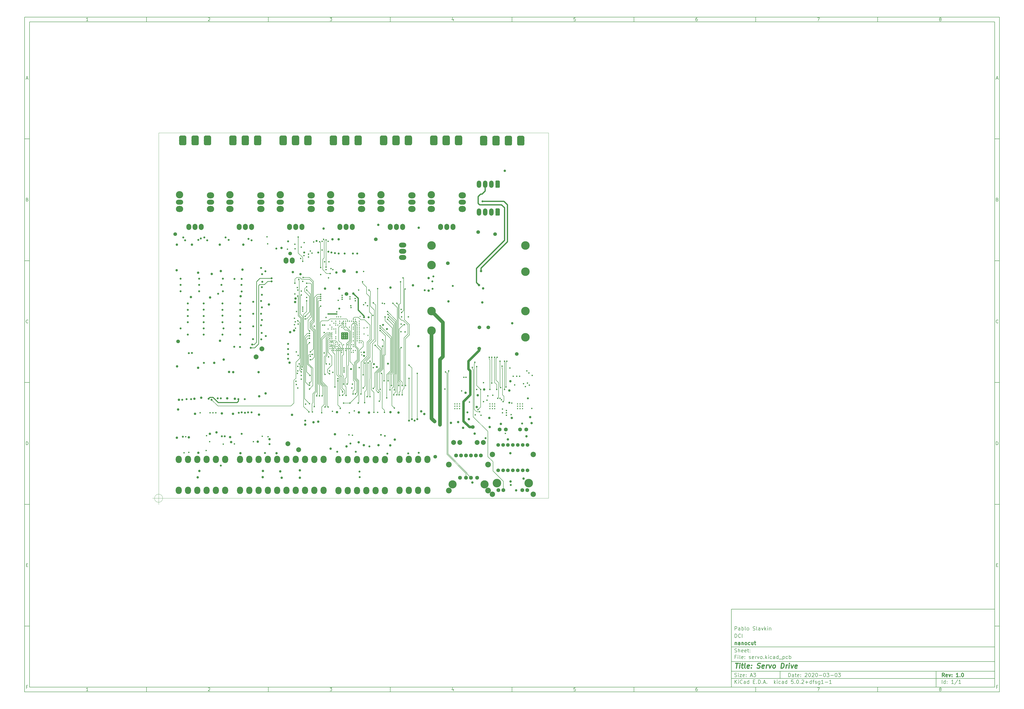
<source format=gbr>
G04 #@! TF.GenerationSoftware,KiCad,Pcbnew,5.0.2+dfsg1-1*
G04 #@! TF.CreationDate,2020-03-23T02:38:37-03:00*
G04 #@! TF.ProjectId,servo,73657276-6f2e-46b6-9963-61645f706362,1.0*
G04 #@! TF.SameCoordinates,Original*
G04 #@! TF.FileFunction,Copper,L4,Inr*
G04 #@! TF.FilePolarity,Positive*
%FSLAX46Y46*%
G04 Gerber Fmt 4.6, Leading zero omitted, Abs format (unit mm)*
G04 Created by KiCad (PCBNEW 5.0.2+dfsg1-1) date Mon 23 Mar 2020 02:38:37 AM -03*
%MOMM*%
%LPD*%
G01*
G04 APERTURE LIST*
%ADD10C,0.100000*%
%ADD11C,0.150000*%
%ADD12C,0.300000*%
%ADD13C,0.400000*%
G04 #@! TA.AperFunction,NonConductor*
%ADD14C,0.100000*%
G04 #@! TD*
G04 #@! TA.AperFunction,ViaPad*
%ADD15O,2.000000X2.500000*%
G04 #@! TD*
G04 #@! TA.AperFunction,ViaPad*
%ADD16O,2.500000X3.000000*%
G04 #@! TD*
G04 #@! TA.AperFunction,ViaPad*
%ADD17O,1.800000X3.000000*%
G04 #@! TD*
G04 #@! TA.AperFunction,Conductor*
%ADD18C,0.100000*%
G04 #@! TD*
G04 #@! TA.AperFunction,ViaPad*
%ADD19C,1.800000*%
G04 #@! TD*
G04 #@! TA.AperFunction,ViaPad*
%ADD20O,3.000000X2.000000*%
G04 #@! TD*
G04 #@! TA.AperFunction,ViaPad*
%ADD21C,2.000000*%
G04 #@! TD*
G04 #@! TA.AperFunction,ViaPad*
%ADD22C,2.200000*%
G04 #@! TD*
G04 #@! TA.AperFunction,ViaPad*
%ADD23C,1.500000*%
G04 #@! TD*
G04 #@! TA.AperFunction,ViaPad*
%ADD24C,1.600000*%
G04 #@! TD*
G04 #@! TA.AperFunction,ViaPad*
%ADD25C,3.500000*%
G04 #@! TD*
G04 #@! TA.AperFunction,ViaPad*
%ADD26O,3.000000X2.500000*%
G04 #@! TD*
G04 #@! TA.AperFunction,ViaPad*
%ADD27O,3.000000X3.000000*%
G04 #@! TD*
G04 #@! TA.AperFunction,ViaPad*
%ADD28C,0.500000*%
G04 #@! TD*
G04 #@! TA.AperFunction,ViaPad*
%ADD29C,3.000000*%
G04 #@! TD*
G04 #@! TA.AperFunction,ViaPad*
%ADD30C,3.326000*%
G04 #@! TD*
G04 #@! TA.AperFunction,ViaPad*
%ADD31C,2.355000*%
G04 #@! TD*
G04 #@! TA.AperFunction,ViaPad*
%ADD32C,0.457000*%
G04 #@! TD*
G04 #@! TA.AperFunction,ViaPad*
%ADD33C,1.000000*%
G04 #@! TD*
G04 #@! TA.AperFunction,ViaPad*
%ADD34C,0.600000*%
G04 #@! TD*
G04 #@! TA.AperFunction,ViaPad*
%ADD35C,0.800000*%
G04 #@! TD*
G04 #@! TA.AperFunction,ViaPad*
%ADD36C,0.700000*%
G04 #@! TD*
G04 #@! TA.AperFunction,Conductor*
%ADD37C,1.500000*%
G04 #@! TD*
G04 #@! TA.AperFunction,Conductor*
%ADD38C,0.500000*%
G04 #@! TD*
G04 #@! TA.AperFunction,Conductor*
%ADD39C,1.000000*%
G04 #@! TD*
G04 #@! TA.AperFunction,Conductor*
%ADD40C,0.200000*%
G04 #@! TD*
G04 #@! TA.AperFunction,Conductor*
%ADD41C,0.152400*%
G04 #@! TD*
G04 #@! TA.AperFunction,Conductor*
%ADD42C,0.250000*%
G04 #@! TD*
G04 #@! TA.AperFunction,Conductor*
%ADD43C,0.400000*%
G04 #@! TD*
G04 APERTURE END LIST*
D10*
D11*
X299989000Y-253002200D02*
X299989000Y-285002200D01*
X407989000Y-285002200D01*
X407989000Y-253002200D01*
X299989000Y-253002200D01*
D10*
D11*
X10000000Y-10000000D02*
X10000000Y-287002200D01*
X409989000Y-287002200D01*
X409989000Y-10000000D01*
X10000000Y-10000000D01*
D10*
D11*
X12000000Y-12000000D02*
X12000000Y-285002200D01*
X407989000Y-285002200D01*
X407989000Y-12000000D01*
X12000000Y-12000000D01*
D10*
D11*
X60000000Y-12000000D02*
X60000000Y-10000000D01*
D10*
D11*
X110000000Y-12000000D02*
X110000000Y-10000000D01*
D10*
D11*
X160000000Y-12000000D02*
X160000000Y-10000000D01*
D10*
D11*
X210000000Y-12000000D02*
X210000000Y-10000000D01*
D10*
D11*
X260000000Y-12000000D02*
X260000000Y-10000000D01*
D10*
D11*
X310000000Y-12000000D02*
X310000000Y-10000000D01*
D10*
D11*
X360000000Y-12000000D02*
X360000000Y-10000000D01*
D10*
D11*
X36065476Y-11588095D02*
X35322619Y-11588095D01*
X35694047Y-11588095D02*
X35694047Y-10288095D01*
X35570238Y-10473809D01*
X35446428Y-10597619D01*
X35322619Y-10659523D01*
D10*
D11*
X85322619Y-10411904D02*
X85384523Y-10350000D01*
X85508333Y-10288095D01*
X85817857Y-10288095D01*
X85941666Y-10350000D01*
X86003571Y-10411904D01*
X86065476Y-10535714D01*
X86065476Y-10659523D01*
X86003571Y-10845238D01*
X85260714Y-11588095D01*
X86065476Y-11588095D01*
D10*
D11*
X135260714Y-10288095D02*
X136065476Y-10288095D01*
X135632142Y-10783333D01*
X135817857Y-10783333D01*
X135941666Y-10845238D01*
X136003571Y-10907142D01*
X136065476Y-11030952D01*
X136065476Y-11340476D01*
X136003571Y-11464285D01*
X135941666Y-11526190D01*
X135817857Y-11588095D01*
X135446428Y-11588095D01*
X135322619Y-11526190D01*
X135260714Y-11464285D01*
D10*
D11*
X185941666Y-10721428D02*
X185941666Y-11588095D01*
X185632142Y-10226190D02*
X185322619Y-11154761D01*
X186127380Y-11154761D01*
D10*
D11*
X236003571Y-10288095D02*
X235384523Y-10288095D01*
X235322619Y-10907142D01*
X235384523Y-10845238D01*
X235508333Y-10783333D01*
X235817857Y-10783333D01*
X235941666Y-10845238D01*
X236003571Y-10907142D01*
X236065476Y-11030952D01*
X236065476Y-11340476D01*
X236003571Y-11464285D01*
X235941666Y-11526190D01*
X235817857Y-11588095D01*
X235508333Y-11588095D01*
X235384523Y-11526190D01*
X235322619Y-11464285D01*
D10*
D11*
X285941666Y-10288095D02*
X285694047Y-10288095D01*
X285570238Y-10350000D01*
X285508333Y-10411904D01*
X285384523Y-10597619D01*
X285322619Y-10845238D01*
X285322619Y-11340476D01*
X285384523Y-11464285D01*
X285446428Y-11526190D01*
X285570238Y-11588095D01*
X285817857Y-11588095D01*
X285941666Y-11526190D01*
X286003571Y-11464285D01*
X286065476Y-11340476D01*
X286065476Y-11030952D01*
X286003571Y-10907142D01*
X285941666Y-10845238D01*
X285817857Y-10783333D01*
X285570238Y-10783333D01*
X285446428Y-10845238D01*
X285384523Y-10907142D01*
X285322619Y-11030952D01*
D10*
D11*
X335260714Y-10288095D02*
X336127380Y-10288095D01*
X335570238Y-11588095D01*
D10*
D11*
X385570238Y-10845238D02*
X385446428Y-10783333D01*
X385384523Y-10721428D01*
X385322619Y-10597619D01*
X385322619Y-10535714D01*
X385384523Y-10411904D01*
X385446428Y-10350000D01*
X385570238Y-10288095D01*
X385817857Y-10288095D01*
X385941666Y-10350000D01*
X386003571Y-10411904D01*
X386065476Y-10535714D01*
X386065476Y-10597619D01*
X386003571Y-10721428D01*
X385941666Y-10783333D01*
X385817857Y-10845238D01*
X385570238Y-10845238D01*
X385446428Y-10907142D01*
X385384523Y-10969047D01*
X385322619Y-11092857D01*
X385322619Y-11340476D01*
X385384523Y-11464285D01*
X385446428Y-11526190D01*
X385570238Y-11588095D01*
X385817857Y-11588095D01*
X385941666Y-11526190D01*
X386003571Y-11464285D01*
X386065476Y-11340476D01*
X386065476Y-11092857D01*
X386003571Y-10969047D01*
X385941666Y-10907142D01*
X385817857Y-10845238D01*
D10*
D11*
X60000000Y-285002200D02*
X60000000Y-287002200D01*
D10*
D11*
X110000000Y-285002200D02*
X110000000Y-287002200D01*
D10*
D11*
X160000000Y-285002200D02*
X160000000Y-287002200D01*
D10*
D11*
X210000000Y-285002200D02*
X210000000Y-287002200D01*
D10*
D11*
X260000000Y-285002200D02*
X260000000Y-287002200D01*
D10*
D11*
X310000000Y-285002200D02*
X310000000Y-287002200D01*
D10*
D11*
X360000000Y-285002200D02*
X360000000Y-287002200D01*
D10*
D11*
X36065476Y-286590295D02*
X35322619Y-286590295D01*
X35694047Y-286590295D02*
X35694047Y-285290295D01*
X35570238Y-285476009D01*
X35446428Y-285599819D01*
X35322619Y-285661723D01*
D10*
D11*
X85322619Y-285414104D02*
X85384523Y-285352200D01*
X85508333Y-285290295D01*
X85817857Y-285290295D01*
X85941666Y-285352200D01*
X86003571Y-285414104D01*
X86065476Y-285537914D01*
X86065476Y-285661723D01*
X86003571Y-285847438D01*
X85260714Y-286590295D01*
X86065476Y-286590295D01*
D10*
D11*
X135260714Y-285290295D02*
X136065476Y-285290295D01*
X135632142Y-285785533D01*
X135817857Y-285785533D01*
X135941666Y-285847438D01*
X136003571Y-285909342D01*
X136065476Y-286033152D01*
X136065476Y-286342676D01*
X136003571Y-286466485D01*
X135941666Y-286528390D01*
X135817857Y-286590295D01*
X135446428Y-286590295D01*
X135322619Y-286528390D01*
X135260714Y-286466485D01*
D10*
D11*
X185941666Y-285723628D02*
X185941666Y-286590295D01*
X185632142Y-285228390D02*
X185322619Y-286156961D01*
X186127380Y-286156961D01*
D10*
D11*
X236003571Y-285290295D02*
X235384523Y-285290295D01*
X235322619Y-285909342D01*
X235384523Y-285847438D01*
X235508333Y-285785533D01*
X235817857Y-285785533D01*
X235941666Y-285847438D01*
X236003571Y-285909342D01*
X236065476Y-286033152D01*
X236065476Y-286342676D01*
X236003571Y-286466485D01*
X235941666Y-286528390D01*
X235817857Y-286590295D01*
X235508333Y-286590295D01*
X235384523Y-286528390D01*
X235322619Y-286466485D01*
D10*
D11*
X285941666Y-285290295D02*
X285694047Y-285290295D01*
X285570238Y-285352200D01*
X285508333Y-285414104D01*
X285384523Y-285599819D01*
X285322619Y-285847438D01*
X285322619Y-286342676D01*
X285384523Y-286466485D01*
X285446428Y-286528390D01*
X285570238Y-286590295D01*
X285817857Y-286590295D01*
X285941666Y-286528390D01*
X286003571Y-286466485D01*
X286065476Y-286342676D01*
X286065476Y-286033152D01*
X286003571Y-285909342D01*
X285941666Y-285847438D01*
X285817857Y-285785533D01*
X285570238Y-285785533D01*
X285446428Y-285847438D01*
X285384523Y-285909342D01*
X285322619Y-286033152D01*
D10*
D11*
X335260714Y-285290295D02*
X336127380Y-285290295D01*
X335570238Y-286590295D01*
D10*
D11*
X385570238Y-285847438D02*
X385446428Y-285785533D01*
X385384523Y-285723628D01*
X385322619Y-285599819D01*
X385322619Y-285537914D01*
X385384523Y-285414104D01*
X385446428Y-285352200D01*
X385570238Y-285290295D01*
X385817857Y-285290295D01*
X385941666Y-285352200D01*
X386003571Y-285414104D01*
X386065476Y-285537914D01*
X386065476Y-285599819D01*
X386003571Y-285723628D01*
X385941666Y-285785533D01*
X385817857Y-285847438D01*
X385570238Y-285847438D01*
X385446428Y-285909342D01*
X385384523Y-285971247D01*
X385322619Y-286095057D01*
X385322619Y-286342676D01*
X385384523Y-286466485D01*
X385446428Y-286528390D01*
X385570238Y-286590295D01*
X385817857Y-286590295D01*
X385941666Y-286528390D01*
X386003571Y-286466485D01*
X386065476Y-286342676D01*
X386065476Y-286095057D01*
X386003571Y-285971247D01*
X385941666Y-285909342D01*
X385817857Y-285847438D01*
D10*
D11*
X10000000Y-60000000D02*
X12000000Y-60000000D01*
D10*
D11*
X10000000Y-110000000D02*
X12000000Y-110000000D01*
D10*
D11*
X10000000Y-160000000D02*
X12000000Y-160000000D01*
D10*
D11*
X10000000Y-210000000D02*
X12000000Y-210000000D01*
D10*
D11*
X10000000Y-260000000D02*
X12000000Y-260000000D01*
D10*
D11*
X10690476Y-35216666D02*
X11309523Y-35216666D01*
X10566666Y-35588095D02*
X11000000Y-34288095D01*
X11433333Y-35588095D01*
D10*
D11*
X11092857Y-84907142D02*
X11278571Y-84969047D01*
X11340476Y-85030952D01*
X11402380Y-85154761D01*
X11402380Y-85340476D01*
X11340476Y-85464285D01*
X11278571Y-85526190D01*
X11154761Y-85588095D01*
X10659523Y-85588095D01*
X10659523Y-84288095D01*
X11092857Y-84288095D01*
X11216666Y-84350000D01*
X11278571Y-84411904D01*
X11340476Y-84535714D01*
X11340476Y-84659523D01*
X11278571Y-84783333D01*
X11216666Y-84845238D01*
X11092857Y-84907142D01*
X10659523Y-84907142D01*
D10*
D11*
X11402380Y-135464285D02*
X11340476Y-135526190D01*
X11154761Y-135588095D01*
X11030952Y-135588095D01*
X10845238Y-135526190D01*
X10721428Y-135402380D01*
X10659523Y-135278571D01*
X10597619Y-135030952D01*
X10597619Y-134845238D01*
X10659523Y-134597619D01*
X10721428Y-134473809D01*
X10845238Y-134350000D01*
X11030952Y-134288095D01*
X11154761Y-134288095D01*
X11340476Y-134350000D01*
X11402380Y-134411904D01*
D10*
D11*
X10659523Y-185588095D02*
X10659523Y-184288095D01*
X10969047Y-184288095D01*
X11154761Y-184350000D01*
X11278571Y-184473809D01*
X11340476Y-184597619D01*
X11402380Y-184845238D01*
X11402380Y-185030952D01*
X11340476Y-185278571D01*
X11278571Y-185402380D01*
X11154761Y-185526190D01*
X10969047Y-185588095D01*
X10659523Y-185588095D01*
D10*
D11*
X10721428Y-234907142D02*
X11154761Y-234907142D01*
X11340476Y-235588095D02*
X10721428Y-235588095D01*
X10721428Y-234288095D01*
X11340476Y-234288095D01*
D10*
D11*
X11185714Y-284907142D02*
X10752380Y-284907142D01*
X10752380Y-285588095D02*
X10752380Y-284288095D01*
X11371428Y-284288095D01*
D10*
D11*
X409989000Y-60000000D02*
X407989000Y-60000000D01*
D10*
D11*
X409989000Y-110000000D02*
X407989000Y-110000000D01*
D10*
D11*
X409989000Y-160000000D02*
X407989000Y-160000000D01*
D10*
D11*
X409989000Y-210000000D02*
X407989000Y-210000000D01*
D10*
D11*
X409989000Y-260000000D02*
X407989000Y-260000000D01*
D10*
D11*
X408679476Y-35216666D02*
X409298523Y-35216666D01*
X408555666Y-35588095D02*
X408989000Y-34288095D01*
X409422333Y-35588095D01*
D10*
D11*
X409081857Y-84907142D02*
X409267571Y-84969047D01*
X409329476Y-85030952D01*
X409391380Y-85154761D01*
X409391380Y-85340476D01*
X409329476Y-85464285D01*
X409267571Y-85526190D01*
X409143761Y-85588095D01*
X408648523Y-85588095D01*
X408648523Y-84288095D01*
X409081857Y-84288095D01*
X409205666Y-84350000D01*
X409267571Y-84411904D01*
X409329476Y-84535714D01*
X409329476Y-84659523D01*
X409267571Y-84783333D01*
X409205666Y-84845238D01*
X409081857Y-84907142D01*
X408648523Y-84907142D01*
D10*
D11*
X409391380Y-135464285D02*
X409329476Y-135526190D01*
X409143761Y-135588095D01*
X409019952Y-135588095D01*
X408834238Y-135526190D01*
X408710428Y-135402380D01*
X408648523Y-135278571D01*
X408586619Y-135030952D01*
X408586619Y-134845238D01*
X408648523Y-134597619D01*
X408710428Y-134473809D01*
X408834238Y-134350000D01*
X409019952Y-134288095D01*
X409143761Y-134288095D01*
X409329476Y-134350000D01*
X409391380Y-134411904D01*
D10*
D11*
X408648523Y-185588095D02*
X408648523Y-184288095D01*
X408958047Y-184288095D01*
X409143761Y-184350000D01*
X409267571Y-184473809D01*
X409329476Y-184597619D01*
X409391380Y-184845238D01*
X409391380Y-185030952D01*
X409329476Y-185278571D01*
X409267571Y-185402380D01*
X409143761Y-185526190D01*
X408958047Y-185588095D01*
X408648523Y-185588095D01*
D10*
D11*
X408710428Y-234907142D02*
X409143761Y-234907142D01*
X409329476Y-235588095D02*
X408710428Y-235588095D01*
X408710428Y-234288095D01*
X409329476Y-234288095D01*
D10*
D11*
X409174714Y-284907142D02*
X408741380Y-284907142D01*
X408741380Y-285588095D02*
X408741380Y-284288095D01*
X409360428Y-284288095D01*
D10*
D11*
X323421142Y-280780771D02*
X323421142Y-279280771D01*
X323778285Y-279280771D01*
X323992571Y-279352200D01*
X324135428Y-279495057D01*
X324206857Y-279637914D01*
X324278285Y-279923628D01*
X324278285Y-280137914D01*
X324206857Y-280423628D01*
X324135428Y-280566485D01*
X323992571Y-280709342D01*
X323778285Y-280780771D01*
X323421142Y-280780771D01*
X325564000Y-280780771D02*
X325564000Y-279995057D01*
X325492571Y-279852200D01*
X325349714Y-279780771D01*
X325064000Y-279780771D01*
X324921142Y-279852200D01*
X325564000Y-280709342D02*
X325421142Y-280780771D01*
X325064000Y-280780771D01*
X324921142Y-280709342D01*
X324849714Y-280566485D01*
X324849714Y-280423628D01*
X324921142Y-280280771D01*
X325064000Y-280209342D01*
X325421142Y-280209342D01*
X325564000Y-280137914D01*
X326064000Y-279780771D02*
X326635428Y-279780771D01*
X326278285Y-279280771D02*
X326278285Y-280566485D01*
X326349714Y-280709342D01*
X326492571Y-280780771D01*
X326635428Y-280780771D01*
X327706857Y-280709342D02*
X327564000Y-280780771D01*
X327278285Y-280780771D01*
X327135428Y-280709342D01*
X327064000Y-280566485D01*
X327064000Y-279995057D01*
X327135428Y-279852200D01*
X327278285Y-279780771D01*
X327564000Y-279780771D01*
X327706857Y-279852200D01*
X327778285Y-279995057D01*
X327778285Y-280137914D01*
X327064000Y-280280771D01*
X328421142Y-280637914D02*
X328492571Y-280709342D01*
X328421142Y-280780771D01*
X328349714Y-280709342D01*
X328421142Y-280637914D01*
X328421142Y-280780771D01*
X328421142Y-279852200D02*
X328492571Y-279923628D01*
X328421142Y-279995057D01*
X328349714Y-279923628D01*
X328421142Y-279852200D01*
X328421142Y-279995057D01*
X330206857Y-279423628D02*
X330278285Y-279352200D01*
X330421142Y-279280771D01*
X330778285Y-279280771D01*
X330921142Y-279352200D01*
X330992571Y-279423628D01*
X331064000Y-279566485D01*
X331064000Y-279709342D01*
X330992571Y-279923628D01*
X330135428Y-280780771D01*
X331064000Y-280780771D01*
X331992571Y-279280771D02*
X332135428Y-279280771D01*
X332278285Y-279352200D01*
X332349714Y-279423628D01*
X332421142Y-279566485D01*
X332492571Y-279852200D01*
X332492571Y-280209342D01*
X332421142Y-280495057D01*
X332349714Y-280637914D01*
X332278285Y-280709342D01*
X332135428Y-280780771D01*
X331992571Y-280780771D01*
X331849714Y-280709342D01*
X331778285Y-280637914D01*
X331706857Y-280495057D01*
X331635428Y-280209342D01*
X331635428Y-279852200D01*
X331706857Y-279566485D01*
X331778285Y-279423628D01*
X331849714Y-279352200D01*
X331992571Y-279280771D01*
X333064000Y-279423628D02*
X333135428Y-279352200D01*
X333278285Y-279280771D01*
X333635428Y-279280771D01*
X333778285Y-279352200D01*
X333849714Y-279423628D01*
X333921142Y-279566485D01*
X333921142Y-279709342D01*
X333849714Y-279923628D01*
X332992571Y-280780771D01*
X333921142Y-280780771D01*
X334849714Y-279280771D02*
X334992571Y-279280771D01*
X335135428Y-279352200D01*
X335206857Y-279423628D01*
X335278285Y-279566485D01*
X335349714Y-279852200D01*
X335349714Y-280209342D01*
X335278285Y-280495057D01*
X335206857Y-280637914D01*
X335135428Y-280709342D01*
X334992571Y-280780771D01*
X334849714Y-280780771D01*
X334706857Y-280709342D01*
X334635428Y-280637914D01*
X334564000Y-280495057D01*
X334492571Y-280209342D01*
X334492571Y-279852200D01*
X334564000Y-279566485D01*
X334635428Y-279423628D01*
X334706857Y-279352200D01*
X334849714Y-279280771D01*
X335992571Y-280209342D02*
X337135428Y-280209342D01*
X338135428Y-279280771D02*
X338278285Y-279280771D01*
X338421142Y-279352200D01*
X338492571Y-279423628D01*
X338564000Y-279566485D01*
X338635428Y-279852200D01*
X338635428Y-280209342D01*
X338564000Y-280495057D01*
X338492571Y-280637914D01*
X338421142Y-280709342D01*
X338278285Y-280780771D01*
X338135428Y-280780771D01*
X337992571Y-280709342D01*
X337921142Y-280637914D01*
X337849714Y-280495057D01*
X337778285Y-280209342D01*
X337778285Y-279852200D01*
X337849714Y-279566485D01*
X337921142Y-279423628D01*
X337992571Y-279352200D01*
X338135428Y-279280771D01*
X339135428Y-279280771D02*
X340064000Y-279280771D01*
X339564000Y-279852200D01*
X339778285Y-279852200D01*
X339921142Y-279923628D01*
X339992571Y-279995057D01*
X340064000Y-280137914D01*
X340064000Y-280495057D01*
X339992571Y-280637914D01*
X339921142Y-280709342D01*
X339778285Y-280780771D01*
X339349714Y-280780771D01*
X339206857Y-280709342D01*
X339135428Y-280637914D01*
X340706857Y-280209342D02*
X341849714Y-280209342D01*
X342849714Y-279280771D02*
X342992571Y-279280771D01*
X343135428Y-279352200D01*
X343206857Y-279423628D01*
X343278285Y-279566485D01*
X343349714Y-279852200D01*
X343349714Y-280209342D01*
X343278285Y-280495057D01*
X343206857Y-280637914D01*
X343135428Y-280709342D01*
X342992571Y-280780771D01*
X342849714Y-280780771D01*
X342706857Y-280709342D01*
X342635428Y-280637914D01*
X342564000Y-280495057D01*
X342492571Y-280209342D01*
X342492571Y-279852200D01*
X342564000Y-279566485D01*
X342635428Y-279423628D01*
X342706857Y-279352200D01*
X342849714Y-279280771D01*
X343849714Y-279280771D02*
X344778285Y-279280771D01*
X344278285Y-279852200D01*
X344492571Y-279852200D01*
X344635428Y-279923628D01*
X344706857Y-279995057D01*
X344778285Y-280137914D01*
X344778285Y-280495057D01*
X344706857Y-280637914D01*
X344635428Y-280709342D01*
X344492571Y-280780771D01*
X344064000Y-280780771D01*
X343921142Y-280709342D01*
X343849714Y-280637914D01*
D10*
D11*
X299989000Y-281502200D02*
X407989000Y-281502200D01*
D10*
D11*
X301421142Y-283580771D02*
X301421142Y-282080771D01*
X302278285Y-283580771D02*
X301635428Y-282723628D01*
X302278285Y-282080771D02*
X301421142Y-282937914D01*
X302921142Y-283580771D02*
X302921142Y-282580771D01*
X302921142Y-282080771D02*
X302849714Y-282152200D01*
X302921142Y-282223628D01*
X302992571Y-282152200D01*
X302921142Y-282080771D01*
X302921142Y-282223628D01*
X304492571Y-283437914D02*
X304421142Y-283509342D01*
X304206857Y-283580771D01*
X304064000Y-283580771D01*
X303849714Y-283509342D01*
X303706857Y-283366485D01*
X303635428Y-283223628D01*
X303564000Y-282937914D01*
X303564000Y-282723628D01*
X303635428Y-282437914D01*
X303706857Y-282295057D01*
X303849714Y-282152200D01*
X304064000Y-282080771D01*
X304206857Y-282080771D01*
X304421142Y-282152200D01*
X304492571Y-282223628D01*
X305778285Y-283580771D02*
X305778285Y-282795057D01*
X305706857Y-282652200D01*
X305564000Y-282580771D01*
X305278285Y-282580771D01*
X305135428Y-282652200D01*
X305778285Y-283509342D02*
X305635428Y-283580771D01*
X305278285Y-283580771D01*
X305135428Y-283509342D01*
X305064000Y-283366485D01*
X305064000Y-283223628D01*
X305135428Y-283080771D01*
X305278285Y-283009342D01*
X305635428Y-283009342D01*
X305778285Y-282937914D01*
X307135428Y-283580771D02*
X307135428Y-282080771D01*
X307135428Y-283509342D02*
X306992571Y-283580771D01*
X306706857Y-283580771D01*
X306564000Y-283509342D01*
X306492571Y-283437914D01*
X306421142Y-283295057D01*
X306421142Y-282866485D01*
X306492571Y-282723628D01*
X306564000Y-282652200D01*
X306706857Y-282580771D01*
X306992571Y-282580771D01*
X307135428Y-282652200D01*
X308992571Y-282795057D02*
X309492571Y-282795057D01*
X309706857Y-283580771D02*
X308992571Y-283580771D01*
X308992571Y-282080771D01*
X309706857Y-282080771D01*
X310349714Y-283437914D02*
X310421142Y-283509342D01*
X310349714Y-283580771D01*
X310278285Y-283509342D01*
X310349714Y-283437914D01*
X310349714Y-283580771D01*
X311064000Y-283580771D02*
X311064000Y-282080771D01*
X311421142Y-282080771D01*
X311635428Y-282152200D01*
X311778285Y-282295057D01*
X311849714Y-282437914D01*
X311921142Y-282723628D01*
X311921142Y-282937914D01*
X311849714Y-283223628D01*
X311778285Y-283366485D01*
X311635428Y-283509342D01*
X311421142Y-283580771D01*
X311064000Y-283580771D01*
X312564000Y-283437914D02*
X312635428Y-283509342D01*
X312564000Y-283580771D01*
X312492571Y-283509342D01*
X312564000Y-283437914D01*
X312564000Y-283580771D01*
X313206857Y-283152200D02*
X313921142Y-283152200D01*
X313064000Y-283580771D02*
X313564000Y-282080771D01*
X314064000Y-283580771D01*
X314564000Y-283437914D02*
X314635428Y-283509342D01*
X314564000Y-283580771D01*
X314492571Y-283509342D01*
X314564000Y-283437914D01*
X314564000Y-283580771D01*
X317564000Y-283580771D02*
X317564000Y-282080771D01*
X317706857Y-283009342D02*
X318135428Y-283580771D01*
X318135428Y-282580771D02*
X317564000Y-283152200D01*
X318778285Y-283580771D02*
X318778285Y-282580771D01*
X318778285Y-282080771D02*
X318706857Y-282152200D01*
X318778285Y-282223628D01*
X318849714Y-282152200D01*
X318778285Y-282080771D01*
X318778285Y-282223628D01*
X320135428Y-283509342D02*
X319992571Y-283580771D01*
X319706857Y-283580771D01*
X319564000Y-283509342D01*
X319492571Y-283437914D01*
X319421142Y-283295057D01*
X319421142Y-282866485D01*
X319492571Y-282723628D01*
X319564000Y-282652200D01*
X319706857Y-282580771D01*
X319992571Y-282580771D01*
X320135428Y-282652200D01*
X321421142Y-283580771D02*
X321421142Y-282795057D01*
X321349714Y-282652200D01*
X321206857Y-282580771D01*
X320921142Y-282580771D01*
X320778285Y-282652200D01*
X321421142Y-283509342D02*
X321278285Y-283580771D01*
X320921142Y-283580771D01*
X320778285Y-283509342D01*
X320706857Y-283366485D01*
X320706857Y-283223628D01*
X320778285Y-283080771D01*
X320921142Y-283009342D01*
X321278285Y-283009342D01*
X321421142Y-282937914D01*
X322778285Y-283580771D02*
X322778285Y-282080771D01*
X322778285Y-283509342D02*
X322635428Y-283580771D01*
X322349714Y-283580771D01*
X322206857Y-283509342D01*
X322135428Y-283437914D01*
X322064000Y-283295057D01*
X322064000Y-282866485D01*
X322135428Y-282723628D01*
X322206857Y-282652200D01*
X322349714Y-282580771D01*
X322635428Y-282580771D01*
X322778285Y-282652200D01*
X325349714Y-282080771D02*
X324635428Y-282080771D01*
X324564000Y-282795057D01*
X324635428Y-282723628D01*
X324778285Y-282652200D01*
X325135428Y-282652200D01*
X325278285Y-282723628D01*
X325349714Y-282795057D01*
X325421142Y-282937914D01*
X325421142Y-283295057D01*
X325349714Y-283437914D01*
X325278285Y-283509342D01*
X325135428Y-283580771D01*
X324778285Y-283580771D01*
X324635428Y-283509342D01*
X324564000Y-283437914D01*
X326064000Y-283437914D02*
X326135428Y-283509342D01*
X326064000Y-283580771D01*
X325992571Y-283509342D01*
X326064000Y-283437914D01*
X326064000Y-283580771D01*
X327064000Y-282080771D02*
X327206857Y-282080771D01*
X327349714Y-282152200D01*
X327421142Y-282223628D01*
X327492571Y-282366485D01*
X327564000Y-282652200D01*
X327564000Y-283009342D01*
X327492571Y-283295057D01*
X327421142Y-283437914D01*
X327349714Y-283509342D01*
X327206857Y-283580771D01*
X327064000Y-283580771D01*
X326921142Y-283509342D01*
X326849714Y-283437914D01*
X326778285Y-283295057D01*
X326706857Y-283009342D01*
X326706857Y-282652200D01*
X326778285Y-282366485D01*
X326849714Y-282223628D01*
X326921142Y-282152200D01*
X327064000Y-282080771D01*
X328206857Y-283437914D02*
X328278285Y-283509342D01*
X328206857Y-283580771D01*
X328135428Y-283509342D01*
X328206857Y-283437914D01*
X328206857Y-283580771D01*
X328849714Y-282223628D02*
X328921142Y-282152200D01*
X329064000Y-282080771D01*
X329421142Y-282080771D01*
X329564000Y-282152200D01*
X329635428Y-282223628D01*
X329706857Y-282366485D01*
X329706857Y-282509342D01*
X329635428Y-282723628D01*
X328778285Y-283580771D01*
X329706857Y-283580771D01*
X330349714Y-283009342D02*
X331492571Y-283009342D01*
X330921142Y-283580771D02*
X330921142Y-282437914D01*
X332849714Y-283580771D02*
X332849714Y-282080771D01*
X332849714Y-283509342D02*
X332706857Y-283580771D01*
X332421142Y-283580771D01*
X332278285Y-283509342D01*
X332206857Y-283437914D01*
X332135428Y-283295057D01*
X332135428Y-282866485D01*
X332206857Y-282723628D01*
X332278285Y-282652200D01*
X332421142Y-282580771D01*
X332706857Y-282580771D01*
X332849714Y-282652200D01*
X333349714Y-282580771D02*
X333921142Y-282580771D01*
X333564000Y-283580771D02*
X333564000Y-282295057D01*
X333635428Y-282152200D01*
X333778285Y-282080771D01*
X333921142Y-282080771D01*
X334349714Y-283509342D02*
X334492571Y-283580771D01*
X334778285Y-283580771D01*
X334921142Y-283509342D01*
X334992571Y-283366485D01*
X334992571Y-283295057D01*
X334921142Y-283152200D01*
X334778285Y-283080771D01*
X334564000Y-283080771D01*
X334421142Y-283009342D01*
X334349714Y-282866485D01*
X334349714Y-282795057D01*
X334421142Y-282652200D01*
X334564000Y-282580771D01*
X334778285Y-282580771D01*
X334921142Y-282652200D01*
X336278285Y-282580771D02*
X336278285Y-283795057D01*
X336206857Y-283937914D01*
X336135428Y-284009342D01*
X335992571Y-284080771D01*
X335778285Y-284080771D01*
X335635428Y-284009342D01*
X336278285Y-283509342D02*
X336135428Y-283580771D01*
X335849714Y-283580771D01*
X335706857Y-283509342D01*
X335635428Y-283437914D01*
X335564000Y-283295057D01*
X335564000Y-282866485D01*
X335635428Y-282723628D01*
X335706857Y-282652200D01*
X335849714Y-282580771D01*
X336135428Y-282580771D01*
X336278285Y-282652200D01*
X337778285Y-283580771D02*
X336921142Y-283580771D01*
X337349714Y-283580771D02*
X337349714Y-282080771D01*
X337206857Y-282295057D01*
X337064000Y-282437914D01*
X336921142Y-282509342D01*
X338421142Y-283009342D02*
X339564000Y-283009342D01*
X341064000Y-283580771D02*
X340206857Y-283580771D01*
X340635428Y-283580771D02*
X340635428Y-282080771D01*
X340492571Y-282295057D01*
X340349714Y-282437914D01*
X340206857Y-282509342D01*
D10*
D11*
X299989000Y-278502200D02*
X407989000Y-278502200D01*
D10*
D12*
X387398285Y-280780771D02*
X386898285Y-280066485D01*
X386541142Y-280780771D02*
X386541142Y-279280771D01*
X387112571Y-279280771D01*
X387255428Y-279352200D01*
X387326857Y-279423628D01*
X387398285Y-279566485D01*
X387398285Y-279780771D01*
X387326857Y-279923628D01*
X387255428Y-279995057D01*
X387112571Y-280066485D01*
X386541142Y-280066485D01*
X388612571Y-280709342D02*
X388469714Y-280780771D01*
X388184000Y-280780771D01*
X388041142Y-280709342D01*
X387969714Y-280566485D01*
X387969714Y-279995057D01*
X388041142Y-279852200D01*
X388184000Y-279780771D01*
X388469714Y-279780771D01*
X388612571Y-279852200D01*
X388684000Y-279995057D01*
X388684000Y-280137914D01*
X387969714Y-280280771D01*
X389184000Y-279780771D02*
X389541142Y-280780771D01*
X389898285Y-279780771D01*
X390469714Y-280637914D02*
X390541142Y-280709342D01*
X390469714Y-280780771D01*
X390398285Y-280709342D01*
X390469714Y-280637914D01*
X390469714Y-280780771D01*
X390469714Y-279852200D02*
X390541142Y-279923628D01*
X390469714Y-279995057D01*
X390398285Y-279923628D01*
X390469714Y-279852200D01*
X390469714Y-279995057D01*
X393112571Y-280780771D02*
X392255428Y-280780771D01*
X392684000Y-280780771D02*
X392684000Y-279280771D01*
X392541142Y-279495057D01*
X392398285Y-279637914D01*
X392255428Y-279709342D01*
X393755428Y-280637914D02*
X393826857Y-280709342D01*
X393755428Y-280780771D01*
X393684000Y-280709342D01*
X393755428Y-280637914D01*
X393755428Y-280780771D01*
X394755428Y-279280771D02*
X394898285Y-279280771D01*
X395041142Y-279352200D01*
X395112571Y-279423628D01*
X395184000Y-279566485D01*
X395255428Y-279852200D01*
X395255428Y-280209342D01*
X395184000Y-280495057D01*
X395112571Y-280637914D01*
X395041142Y-280709342D01*
X394898285Y-280780771D01*
X394755428Y-280780771D01*
X394612571Y-280709342D01*
X394541142Y-280637914D01*
X394469714Y-280495057D01*
X394398285Y-280209342D01*
X394398285Y-279852200D01*
X394469714Y-279566485D01*
X394541142Y-279423628D01*
X394612571Y-279352200D01*
X394755428Y-279280771D01*
D10*
D11*
X301349714Y-280709342D02*
X301564000Y-280780771D01*
X301921142Y-280780771D01*
X302064000Y-280709342D01*
X302135428Y-280637914D01*
X302206857Y-280495057D01*
X302206857Y-280352200D01*
X302135428Y-280209342D01*
X302064000Y-280137914D01*
X301921142Y-280066485D01*
X301635428Y-279995057D01*
X301492571Y-279923628D01*
X301421142Y-279852200D01*
X301349714Y-279709342D01*
X301349714Y-279566485D01*
X301421142Y-279423628D01*
X301492571Y-279352200D01*
X301635428Y-279280771D01*
X301992571Y-279280771D01*
X302206857Y-279352200D01*
X302849714Y-280780771D02*
X302849714Y-279780771D01*
X302849714Y-279280771D02*
X302778285Y-279352200D01*
X302849714Y-279423628D01*
X302921142Y-279352200D01*
X302849714Y-279280771D01*
X302849714Y-279423628D01*
X303421142Y-279780771D02*
X304206857Y-279780771D01*
X303421142Y-280780771D01*
X304206857Y-280780771D01*
X305349714Y-280709342D02*
X305206857Y-280780771D01*
X304921142Y-280780771D01*
X304778285Y-280709342D01*
X304706857Y-280566485D01*
X304706857Y-279995057D01*
X304778285Y-279852200D01*
X304921142Y-279780771D01*
X305206857Y-279780771D01*
X305349714Y-279852200D01*
X305421142Y-279995057D01*
X305421142Y-280137914D01*
X304706857Y-280280771D01*
X306064000Y-280637914D02*
X306135428Y-280709342D01*
X306064000Y-280780771D01*
X305992571Y-280709342D01*
X306064000Y-280637914D01*
X306064000Y-280780771D01*
X306064000Y-279852200D02*
X306135428Y-279923628D01*
X306064000Y-279995057D01*
X305992571Y-279923628D01*
X306064000Y-279852200D01*
X306064000Y-279995057D01*
X307849714Y-280352200D02*
X308564000Y-280352200D01*
X307706857Y-280780771D02*
X308206857Y-279280771D01*
X308706857Y-280780771D01*
X309064000Y-279280771D02*
X309992571Y-279280771D01*
X309492571Y-279852200D01*
X309706857Y-279852200D01*
X309849714Y-279923628D01*
X309921142Y-279995057D01*
X309992571Y-280137914D01*
X309992571Y-280495057D01*
X309921142Y-280637914D01*
X309849714Y-280709342D01*
X309706857Y-280780771D01*
X309278285Y-280780771D01*
X309135428Y-280709342D01*
X309064000Y-280637914D01*
D10*
D11*
X386421142Y-283580771D02*
X386421142Y-282080771D01*
X387778285Y-283580771D02*
X387778285Y-282080771D01*
X387778285Y-283509342D02*
X387635428Y-283580771D01*
X387349714Y-283580771D01*
X387206857Y-283509342D01*
X387135428Y-283437914D01*
X387064000Y-283295057D01*
X387064000Y-282866485D01*
X387135428Y-282723628D01*
X387206857Y-282652200D01*
X387349714Y-282580771D01*
X387635428Y-282580771D01*
X387778285Y-282652200D01*
X388492571Y-283437914D02*
X388564000Y-283509342D01*
X388492571Y-283580771D01*
X388421142Y-283509342D01*
X388492571Y-283437914D01*
X388492571Y-283580771D01*
X388492571Y-282652200D02*
X388564000Y-282723628D01*
X388492571Y-282795057D01*
X388421142Y-282723628D01*
X388492571Y-282652200D01*
X388492571Y-282795057D01*
X391135428Y-283580771D02*
X390278285Y-283580771D01*
X390706857Y-283580771D02*
X390706857Y-282080771D01*
X390564000Y-282295057D01*
X390421142Y-282437914D01*
X390278285Y-282509342D01*
X392849714Y-282009342D02*
X391564000Y-283937914D01*
X394135428Y-283580771D02*
X393278285Y-283580771D01*
X393706857Y-283580771D02*
X393706857Y-282080771D01*
X393564000Y-282295057D01*
X393421142Y-282437914D01*
X393278285Y-282509342D01*
D10*
D11*
X299989000Y-274502200D02*
X407989000Y-274502200D01*
D10*
D13*
X301701380Y-275206961D02*
X302844238Y-275206961D01*
X302022809Y-277206961D02*
X302272809Y-275206961D01*
X303260904Y-277206961D02*
X303427571Y-275873628D01*
X303510904Y-275206961D02*
X303403761Y-275302200D01*
X303487095Y-275397438D01*
X303594238Y-275302200D01*
X303510904Y-275206961D01*
X303487095Y-275397438D01*
X304094238Y-275873628D02*
X304856142Y-275873628D01*
X304463285Y-275206961D02*
X304249000Y-276921247D01*
X304320428Y-277111723D01*
X304499000Y-277206961D01*
X304689476Y-277206961D01*
X305641857Y-277206961D02*
X305463285Y-277111723D01*
X305391857Y-276921247D01*
X305606142Y-275206961D01*
X307177571Y-277111723D02*
X306975190Y-277206961D01*
X306594238Y-277206961D01*
X306415666Y-277111723D01*
X306344238Y-276921247D01*
X306439476Y-276159342D01*
X306558523Y-275968866D01*
X306760904Y-275873628D01*
X307141857Y-275873628D01*
X307320428Y-275968866D01*
X307391857Y-276159342D01*
X307368047Y-276349819D01*
X306391857Y-276540295D01*
X308141857Y-277016485D02*
X308225190Y-277111723D01*
X308118047Y-277206961D01*
X308034714Y-277111723D01*
X308141857Y-277016485D01*
X308118047Y-277206961D01*
X308272809Y-275968866D02*
X308356142Y-276064104D01*
X308249000Y-276159342D01*
X308165666Y-276064104D01*
X308272809Y-275968866D01*
X308249000Y-276159342D01*
X310510904Y-277111723D02*
X310784714Y-277206961D01*
X311260904Y-277206961D01*
X311463285Y-277111723D01*
X311570428Y-277016485D01*
X311689476Y-276826009D01*
X311713285Y-276635533D01*
X311641857Y-276445057D01*
X311558523Y-276349819D01*
X311379952Y-276254580D01*
X311010904Y-276159342D01*
X310832333Y-276064104D01*
X310749000Y-275968866D01*
X310677571Y-275778390D01*
X310701380Y-275587914D01*
X310820428Y-275397438D01*
X310927571Y-275302200D01*
X311129952Y-275206961D01*
X311606142Y-275206961D01*
X311879952Y-275302200D01*
X313272809Y-277111723D02*
X313070428Y-277206961D01*
X312689476Y-277206961D01*
X312510904Y-277111723D01*
X312439476Y-276921247D01*
X312534714Y-276159342D01*
X312653761Y-275968866D01*
X312856142Y-275873628D01*
X313237095Y-275873628D01*
X313415666Y-275968866D01*
X313487095Y-276159342D01*
X313463285Y-276349819D01*
X312487095Y-276540295D01*
X314213285Y-277206961D02*
X314379952Y-275873628D01*
X314332333Y-276254580D02*
X314451380Y-276064104D01*
X314558523Y-275968866D01*
X314760904Y-275873628D01*
X314951380Y-275873628D01*
X315427571Y-275873628D02*
X315737095Y-277206961D01*
X316379952Y-275873628D01*
X317260904Y-277206961D02*
X317082333Y-277111723D01*
X316999000Y-277016485D01*
X316927571Y-276826009D01*
X316999000Y-276254580D01*
X317118047Y-276064104D01*
X317225190Y-275968866D01*
X317427571Y-275873628D01*
X317713285Y-275873628D01*
X317891857Y-275968866D01*
X317975190Y-276064104D01*
X318046619Y-276254580D01*
X317975190Y-276826009D01*
X317856142Y-277016485D01*
X317749000Y-277111723D01*
X317546619Y-277206961D01*
X317260904Y-277206961D01*
X320308523Y-277206961D02*
X320558523Y-275206961D01*
X321034714Y-275206961D01*
X321308523Y-275302200D01*
X321475190Y-275492676D01*
X321546619Y-275683152D01*
X321594238Y-276064104D01*
X321558523Y-276349819D01*
X321415666Y-276730771D01*
X321296619Y-276921247D01*
X321082333Y-277111723D01*
X320784714Y-277206961D01*
X320308523Y-277206961D01*
X322308523Y-277206961D02*
X322475190Y-275873628D01*
X322427571Y-276254580D02*
X322546619Y-276064104D01*
X322653761Y-275968866D01*
X322856142Y-275873628D01*
X323046619Y-275873628D01*
X323546619Y-277206961D02*
X323713285Y-275873628D01*
X323796619Y-275206961D02*
X323689476Y-275302200D01*
X323772809Y-275397438D01*
X323879952Y-275302200D01*
X323796619Y-275206961D01*
X323772809Y-275397438D01*
X324475190Y-275873628D02*
X324784714Y-277206961D01*
X325427571Y-275873628D01*
X326796619Y-277111723D02*
X326594238Y-277206961D01*
X326213285Y-277206961D01*
X326034714Y-277111723D01*
X325963285Y-276921247D01*
X326058523Y-276159342D01*
X326177571Y-275968866D01*
X326379952Y-275873628D01*
X326760904Y-275873628D01*
X326939476Y-275968866D01*
X327010904Y-276159342D01*
X326987095Y-276349819D01*
X326010904Y-276540295D01*
D10*
D11*
X301921142Y-272595057D02*
X301421142Y-272595057D01*
X301421142Y-273380771D02*
X301421142Y-271880771D01*
X302135428Y-271880771D01*
X302706857Y-273380771D02*
X302706857Y-272380771D01*
X302706857Y-271880771D02*
X302635428Y-271952200D01*
X302706857Y-272023628D01*
X302778285Y-271952200D01*
X302706857Y-271880771D01*
X302706857Y-272023628D01*
X303635428Y-273380771D02*
X303492571Y-273309342D01*
X303421142Y-273166485D01*
X303421142Y-271880771D01*
X304778285Y-273309342D02*
X304635428Y-273380771D01*
X304349714Y-273380771D01*
X304206857Y-273309342D01*
X304135428Y-273166485D01*
X304135428Y-272595057D01*
X304206857Y-272452200D01*
X304349714Y-272380771D01*
X304635428Y-272380771D01*
X304778285Y-272452200D01*
X304849714Y-272595057D01*
X304849714Y-272737914D01*
X304135428Y-272880771D01*
X305492571Y-273237914D02*
X305564000Y-273309342D01*
X305492571Y-273380771D01*
X305421142Y-273309342D01*
X305492571Y-273237914D01*
X305492571Y-273380771D01*
X305492571Y-272452200D02*
X305564000Y-272523628D01*
X305492571Y-272595057D01*
X305421142Y-272523628D01*
X305492571Y-272452200D01*
X305492571Y-272595057D01*
X307278285Y-273309342D02*
X307421142Y-273380771D01*
X307706857Y-273380771D01*
X307849714Y-273309342D01*
X307921142Y-273166485D01*
X307921142Y-273095057D01*
X307849714Y-272952200D01*
X307706857Y-272880771D01*
X307492571Y-272880771D01*
X307349714Y-272809342D01*
X307278285Y-272666485D01*
X307278285Y-272595057D01*
X307349714Y-272452200D01*
X307492571Y-272380771D01*
X307706857Y-272380771D01*
X307849714Y-272452200D01*
X309135428Y-273309342D02*
X308992571Y-273380771D01*
X308706857Y-273380771D01*
X308564000Y-273309342D01*
X308492571Y-273166485D01*
X308492571Y-272595057D01*
X308564000Y-272452200D01*
X308706857Y-272380771D01*
X308992571Y-272380771D01*
X309135428Y-272452200D01*
X309206857Y-272595057D01*
X309206857Y-272737914D01*
X308492571Y-272880771D01*
X309849714Y-273380771D02*
X309849714Y-272380771D01*
X309849714Y-272666485D02*
X309921142Y-272523628D01*
X309992571Y-272452200D01*
X310135428Y-272380771D01*
X310278285Y-272380771D01*
X310635428Y-272380771D02*
X310992571Y-273380771D01*
X311349714Y-272380771D01*
X312135428Y-273380771D02*
X311992571Y-273309342D01*
X311921142Y-273237914D01*
X311849714Y-273095057D01*
X311849714Y-272666485D01*
X311921142Y-272523628D01*
X311992571Y-272452200D01*
X312135428Y-272380771D01*
X312349714Y-272380771D01*
X312492571Y-272452200D01*
X312564000Y-272523628D01*
X312635428Y-272666485D01*
X312635428Y-273095057D01*
X312564000Y-273237914D01*
X312492571Y-273309342D01*
X312349714Y-273380771D01*
X312135428Y-273380771D01*
X313278285Y-273237914D02*
X313349714Y-273309342D01*
X313278285Y-273380771D01*
X313206857Y-273309342D01*
X313278285Y-273237914D01*
X313278285Y-273380771D01*
X313992571Y-273380771D02*
X313992571Y-271880771D01*
X314135428Y-272809342D02*
X314564000Y-273380771D01*
X314564000Y-272380771D02*
X313992571Y-272952200D01*
X315206857Y-273380771D02*
X315206857Y-272380771D01*
X315206857Y-271880771D02*
X315135428Y-271952200D01*
X315206857Y-272023628D01*
X315278285Y-271952200D01*
X315206857Y-271880771D01*
X315206857Y-272023628D01*
X316564000Y-273309342D02*
X316421142Y-273380771D01*
X316135428Y-273380771D01*
X315992571Y-273309342D01*
X315921142Y-273237914D01*
X315849714Y-273095057D01*
X315849714Y-272666485D01*
X315921142Y-272523628D01*
X315992571Y-272452200D01*
X316135428Y-272380771D01*
X316421142Y-272380771D01*
X316564000Y-272452200D01*
X317849714Y-273380771D02*
X317849714Y-272595057D01*
X317778285Y-272452200D01*
X317635428Y-272380771D01*
X317349714Y-272380771D01*
X317206857Y-272452200D01*
X317849714Y-273309342D02*
X317706857Y-273380771D01*
X317349714Y-273380771D01*
X317206857Y-273309342D01*
X317135428Y-273166485D01*
X317135428Y-273023628D01*
X317206857Y-272880771D01*
X317349714Y-272809342D01*
X317706857Y-272809342D01*
X317849714Y-272737914D01*
X319206857Y-273380771D02*
X319206857Y-271880771D01*
X319206857Y-273309342D02*
X319064000Y-273380771D01*
X318778285Y-273380771D01*
X318635428Y-273309342D01*
X318564000Y-273237914D01*
X318492571Y-273095057D01*
X318492571Y-272666485D01*
X318564000Y-272523628D01*
X318635428Y-272452200D01*
X318778285Y-272380771D01*
X319064000Y-272380771D01*
X319206857Y-272452200D01*
X319564000Y-273523628D02*
X320706857Y-273523628D01*
X321064000Y-272380771D02*
X321064000Y-273880771D01*
X321064000Y-272452200D02*
X321206857Y-272380771D01*
X321492571Y-272380771D01*
X321635428Y-272452200D01*
X321706857Y-272523628D01*
X321778285Y-272666485D01*
X321778285Y-273095057D01*
X321706857Y-273237914D01*
X321635428Y-273309342D01*
X321492571Y-273380771D01*
X321206857Y-273380771D01*
X321064000Y-273309342D01*
X323064000Y-273309342D02*
X322921142Y-273380771D01*
X322635428Y-273380771D01*
X322492571Y-273309342D01*
X322421142Y-273237914D01*
X322349714Y-273095057D01*
X322349714Y-272666485D01*
X322421142Y-272523628D01*
X322492571Y-272452200D01*
X322635428Y-272380771D01*
X322921142Y-272380771D01*
X323064000Y-272452200D01*
X323706857Y-273380771D02*
X323706857Y-271880771D01*
X323706857Y-272452200D02*
X323849714Y-272380771D01*
X324135428Y-272380771D01*
X324278285Y-272452200D01*
X324349714Y-272523628D01*
X324421142Y-272666485D01*
X324421142Y-273095057D01*
X324349714Y-273237914D01*
X324278285Y-273309342D01*
X324135428Y-273380771D01*
X323849714Y-273380771D01*
X323706857Y-273309342D01*
D10*
D11*
X299989000Y-268502200D02*
X407989000Y-268502200D01*
D10*
D11*
X301349714Y-270609342D02*
X301564000Y-270680771D01*
X301921142Y-270680771D01*
X302064000Y-270609342D01*
X302135428Y-270537914D01*
X302206857Y-270395057D01*
X302206857Y-270252200D01*
X302135428Y-270109342D01*
X302064000Y-270037914D01*
X301921142Y-269966485D01*
X301635428Y-269895057D01*
X301492571Y-269823628D01*
X301421142Y-269752200D01*
X301349714Y-269609342D01*
X301349714Y-269466485D01*
X301421142Y-269323628D01*
X301492571Y-269252200D01*
X301635428Y-269180771D01*
X301992571Y-269180771D01*
X302206857Y-269252200D01*
X302849714Y-270680771D02*
X302849714Y-269180771D01*
X303492571Y-270680771D02*
X303492571Y-269895057D01*
X303421142Y-269752200D01*
X303278285Y-269680771D01*
X303064000Y-269680771D01*
X302921142Y-269752200D01*
X302849714Y-269823628D01*
X304778285Y-270609342D02*
X304635428Y-270680771D01*
X304349714Y-270680771D01*
X304206857Y-270609342D01*
X304135428Y-270466485D01*
X304135428Y-269895057D01*
X304206857Y-269752200D01*
X304349714Y-269680771D01*
X304635428Y-269680771D01*
X304778285Y-269752200D01*
X304849714Y-269895057D01*
X304849714Y-270037914D01*
X304135428Y-270180771D01*
X306064000Y-270609342D02*
X305921142Y-270680771D01*
X305635428Y-270680771D01*
X305492571Y-270609342D01*
X305421142Y-270466485D01*
X305421142Y-269895057D01*
X305492571Y-269752200D01*
X305635428Y-269680771D01*
X305921142Y-269680771D01*
X306064000Y-269752200D01*
X306135428Y-269895057D01*
X306135428Y-270037914D01*
X305421142Y-270180771D01*
X306564000Y-269680771D02*
X307135428Y-269680771D01*
X306778285Y-269180771D02*
X306778285Y-270466485D01*
X306849714Y-270609342D01*
X306992571Y-270680771D01*
X307135428Y-270680771D01*
X307635428Y-270537914D02*
X307706857Y-270609342D01*
X307635428Y-270680771D01*
X307564000Y-270609342D01*
X307635428Y-270537914D01*
X307635428Y-270680771D01*
X307635428Y-269752200D02*
X307706857Y-269823628D01*
X307635428Y-269895057D01*
X307564000Y-269823628D01*
X307635428Y-269752200D01*
X307635428Y-269895057D01*
D10*
D12*
X301541142Y-266680771D02*
X301541142Y-267680771D01*
X301541142Y-266823628D02*
X301612571Y-266752200D01*
X301755428Y-266680771D01*
X301969714Y-266680771D01*
X302112571Y-266752200D01*
X302184000Y-266895057D01*
X302184000Y-267680771D01*
X303541142Y-267680771D02*
X303541142Y-266895057D01*
X303469714Y-266752200D01*
X303326857Y-266680771D01*
X303041142Y-266680771D01*
X302898285Y-266752200D01*
X303541142Y-267609342D02*
X303398285Y-267680771D01*
X303041142Y-267680771D01*
X302898285Y-267609342D01*
X302826857Y-267466485D01*
X302826857Y-267323628D01*
X302898285Y-267180771D01*
X303041142Y-267109342D01*
X303398285Y-267109342D01*
X303541142Y-267037914D01*
X304255428Y-266680771D02*
X304255428Y-267680771D01*
X304255428Y-266823628D02*
X304326857Y-266752200D01*
X304469714Y-266680771D01*
X304684000Y-266680771D01*
X304826857Y-266752200D01*
X304898285Y-266895057D01*
X304898285Y-267680771D01*
X305826857Y-267680771D02*
X305684000Y-267609342D01*
X305612571Y-267537914D01*
X305541142Y-267395057D01*
X305541142Y-266966485D01*
X305612571Y-266823628D01*
X305684000Y-266752200D01*
X305826857Y-266680771D01*
X306041142Y-266680771D01*
X306184000Y-266752200D01*
X306255428Y-266823628D01*
X306326857Y-266966485D01*
X306326857Y-267395057D01*
X306255428Y-267537914D01*
X306184000Y-267609342D01*
X306041142Y-267680771D01*
X305826857Y-267680771D01*
X307612571Y-267609342D02*
X307469714Y-267680771D01*
X307184000Y-267680771D01*
X307041142Y-267609342D01*
X306969714Y-267537914D01*
X306898285Y-267395057D01*
X306898285Y-266966485D01*
X306969714Y-266823628D01*
X307041142Y-266752200D01*
X307184000Y-266680771D01*
X307469714Y-266680771D01*
X307612571Y-266752200D01*
X308898285Y-266680771D02*
X308898285Y-267680771D01*
X308255428Y-266680771D02*
X308255428Y-267466485D01*
X308326857Y-267609342D01*
X308469714Y-267680771D01*
X308684000Y-267680771D01*
X308826857Y-267609342D01*
X308898285Y-267537914D01*
X309398285Y-266680771D02*
X309969714Y-266680771D01*
X309612571Y-266180771D02*
X309612571Y-267466485D01*
X309684000Y-267609342D01*
X309826857Y-267680771D01*
X309969714Y-267680771D01*
D10*
D11*
X301421142Y-264680771D02*
X301421142Y-263180771D01*
X301778285Y-263180771D01*
X301992571Y-263252200D01*
X302135428Y-263395057D01*
X302206857Y-263537914D01*
X302278285Y-263823628D01*
X302278285Y-264037914D01*
X302206857Y-264323628D01*
X302135428Y-264466485D01*
X301992571Y-264609342D01*
X301778285Y-264680771D01*
X301421142Y-264680771D01*
X303778285Y-264537914D02*
X303706857Y-264609342D01*
X303492571Y-264680771D01*
X303349714Y-264680771D01*
X303135428Y-264609342D01*
X302992571Y-264466485D01*
X302921142Y-264323628D01*
X302849714Y-264037914D01*
X302849714Y-263823628D01*
X302921142Y-263537914D01*
X302992571Y-263395057D01*
X303135428Y-263252200D01*
X303349714Y-263180771D01*
X303492571Y-263180771D01*
X303706857Y-263252200D01*
X303778285Y-263323628D01*
X304421142Y-264680771D02*
X304421142Y-263180771D01*
D10*
D11*
X301421142Y-261680771D02*
X301421142Y-260180771D01*
X301992571Y-260180771D01*
X302135428Y-260252200D01*
X302206857Y-260323628D01*
X302278285Y-260466485D01*
X302278285Y-260680771D01*
X302206857Y-260823628D01*
X302135428Y-260895057D01*
X301992571Y-260966485D01*
X301421142Y-260966485D01*
X303564000Y-261680771D02*
X303564000Y-260895057D01*
X303492571Y-260752200D01*
X303349714Y-260680771D01*
X303064000Y-260680771D01*
X302921142Y-260752200D01*
X303564000Y-261609342D02*
X303421142Y-261680771D01*
X303064000Y-261680771D01*
X302921142Y-261609342D01*
X302849714Y-261466485D01*
X302849714Y-261323628D01*
X302921142Y-261180771D01*
X303064000Y-261109342D01*
X303421142Y-261109342D01*
X303564000Y-261037914D01*
X304278285Y-261680771D02*
X304278285Y-260180771D01*
X304278285Y-260752200D02*
X304421142Y-260680771D01*
X304706857Y-260680771D01*
X304849714Y-260752200D01*
X304921142Y-260823628D01*
X304992571Y-260966485D01*
X304992571Y-261395057D01*
X304921142Y-261537914D01*
X304849714Y-261609342D01*
X304706857Y-261680771D01*
X304421142Y-261680771D01*
X304278285Y-261609342D01*
X305849714Y-261680771D02*
X305706857Y-261609342D01*
X305635428Y-261466485D01*
X305635428Y-260180771D01*
X306635428Y-261680771D02*
X306492571Y-261609342D01*
X306421142Y-261537914D01*
X306349714Y-261395057D01*
X306349714Y-260966485D01*
X306421142Y-260823628D01*
X306492571Y-260752200D01*
X306635428Y-260680771D01*
X306849714Y-260680771D01*
X306992571Y-260752200D01*
X307064000Y-260823628D01*
X307135428Y-260966485D01*
X307135428Y-261395057D01*
X307064000Y-261537914D01*
X306992571Y-261609342D01*
X306849714Y-261680771D01*
X306635428Y-261680771D01*
X308849714Y-261609342D02*
X309064000Y-261680771D01*
X309421142Y-261680771D01*
X309564000Y-261609342D01*
X309635428Y-261537914D01*
X309706857Y-261395057D01*
X309706857Y-261252200D01*
X309635428Y-261109342D01*
X309564000Y-261037914D01*
X309421142Y-260966485D01*
X309135428Y-260895057D01*
X308992571Y-260823628D01*
X308921142Y-260752200D01*
X308849714Y-260609342D01*
X308849714Y-260466485D01*
X308921142Y-260323628D01*
X308992571Y-260252200D01*
X309135428Y-260180771D01*
X309492571Y-260180771D01*
X309706857Y-260252200D01*
X310564000Y-261680771D02*
X310421142Y-261609342D01*
X310349714Y-261466485D01*
X310349714Y-260180771D01*
X311778285Y-261680771D02*
X311778285Y-260895057D01*
X311706857Y-260752200D01*
X311564000Y-260680771D01*
X311278285Y-260680771D01*
X311135428Y-260752200D01*
X311778285Y-261609342D02*
X311635428Y-261680771D01*
X311278285Y-261680771D01*
X311135428Y-261609342D01*
X311064000Y-261466485D01*
X311064000Y-261323628D01*
X311135428Y-261180771D01*
X311278285Y-261109342D01*
X311635428Y-261109342D01*
X311778285Y-261037914D01*
X312349714Y-260680771D02*
X312706857Y-261680771D01*
X313064000Y-260680771D01*
X313635428Y-261680771D02*
X313635428Y-260180771D01*
X313778285Y-261109342D02*
X314206857Y-261680771D01*
X314206857Y-260680771D02*
X313635428Y-261252200D01*
X314849714Y-261680771D02*
X314849714Y-260680771D01*
X314849714Y-260180771D02*
X314778285Y-260252200D01*
X314849714Y-260323628D01*
X314921142Y-260252200D01*
X314849714Y-260180771D01*
X314849714Y-260323628D01*
X315564000Y-260680771D02*
X315564000Y-261680771D01*
X315564000Y-260823628D02*
X315635428Y-260752200D01*
X315778285Y-260680771D01*
X315992571Y-260680771D01*
X316135428Y-260752200D01*
X316206857Y-260895057D01*
X316206857Y-261680771D01*
D10*
D11*
X319989000Y-278502200D02*
X319989000Y-281502200D01*
D10*
D11*
X383989000Y-278502200D02*
X383989000Y-285002200D01*
D14*
X66666666Y-207500000D02*
G75*
G03X66666666Y-207500000I-1666666J0D01*
G01*
X62500000Y-207500000D02*
X67500000Y-207500000D01*
X65000000Y-205000000D02*
X65000000Y-210000000D01*
X225000000Y-207500000D02*
X65000000Y-207500000D01*
X225000000Y-57500000D02*
X225000000Y-207500000D01*
X65000000Y-57500000D02*
X225000000Y-57500000D01*
X65000000Y-207500000D02*
X65000000Y-57500000D01*
D15*
G04 #@! TO.N,/ui/speaker-*
G04 #@! TO.C,J1402*
X119800000Y-109900000D03*
G04 #@! TO.N,/ui/speaker+*
X117260000Y-109900000D03*
G04 #@! TD*
D16*
G04 #@! TO.N,GNDI*
G04 #@! TO.C,J1201*
X175303000Y-204292000D03*
X175303000Y-191592000D03*
G04 #@! TO.N,/can rs485/CAN_N_H*
X171493000Y-204292000D03*
G04 #@! TO.N,/can rs485/CAN_P_H*
X167683000Y-204292000D03*
G04 #@! TO.N,5VI*
X163873000Y-204292000D03*
G04 #@! TO.N,/can rs485/RS485_N_H*
X171493000Y-191592000D03*
G04 #@! TO.N,/can rs485/RS485_P_H*
X167683000Y-191592000D03*
G04 #@! TO.N,5VI*
X163873000Y-191592000D03*
G04 #@! TD*
D17*
G04 #@! TO.N,Net-(L1602-Pad1)*
G04 #@! TO.C,U1604*
X196445000Y-90025000D03*
G04 #@! TO.N,VBUS2_N_H*
X198985000Y-90025000D03*
G04 #@! TO.N,Net-(C1610-Pad2)*
X201525000Y-90025000D03*
D18*
G04 #@! TO.N,GNDB*
G36*
X204559108Y-88527167D02*
X204602791Y-88533647D01*
X204645628Y-88544377D01*
X204687208Y-88559254D01*
X204727129Y-88578135D01*
X204765007Y-88600839D01*
X204800477Y-88627145D01*
X204833198Y-88656802D01*
X204862855Y-88689523D01*
X204889161Y-88724993D01*
X204911865Y-88762871D01*
X204930746Y-88802792D01*
X204945623Y-88844372D01*
X204956353Y-88887209D01*
X204962833Y-88930892D01*
X204965000Y-88975000D01*
X204965000Y-91075000D01*
X204962833Y-91119108D01*
X204956353Y-91162791D01*
X204945623Y-91205628D01*
X204930746Y-91247208D01*
X204911865Y-91287129D01*
X204889161Y-91325007D01*
X204862855Y-91360477D01*
X204833198Y-91393198D01*
X204800477Y-91422855D01*
X204765007Y-91449161D01*
X204727129Y-91471865D01*
X204687208Y-91490746D01*
X204645628Y-91505623D01*
X204602791Y-91516353D01*
X204559108Y-91522833D01*
X204515000Y-91525000D01*
X203615000Y-91525000D01*
X203570892Y-91522833D01*
X203527209Y-91516353D01*
X203484372Y-91505623D01*
X203442792Y-91490746D01*
X203402871Y-91471865D01*
X203364993Y-91449161D01*
X203329523Y-91422855D01*
X203296802Y-91393198D01*
X203267145Y-91360477D01*
X203240839Y-91325007D01*
X203218135Y-91287129D01*
X203199254Y-91247208D01*
X203184377Y-91205628D01*
X203173647Y-91162791D01*
X203167167Y-91119108D01*
X203165000Y-91075000D01*
X203165000Y-88975000D01*
X203167167Y-88930892D01*
X203173647Y-88887209D01*
X203184377Y-88844372D01*
X203199254Y-88802792D01*
X203218135Y-88762871D01*
X203240839Y-88724993D01*
X203267145Y-88689523D01*
X203296802Y-88656802D01*
X203329523Y-88627145D01*
X203364993Y-88600839D01*
X203402871Y-88578135D01*
X203442792Y-88559254D01*
X203484372Y-88544377D01*
X203527209Y-88533647D01*
X203570892Y-88527167D01*
X203615000Y-88525000D01*
X204515000Y-88525000D01*
X204559108Y-88527167D01*
X204559108Y-88527167D01*
G37*
D19*
X204065000Y-90025000D03*
G04 #@! TD*
D17*
G04 #@! TO.N,Net-(L1601-Pad1)*
G04 #@! TO.C,U1603*
X196445000Y-78595000D03*
G04 #@! TO.N,VBUS1_N_H*
X198985000Y-78595000D03*
G04 #@! TO.N,Net-(C1609-Pad2)*
X201525000Y-78595000D03*
D18*
G04 #@! TO.N,GNDB*
G36*
X204559108Y-77097167D02*
X204602791Y-77103647D01*
X204645628Y-77114377D01*
X204687208Y-77129254D01*
X204727129Y-77148135D01*
X204765007Y-77170839D01*
X204800477Y-77197145D01*
X204833198Y-77226802D01*
X204862855Y-77259523D01*
X204889161Y-77294993D01*
X204911865Y-77332871D01*
X204930746Y-77372792D01*
X204945623Y-77414372D01*
X204956353Y-77457209D01*
X204962833Y-77500892D01*
X204965000Y-77545000D01*
X204965000Y-79645000D01*
X204962833Y-79689108D01*
X204956353Y-79732791D01*
X204945623Y-79775628D01*
X204930746Y-79817208D01*
X204911865Y-79857129D01*
X204889161Y-79895007D01*
X204862855Y-79930477D01*
X204833198Y-79963198D01*
X204800477Y-79992855D01*
X204765007Y-80019161D01*
X204727129Y-80041865D01*
X204687208Y-80060746D01*
X204645628Y-80075623D01*
X204602791Y-80086353D01*
X204559108Y-80092833D01*
X204515000Y-80095000D01*
X203615000Y-80095000D01*
X203570892Y-80092833D01*
X203527209Y-80086353D01*
X203484372Y-80075623D01*
X203442792Y-80060746D01*
X203402871Y-80041865D01*
X203364993Y-80019161D01*
X203329523Y-79992855D01*
X203296802Y-79963198D01*
X203267145Y-79930477D01*
X203240839Y-79895007D01*
X203218135Y-79857129D01*
X203199254Y-79817208D01*
X203184377Y-79775628D01*
X203173647Y-79732791D01*
X203167167Y-79689108D01*
X203165000Y-79645000D01*
X203165000Y-77545000D01*
X203167167Y-77500892D01*
X203173647Y-77457209D01*
X203184377Y-77414372D01*
X203199254Y-77372792D01*
X203218135Y-77332871D01*
X203240839Y-77294993D01*
X203267145Y-77259523D01*
X203296802Y-77226802D01*
X203329523Y-77197145D01*
X203364993Y-77170839D01*
X203402871Y-77148135D01*
X203442792Y-77129254D01*
X203484372Y-77114377D01*
X203527209Y-77103647D01*
X203570892Y-77097167D01*
X203615000Y-77095000D01*
X204515000Y-77095000D01*
X204559108Y-77097167D01*
X204559108Y-77097167D01*
G37*
D19*
X204065000Y-78595000D03*
G04 #@! TD*
D20*
G04 #@! TO.N,3V3*
G04 #@! TO.C,U702*
X165100977Y-103579917D03*
G04 #@! TO.N,GND*
X165100977Y-106119917D03*
G04 #@! TO.N,5VC*
X165100977Y-108659917D03*
G04 #@! TD*
D21*
G04 #@! TO.N,GNDI*
G04 #@! TO.C,JP703*
X118000977Y-185159919D03*
G04 #@! TO.N,GNDP*
X105004212Y-149451599D03*
G04 #@! TD*
G04 #@! TO.N,5VI*
G04 #@! TO.C,JP704*
X122400977Y-187559917D03*
G04 #@! TO.N,5VP*
X107352091Y-146213442D03*
G04 #@! TD*
D22*
G04 #@! TO.N,Earth*
G04 #@! TO.C,J401*
X201942200Y-205894800D03*
X218731600Y-205894800D03*
X218731600Y-189511800D03*
X201942200Y-189511800D03*
D23*
G04 #@! TO.N,/ethercat/P1_TD_P*
X204294200Y-196062800D03*
G04 #@! TO.N,3V3*
X206304200Y-196062800D03*
G04 #@! TO.N,/ethercat/P1_TD_N*
X208314200Y-196062800D03*
G04 #@! TO.N,/ethercat/P1_RD_P*
X210324200Y-196062800D03*
G04 #@! TO.N,3V3*
X212334200Y-196062800D03*
G04 #@! TO.N,/ethercat/P1_RD_N*
X214344200Y-196062800D03*
G04 #@! TO.N,Earth*
X216354200Y-196062800D03*
G04 #@! TO.N,/ethercat/P0_TD_P*
X204294200Y-185652800D03*
G04 #@! TO.N,3V3*
X206304200Y-185652800D03*
G04 #@! TO.N,/ethercat/P0_TD_N*
X208314200Y-185652800D03*
G04 #@! TO.N,/ethercat/P0_RD_P*
X210324200Y-185652800D03*
G04 #@! TO.N,3V3*
X212334200Y-185652800D03*
G04 #@! TO.N,/ethercat/P0_RD_N*
X214344200Y-185652800D03*
G04 #@! TO.N,Earth*
X216354200Y-185652800D03*
D24*
G04 #@! TO.N,Net-(J401-Pad15)*
X204379200Y-204162800D03*
G04 #@! TO.N,ECAT1_RJ_LED1*
X206414200Y-204162800D03*
G04 #@! TO.N,Net-(J401-Pad17)*
X214234200Y-204162800D03*
G04 #@! TO.N,ECAT1_RJ_LED0*
X216269200Y-204162800D03*
G04 #@! TO.N,Net-(J401-Pad19)*
X204864200Y-179302800D03*
G04 #@! TO.N,ECAT0_RJ_LED0*
X207404200Y-179302800D03*
G04 #@! TO.N,Net-(J401-Pad21)*
X213244200Y-179302800D03*
G04 #@! TO.N,ECAT0_RJ_LED1*
X215784200Y-179302800D03*
D25*
G04 #@! TO.N,Earth*
X203769200Y-201322800D03*
X216879200Y-201322800D03*
G04 #@! TD*
D16*
G04 #@! TO.N,5VI*
G04 #@! TO.C,J1001*
X73275000Y-191592000D03*
G04 #@! TO.N,/step_dir/STEP2_P_H*
X77085000Y-191592000D03*
G04 #@! TO.N,/step_dir/STEP2_N_H*
X80895000Y-191592000D03*
G04 #@! TO.N,/step_dir/DIR2_A_P_H*
X84705000Y-191592000D03*
G04 #@! TO.N,/step_dir/DIR2_A_N_H*
X88515000Y-191592000D03*
G04 #@! TO.N,5VI*
X73275000Y-204292000D03*
G04 #@! TO.N,/step_dir/STEP1_P_H*
X77085000Y-204292000D03*
G04 #@! TO.N,/step_dir/STEP1_N_H*
X80895000Y-204292000D03*
G04 #@! TO.N,/step_dir/DIR1_A_P_H*
X84705000Y-204292000D03*
G04 #@! TO.N,/step_dir/DIR1_A_N_H*
X88515000Y-204292000D03*
G04 #@! TO.N,GNDI*
X92325000Y-204292000D03*
X92325000Y-191592000D03*
G04 #@! TD*
D15*
G04 #@! TO.N,Net-(R1503-Pad1)*
G04 #@! TO.C,U1502*
X123815080Y-96163080D03*
G04 #@! TO.N,5VC*
X118735080Y-96163080D03*
G04 #@! TO.N,GND*
X121275080Y-96163080D03*
D20*
G04 #@! TO.N,/lem/LemA_All_2*
X114920000Y-85998000D03*
D26*
G04 #@! TO.N,/lem/LemA_All_1*
X114920000Y-88788000D03*
D27*
G04 #@! TO.N,/lem/LemA_All_3*
X114920000Y-82958000D03*
D26*
G04 #@! TO.N,/lem/LemA_All_4*
X127620000Y-83208000D03*
G04 #@! TO.N,/lem/LemA_All_6*
X127620000Y-88788000D03*
D20*
G04 #@! TO.N,/lem/LemA_All_5*
X127620000Y-85998000D03*
G04 #@! TD*
D15*
G04 #@! TO.N,Net-(R1501-Pad1)*
G04 #@! TO.C,U1501*
X103161080Y-96163080D03*
G04 #@! TO.N,5VC*
X98081080Y-96163080D03*
G04 #@! TO.N,GND*
X100621080Y-96163080D03*
D20*
G04 #@! TO.N,/lem/LemAV_2*
X94266000Y-85998000D03*
D26*
G04 #@! TO.N,/lem/LemAV_1*
X94266000Y-88788000D03*
D27*
G04 #@! TO.N,/lem/LemAV_3*
X94266000Y-82958000D03*
D26*
G04 #@! TO.N,/lem/LemAV_4*
X106966000Y-83208000D03*
G04 #@! TO.N,/lem/LemAV_6*
X106966000Y-88788000D03*
D20*
G04 #@! TO.N,/lem/LemAV_5*
X106966000Y-85998000D03*
G04 #@! TD*
D15*
G04 #@! TO.N,Net-(R1509-Pad1)*
G04 #@! TO.C,U1505*
X165123080Y-96163080D03*
G04 #@! TO.N,5VC*
X160043080Y-96163080D03*
G04 #@! TO.N,GND*
X162583080Y-96163080D03*
D20*
G04 #@! TO.N,/lem/LemBV_2*
X156228000Y-85998000D03*
D26*
G04 #@! TO.N,/lem/LemBV_1*
X156228000Y-88788000D03*
D27*
G04 #@! TO.N,/lem/LemBV_3*
X156228000Y-82958000D03*
D26*
G04 #@! TO.N,/lem/LemBV_4*
X168928000Y-83208000D03*
G04 #@! TO.N,/lem/LemBV_6*
X168928000Y-88788000D03*
D20*
G04 #@! TO.N,/lem/LemBV_5*
X168928000Y-85998000D03*
G04 #@! TD*
D15*
G04 #@! TO.N,Net-(R1507-Pad1)*
G04 #@! TO.C,U1504*
X144469080Y-96163080D03*
G04 #@! TO.N,5VC*
X139389080Y-96163080D03*
G04 #@! TO.N,GND*
X141929080Y-96163080D03*
D20*
G04 #@! TO.N,/lem/LemBU_2*
X135574000Y-85998000D03*
D26*
G04 #@! TO.N,/lem/LemBU_1*
X135574000Y-88788000D03*
D27*
G04 #@! TO.N,/lem/LemBU_3*
X135574000Y-82958000D03*
D26*
G04 #@! TO.N,/lem/LemBU_4*
X148274000Y-83208000D03*
G04 #@! TO.N,/lem/LemBU_6*
X148274000Y-88788000D03*
D20*
G04 #@! TO.N,/lem/LemBU_5*
X148274000Y-85998000D03*
G04 #@! TD*
D15*
G04 #@! TO.N,Net-(R1505-Pad1)*
G04 #@! TO.C,U1503*
X82507080Y-96163080D03*
G04 #@! TO.N,5VC*
X77427080Y-96163080D03*
G04 #@! TO.N,GND*
X79967080Y-96163080D03*
D20*
G04 #@! TO.N,/lem/LemAU_2*
X73612000Y-85998000D03*
D26*
G04 #@! TO.N,/lem/LemAU_1*
X73612000Y-88788000D03*
D27*
G04 #@! TO.N,/lem/LemAU_3*
X73612000Y-82958000D03*
D26*
G04 #@! TO.N,/lem/LemAU_4*
X86312000Y-83208000D03*
G04 #@! TO.N,/lem/LemAU_6*
X86312000Y-88788000D03*
D20*
G04 #@! TO.N,/lem/LemAU_5*
X86312000Y-85998000D03*
G04 #@! TD*
D15*
G04 #@! TO.N,Net-(R1511-Pad1)*
G04 #@! TO.C,U1506*
X185777080Y-96163080D03*
G04 #@! TO.N,5VC*
X180697080Y-96163080D03*
G04 #@! TO.N,GND*
X183237080Y-96163080D03*
D20*
G04 #@! TO.N,/lem/LemB_All_2*
X176882000Y-85998000D03*
D26*
G04 #@! TO.N,/lem/LemB_All_1*
X176882000Y-88788000D03*
D27*
G04 #@! TO.N,/lem/LemB_All_3*
X176882000Y-82958000D03*
D26*
G04 #@! TO.N,/lem/LemB_All_4*
X189582000Y-83208000D03*
G04 #@! TO.N,/lem/LemB_All_6*
X189582000Y-88788000D03*
D20*
G04 #@! TO.N,/lem/LemB_All_5*
X189582000Y-85998000D03*
G04 #@! TD*
D28*
G04 #@! TO.N,GND*
G04 #@! TO.C,U402*
X200898000Y-170750600D03*
X201898000Y-170750600D03*
X202898000Y-170750600D03*
X200898000Y-169750600D03*
X201898000Y-169750600D03*
X202898000Y-169750600D03*
X200898000Y-168750600D03*
X201898000Y-168750600D03*
X202898000Y-168750600D03*
G04 #@! TD*
G04 #@! TO.N,GND*
G04 #@! TO.C,U201*
X188490400Y-170750600D03*
X187490400Y-170750600D03*
X186490400Y-170750600D03*
X188490400Y-169750600D03*
X187490400Y-169750600D03*
X186490400Y-169750600D03*
X188490400Y-168750600D03*
X187490400Y-168750600D03*
X186490400Y-168750600D03*
G04 #@! TD*
D18*
G04 #@! TO.N,Net-(J701-Pad4a)*
G04 #@! TO.C,J701*
G36*
X199173513Y-58738611D02*
X199246318Y-58749411D01*
X199317714Y-58767295D01*
X199387013Y-58792090D01*
X199453548Y-58823559D01*
X199516678Y-58861398D01*
X199575795Y-58905242D01*
X199630330Y-58954670D01*
X199679758Y-59009205D01*
X199723602Y-59068322D01*
X199761441Y-59131452D01*
X199792910Y-59197987D01*
X199817705Y-59267286D01*
X199835589Y-59338682D01*
X199846389Y-59411487D01*
X199850000Y-59485000D01*
X199850000Y-61985000D01*
X199846389Y-62058513D01*
X199835589Y-62131318D01*
X199817705Y-62202714D01*
X199792910Y-62272013D01*
X199761441Y-62338548D01*
X199723602Y-62401678D01*
X199679758Y-62460795D01*
X199630330Y-62515330D01*
X199575795Y-62564758D01*
X199516678Y-62608602D01*
X199453548Y-62646441D01*
X199387013Y-62677910D01*
X199317714Y-62702705D01*
X199246318Y-62720589D01*
X199173513Y-62731389D01*
X199100000Y-62735000D01*
X197600000Y-62735000D01*
X197526487Y-62731389D01*
X197453682Y-62720589D01*
X197382286Y-62702705D01*
X197312987Y-62677910D01*
X197246452Y-62646441D01*
X197183322Y-62608602D01*
X197124205Y-62564758D01*
X197069670Y-62515330D01*
X197020242Y-62460795D01*
X196976398Y-62401678D01*
X196938559Y-62338548D01*
X196907090Y-62272013D01*
X196882295Y-62202714D01*
X196864411Y-62131318D01*
X196853611Y-62058513D01*
X196850000Y-61985000D01*
X196850000Y-59485000D01*
X196853611Y-59411487D01*
X196864411Y-59338682D01*
X196882295Y-59267286D01*
X196907090Y-59197987D01*
X196938559Y-59131452D01*
X196976398Y-59068322D01*
X197020242Y-59009205D01*
X197069670Y-58954670D01*
X197124205Y-58905242D01*
X197183322Y-58861398D01*
X197246452Y-58823559D01*
X197312987Y-58792090D01*
X197382286Y-58767295D01*
X197453682Y-58749411D01*
X197526487Y-58738611D01*
X197600000Y-58735000D01*
X199100000Y-58735000D01*
X199173513Y-58738611D01*
X199173513Y-58738611D01*
G37*
D29*
X198350000Y-60735000D03*
D18*
G04 #@! TO.N,/ac_in/AC_N*
G36*
X204253513Y-58738611D02*
X204326318Y-58749411D01*
X204397714Y-58767295D01*
X204467013Y-58792090D01*
X204533548Y-58823559D01*
X204596678Y-58861398D01*
X204655795Y-58905242D01*
X204710330Y-58954670D01*
X204759758Y-59009205D01*
X204803602Y-59068322D01*
X204841441Y-59131452D01*
X204872910Y-59197987D01*
X204897705Y-59267286D01*
X204915589Y-59338682D01*
X204926389Y-59411487D01*
X204930000Y-59485000D01*
X204930000Y-61985000D01*
X204926389Y-62058513D01*
X204915589Y-62131318D01*
X204897705Y-62202714D01*
X204872910Y-62272013D01*
X204841441Y-62338548D01*
X204803602Y-62401678D01*
X204759758Y-62460795D01*
X204710330Y-62515330D01*
X204655795Y-62564758D01*
X204596678Y-62608602D01*
X204533548Y-62646441D01*
X204467013Y-62677910D01*
X204397714Y-62702705D01*
X204326318Y-62720589D01*
X204253513Y-62731389D01*
X204180000Y-62735000D01*
X202680000Y-62735000D01*
X202606487Y-62731389D01*
X202533682Y-62720589D01*
X202462286Y-62702705D01*
X202392987Y-62677910D01*
X202326452Y-62646441D01*
X202263322Y-62608602D01*
X202204205Y-62564758D01*
X202149670Y-62515330D01*
X202100242Y-62460795D01*
X202056398Y-62401678D01*
X202018559Y-62338548D01*
X201987090Y-62272013D01*
X201962295Y-62202714D01*
X201944411Y-62131318D01*
X201933611Y-62058513D01*
X201930000Y-61985000D01*
X201930000Y-59485000D01*
X201933611Y-59411487D01*
X201944411Y-59338682D01*
X201962295Y-59267286D01*
X201987090Y-59197987D01*
X202018559Y-59131452D01*
X202056398Y-59068322D01*
X202100242Y-59009205D01*
X202149670Y-58954670D01*
X202204205Y-58905242D01*
X202263322Y-58861398D01*
X202326452Y-58823559D01*
X202392987Y-58792090D01*
X202462286Y-58767295D01*
X202533682Y-58749411D01*
X202606487Y-58738611D01*
X202680000Y-58735000D01*
X204180000Y-58735000D01*
X204253513Y-58738611D01*
X204253513Y-58738611D01*
G37*
D29*
X203430000Y-60735000D03*
D18*
G04 #@! TO.N,/ac_in/AC_L_H*
G36*
X209333513Y-58738611D02*
X209406318Y-58749411D01*
X209477714Y-58767295D01*
X209547013Y-58792090D01*
X209613548Y-58823559D01*
X209676678Y-58861398D01*
X209735795Y-58905242D01*
X209790330Y-58954670D01*
X209839758Y-59009205D01*
X209883602Y-59068322D01*
X209921441Y-59131452D01*
X209952910Y-59197987D01*
X209977705Y-59267286D01*
X209995589Y-59338682D01*
X210006389Y-59411487D01*
X210010000Y-59485000D01*
X210010000Y-61985000D01*
X210006389Y-62058513D01*
X209995589Y-62131318D01*
X209977705Y-62202714D01*
X209952910Y-62272013D01*
X209921441Y-62338548D01*
X209883602Y-62401678D01*
X209839758Y-62460795D01*
X209790330Y-62515330D01*
X209735795Y-62564758D01*
X209676678Y-62608602D01*
X209613548Y-62646441D01*
X209547013Y-62677910D01*
X209477714Y-62702705D01*
X209406318Y-62720589D01*
X209333513Y-62731389D01*
X209260000Y-62735000D01*
X207760000Y-62735000D01*
X207686487Y-62731389D01*
X207613682Y-62720589D01*
X207542286Y-62702705D01*
X207472987Y-62677910D01*
X207406452Y-62646441D01*
X207343322Y-62608602D01*
X207284205Y-62564758D01*
X207229670Y-62515330D01*
X207180242Y-62460795D01*
X207136398Y-62401678D01*
X207098559Y-62338548D01*
X207067090Y-62272013D01*
X207042295Y-62202714D01*
X207024411Y-62131318D01*
X207013611Y-62058513D01*
X207010000Y-61985000D01*
X207010000Y-59485000D01*
X207013611Y-59411487D01*
X207024411Y-59338682D01*
X207042295Y-59267286D01*
X207067090Y-59197987D01*
X207098559Y-59131452D01*
X207136398Y-59068322D01*
X207180242Y-59009205D01*
X207229670Y-58954670D01*
X207284205Y-58905242D01*
X207343322Y-58861398D01*
X207406452Y-58823559D01*
X207472987Y-58792090D01*
X207542286Y-58767295D01*
X207613682Y-58749411D01*
X207686487Y-58738611D01*
X207760000Y-58735000D01*
X209260000Y-58735000D01*
X209333513Y-58738611D01*
X209333513Y-58738611D01*
G37*
D29*
X208510000Y-60735000D03*
D18*
G04 #@! TO.N,/ac_in/AC_L_C*
G36*
X214413513Y-58738611D02*
X214486318Y-58749411D01*
X214557714Y-58767295D01*
X214627013Y-58792090D01*
X214693548Y-58823559D01*
X214756678Y-58861398D01*
X214815795Y-58905242D01*
X214870330Y-58954670D01*
X214919758Y-59009205D01*
X214963602Y-59068322D01*
X215001441Y-59131452D01*
X215032910Y-59197987D01*
X215057705Y-59267286D01*
X215075589Y-59338682D01*
X215086389Y-59411487D01*
X215090000Y-59485000D01*
X215090000Y-61985000D01*
X215086389Y-62058513D01*
X215075589Y-62131318D01*
X215057705Y-62202714D01*
X215032910Y-62272013D01*
X215001441Y-62338548D01*
X214963602Y-62401678D01*
X214919758Y-62460795D01*
X214870330Y-62515330D01*
X214815795Y-62564758D01*
X214756678Y-62608602D01*
X214693548Y-62646441D01*
X214627013Y-62677910D01*
X214557714Y-62702705D01*
X214486318Y-62720589D01*
X214413513Y-62731389D01*
X214340000Y-62735000D01*
X212840000Y-62735000D01*
X212766487Y-62731389D01*
X212693682Y-62720589D01*
X212622286Y-62702705D01*
X212552987Y-62677910D01*
X212486452Y-62646441D01*
X212423322Y-62608602D01*
X212364205Y-62564758D01*
X212309670Y-62515330D01*
X212260242Y-62460795D01*
X212216398Y-62401678D01*
X212178559Y-62338548D01*
X212147090Y-62272013D01*
X212122295Y-62202714D01*
X212104411Y-62131318D01*
X212093611Y-62058513D01*
X212090000Y-61985000D01*
X212090000Y-59485000D01*
X212093611Y-59411487D01*
X212104411Y-59338682D01*
X212122295Y-59267286D01*
X212147090Y-59197987D01*
X212178559Y-59131452D01*
X212216398Y-59068322D01*
X212260242Y-59009205D01*
X212309670Y-58954670D01*
X212364205Y-58905242D01*
X212423322Y-58861398D01*
X212486452Y-58823559D01*
X212552987Y-58792090D01*
X212622286Y-58767295D01*
X212693682Y-58749411D01*
X212766487Y-58738611D01*
X212840000Y-58735000D01*
X214340000Y-58735000D01*
X214413513Y-58738611D01*
X214413513Y-58738611D01*
G37*
D29*
X213590000Y-60735000D03*
G04 #@! TD*
D21*
G04 #@! TO.N,/ethernet/enet_led0*
G04 #@! TO.C,J201*
X198219200Y-184634800D03*
G04 #@! TO.N,Net-(J201-Pad14)*
X195679200Y-184634800D03*
G04 #@! TO.N,Net-(J201-Pad15)*
X188569200Y-184634800D03*
G04 #@! TO.N,/ethernet/enet_led1*
X186029200Y-184634800D03*
D24*
G04 #@! TO.N,3V3*
X187049200Y-189964800D03*
G04 #@! TO.N,/ethernet/P0_RD_N*
X189079200Y-189964800D03*
G04 #@! TO.N,/ethernet/P0_RD_P*
X191109200Y-189964800D03*
G04 #@! TO.N,/ethernet/P0_TD_N*
X193139200Y-189964800D03*
G04 #@! TO.N,/ethernet/P0_TD_P*
X195169200Y-189964800D03*
G04 #@! TO.N,3V3*
X197199200Y-189964800D03*
D30*
G04 #@! TO.N,Earth*
X198689200Y-201804800D03*
X185559200Y-201804800D03*
D31*
X184069200Y-193694800D03*
X200179200Y-193694800D03*
X200189200Y-204314800D03*
X184059200Y-204314800D03*
D24*
G04 #@! TO.N,GND*
X195629200Y-199104800D03*
G04 #@! TO.N,USB_D+*
X193129200Y-199104800D03*
G04 #@! TO.N,USB_D-*
X191119200Y-199104800D03*
G04 #@! TO.N,USB_VBUS*
X188619200Y-199104800D03*
G04 #@! TD*
D16*
G04 #@! TO.N,GNDI*
G04 #@! TO.C,J1101*
X132711000Y-204292000D03*
X132711000Y-191592000D03*
G04 #@! TO.N,/qep/QEP1_S_N_H*
X128901000Y-204292000D03*
G04 #@! TO.N,/qep/QEP2_S_N_H*
X128901000Y-191592000D03*
G04 #@! TO.N,/qep/QEP1_S_P_H*
X125091000Y-204292000D03*
G04 #@! TO.N,/qep/QEP2_S_P_H*
X125091000Y-191592000D03*
G04 #@! TO.N,/qep/QEP1_I_N_H*
X121281000Y-204292000D03*
G04 #@! TO.N,/qep/QEP2_I_N_H*
X121281000Y-191592000D03*
G04 #@! TO.N,/qep/QEP2_I_P_H*
X117471000Y-191592000D03*
G04 #@! TO.N,/qep/QEP1_I_P_H*
X117471000Y-204292000D03*
G04 #@! TO.N,/qep/QEP1_B_N_H*
X113661000Y-204292000D03*
G04 #@! TO.N,/qep/QEP1_B_P_H*
X109851000Y-204292000D03*
G04 #@! TO.N,/qep/QEP1_A_N_H*
X106041000Y-204292000D03*
G04 #@! TO.N,/qep/QEP1_A_P_H*
X102231000Y-204292000D03*
G04 #@! TO.N,5VI*
X98421000Y-204292000D03*
G04 #@! TO.N,/qep/QEP2_B_N_H*
X113661000Y-191592000D03*
G04 #@! TO.N,/qep/QEP2_B_P_H*
X109851000Y-191592000D03*
G04 #@! TO.N,/qep/QEP2_A_N_H*
X106041000Y-191592000D03*
G04 #@! TO.N,/qep/QEP2_A_P_H*
X102231000Y-191592000D03*
G04 #@! TO.N,5VI*
X98421000Y-191592000D03*
G04 #@! TD*
G04 #@! TO.N,5VI*
G04 #@! TO.C,J1901*
X138787000Y-191625000D03*
G04 #@! TO.N,/endat/ENDAT2_CLK_H_P*
X142597000Y-191625000D03*
G04 #@! TO.N,/endat/ENDAT2_CLK_H_N*
X146407000Y-191625000D03*
G04 #@! TO.N,/endat/ENDAT2_DATA_H_P*
X150217000Y-191625000D03*
G04 #@! TO.N,/endat/ENDAT2_DATA_H_N*
X154027000Y-191625000D03*
G04 #@! TO.N,5VI*
X138787000Y-204325000D03*
G04 #@! TO.N,/endat/ENDAT1_CLK_H_P*
X142597000Y-204325000D03*
G04 #@! TO.N,/endat/ENDAT1_CLK_H_N*
X146407000Y-204325000D03*
G04 #@! TO.N,/endat/ENDAT1_DATA_H_P*
X150217000Y-204325000D03*
G04 #@! TO.N,/endat/ENDAT1_DATA_H_N*
X154027000Y-204325000D03*
G04 #@! TO.N,GNDI*
X157837000Y-204325000D03*
X157837000Y-191625000D03*
G04 #@! TD*
D18*
G04 #@! TO.N,/lem/LemB_All_4*
G04 #@! TO.C,J1506*
G36*
X188885513Y-58629611D02*
X188958318Y-58640411D01*
X189029714Y-58658295D01*
X189099013Y-58683090D01*
X189165548Y-58714559D01*
X189228678Y-58752398D01*
X189287795Y-58796242D01*
X189342330Y-58845670D01*
X189391758Y-58900205D01*
X189435602Y-58959322D01*
X189473441Y-59022452D01*
X189504910Y-59088987D01*
X189529705Y-59158286D01*
X189547589Y-59229682D01*
X189558389Y-59302487D01*
X189562000Y-59376000D01*
X189562000Y-61876000D01*
X189558389Y-61949513D01*
X189547589Y-62022318D01*
X189529705Y-62093714D01*
X189504910Y-62163013D01*
X189473441Y-62229548D01*
X189435602Y-62292678D01*
X189391758Y-62351795D01*
X189342330Y-62406330D01*
X189287795Y-62455758D01*
X189228678Y-62499602D01*
X189165548Y-62537441D01*
X189099013Y-62568910D01*
X189029714Y-62593705D01*
X188958318Y-62611589D01*
X188885513Y-62622389D01*
X188812000Y-62626000D01*
X187312000Y-62626000D01*
X187238487Y-62622389D01*
X187165682Y-62611589D01*
X187094286Y-62593705D01*
X187024987Y-62568910D01*
X186958452Y-62537441D01*
X186895322Y-62499602D01*
X186836205Y-62455758D01*
X186781670Y-62406330D01*
X186732242Y-62351795D01*
X186688398Y-62292678D01*
X186650559Y-62229548D01*
X186619090Y-62163013D01*
X186594295Y-62093714D01*
X186576411Y-62022318D01*
X186565611Y-61949513D01*
X186562000Y-61876000D01*
X186562000Y-59376000D01*
X186565611Y-59302487D01*
X186576411Y-59229682D01*
X186594295Y-59158286D01*
X186619090Y-59088987D01*
X186650559Y-59022452D01*
X186688398Y-58959322D01*
X186732242Y-58900205D01*
X186781670Y-58845670D01*
X186836205Y-58796242D01*
X186895322Y-58752398D01*
X186958452Y-58714559D01*
X187024987Y-58683090D01*
X187094286Y-58658295D01*
X187165682Y-58640411D01*
X187238487Y-58629611D01*
X187312000Y-58626000D01*
X188812000Y-58626000D01*
X188885513Y-58629611D01*
X188885513Y-58629611D01*
G37*
D29*
X188062000Y-60626000D03*
D18*
G04 #@! TO.N,/lem/LemB_All_5*
G36*
X183805513Y-58629611D02*
X183878318Y-58640411D01*
X183949714Y-58658295D01*
X184019013Y-58683090D01*
X184085548Y-58714559D01*
X184148678Y-58752398D01*
X184207795Y-58796242D01*
X184262330Y-58845670D01*
X184311758Y-58900205D01*
X184355602Y-58959322D01*
X184393441Y-59022452D01*
X184424910Y-59088987D01*
X184449705Y-59158286D01*
X184467589Y-59229682D01*
X184478389Y-59302487D01*
X184482000Y-59376000D01*
X184482000Y-61876000D01*
X184478389Y-61949513D01*
X184467589Y-62022318D01*
X184449705Y-62093714D01*
X184424910Y-62163013D01*
X184393441Y-62229548D01*
X184355602Y-62292678D01*
X184311758Y-62351795D01*
X184262330Y-62406330D01*
X184207795Y-62455758D01*
X184148678Y-62499602D01*
X184085548Y-62537441D01*
X184019013Y-62568910D01*
X183949714Y-62593705D01*
X183878318Y-62611589D01*
X183805513Y-62622389D01*
X183732000Y-62626000D01*
X182232000Y-62626000D01*
X182158487Y-62622389D01*
X182085682Y-62611589D01*
X182014286Y-62593705D01*
X181944987Y-62568910D01*
X181878452Y-62537441D01*
X181815322Y-62499602D01*
X181756205Y-62455758D01*
X181701670Y-62406330D01*
X181652242Y-62351795D01*
X181608398Y-62292678D01*
X181570559Y-62229548D01*
X181539090Y-62163013D01*
X181514295Y-62093714D01*
X181496411Y-62022318D01*
X181485611Y-61949513D01*
X181482000Y-61876000D01*
X181482000Y-59376000D01*
X181485611Y-59302487D01*
X181496411Y-59229682D01*
X181514295Y-59158286D01*
X181539090Y-59088987D01*
X181570559Y-59022452D01*
X181608398Y-58959322D01*
X181652242Y-58900205D01*
X181701670Y-58845670D01*
X181756205Y-58796242D01*
X181815322Y-58752398D01*
X181878452Y-58714559D01*
X181944987Y-58683090D01*
X182014286Y-58658295D01*
X182085682Y-58640411D01*
X182158487Y-58629611D01*
X182232000Y-58626000D01*
X183732000Y-58626000D01*
X183805513Y-58629611D01*
X183805513Y-58629611D01*
G37*
D29*
X182982000Y-60626000D03*
D18*
G04 #@! TO.N,/lem/LemB_All_1*
G36*
X178725513Y-58629611D02*
X178798318Y-58640411D01*
X178869714Y-58658295D01*
X178939013Y-58683090D01*
X179005548Y-58714559D01*
X179068678Y-58752398D01*
X179127795Y-58796242D01*
X179182330Y-58845670D01*
X179231758Y-58900205D01*
X179275602Y-58959322D01*
X179313441Y-59022452D01*
X179344910Y-59088987D01*
X179369705Y-59158286D01*
X179387589Y-59229682D01*
X179398389Y-59302487D01*
X179402000Y-59376000D01*
X179402000Y-61876000D01*
X179398389Y-61949513D01*
X179387589Y-62022318D01*
X179369705Y-62093714D01*
X179344910Y-62163013D01*
X179313441Y-62229548D01*
X179275602Y-62292678D01*
X179231758Y-62351795D01*
X179182330Y-62406330D01*
X179127795Y-62455758D01*
X179068678Y-62499602D01*
X179005548Y-62537441D01*
X178939013Y-62568910D01*
X178869714Y-62593705D01*
X178798318Y-62611589D01*
X178725513Y-62622389D01*
X178652000Y-62626000D01*
X177152000Y-62626000D01*
X177078487Y-62622389D01*
X177005682Y-62611589D01*
X176934286Y-62593705D01*
X176864987Y-62568910D01*
X176798452Y-62537441D01*
X176735322Y-62499602D01*
X176676205Y-62455758D01*
X176621670Y-62406330D01*
X176572242Y-62351795D01*
X176528398Y-62292678D01*
X176490559Y-62229548D01*
X176459090Y-62163013D01*
X176434295Y-62093714D01*
X176416411Y-62022318D01*
X176405611Y-61949513D01*
X176402000Y-61876000D01*
X176402000Y-59376000D01*
X176405611Y-59302487D01*
X176416411Y-59229682D01*
X176434295Y-59158286D01*
X176459090Y-59088987D01*
X176490559Y-59022452D01*
X176528398Y-58959322D01*
X176572242Y-58900205D01*
X176621670Y-58845670D01*
X176676205Y-58796242D01*
X176735322Y-58752398D01*
X176798452Y-58714559D01*
X176864987Y-58683090D01*
X176934286Y-58658295D01*
X177005682Y-58640411D01*
X177078487Y-58629611D01*
X177152000Y-58626000D01*
X178652000Y-58626000D01*
X178725513Y-58629611D01*
X178725513Y-58629611D01*
G37*
D29*
X177902000Y-60626000D03*
G04 #@! TD*
D18*
G04 #@! TO.N,/lem/LemAV_4*
G04 #@! TO.C,J1501*
G36*
X106469513Y-58629611D02*
X106542318Y-58640411D01*
X106613714Y-58658295D01*
X106683013Y-58683090D01*
X106749548Y-58714559D01*
X106812678Y-58752398D01*
X106871795Y-58796242D01*
X106926330Y-58845670D01*
X106975758Y-58900205D01*
X107019602Y-58959322D01*
X107057441Y-59022452D01*
X107088910Y-59088987D01*
X107113705Y-59158286D01*
X107131589Y-59229682D01*
X107142389Y-59302487D01*
X107146000Y-59376000D01*
X107146000Y-61876000D01*
X107142389Y-61949513D01*
X107131589Y-62022318D01*
X107113705Y-62093714D01*
X107088910Y-62163013D01*
X107057441Y-62229548D01*
X107019602Y-62292678D01*
X106975758Y-62351795D01*
X106926330Y-62406330D01*
X106871795Y-62455758D01*
X106812678Y-62499602D01*
X106749548Y-62537441D01*
X106683013Y-62568910D01*
X106613714Y-62593705D01*
X106542318Y-62611589D01*
X106469513Y-62622389D01*
X106396000Y-62626000D01*
X104896000Y-62626000D01*
X104822487Y-62622389D01*
X104749682Y-62611589D01*
X104678286Y-62593705D01*
X104608987Y-62568910D01*
X104542452Y-62537441D01*
X104479322Y-62499602D01*
X104420205Y-62455758D01*
X104365670Y-62406330D01*
X104316242Y-62351795D01*
X104272398Y-62292678D01*
X104234559Y-62229548D01*
X104203090Y-62163013D01*
X104178295Y-62093714D01*
X104160411Y-62022318D01*
X104149611Y-61949513D01*
X104146000Y-61876000D01*
X104146000Y-59376000D01*
X104149611Y-59302487D01*
X104160411Y-59229682D01*
X104178295Y-59158286D01*
X104203090Y-59088987D01*
X104234559Y-59022452D01*
X104272398Y-58959322D01*
X104316242Y-58900205D01*
X104365670Y-58845670D01*
X104420205Y-58796242D01*
X104479322Y-58752398D01*
X104542452Y-58714559D01*
X104608987Y-58683090D01*
X104678286Y-58658295D01*
X104749682Y-58640411D01*
X104822487Y-58629611D01*
X104896000Y-58626000D01*
X106396000Y-58626000D01*
X106469513Y-58629611D01*
X106469513Y-58629611D01*
G37*
D29*
X105646000Y-60626000D03*
D18*
G04 #@! TO.N,/lem/LemAV_5*
G36*
X101389513Y-58629611D02*
X101462318Y-58640411D01*
X101533714Y-58658295D01*
X101603013Y-58683090D01*
X101669548Y-58714559D01*
X101732678Y-58752398D01*
X101791795Y-58796242D01*
X101846330Y-58845670D01*
X101895758Y-58900205D01*
X101939602Y-58959322D01*
X101977441Y-59022452D01*
X102008910Y-59088987D01*
X102033705Y-59158286D01*
X102051589Y-59229682D01*
X102062389Y-59302487D01*
X102066000Y-59376000D01*
X102066000Y-61876000D01*
X102062389Y-61949513D01*
X102051589Y-62022318D01*
X102033705Y-62093714D01*
X102008910Y-62163013D01*
X101977441Y-62229548D01*
X101939602Y-62292678D01*
X101895758Y-62351795D01*
X101846330Y-62406330D01*
X101791795Y-62455758D01*
X101732678Y-62499602D01*
X101669548Y-62537441D01*
X101603013Y-62568910D01*
X101533714Y-62593705D01*
X101462318Y-62611589D01*
X101389513Y-62622389D01*
X101316000Y-62626000D01*
X99816000Y-62626000D01*
X99742487Y-62622389D01*
X99669682Y-62611589D01*
X99598286Y-62593705D01*
X99528987Y-62568910D01*
X99462452Y-62537441D01*
X99399322Y-62499602D01*
X99340205Y-62455758D01*
X99285670Y-62406330D01*
X99236242Y-62351795D01*
X99192398Y-62292678D01*
X99154559Y-62229548D01*
X99123090Y-62163013D01*
X99098295Y-62093714D01*
X99080411Y-62022318D01*
X99069611Y-61949513D01*
X99066000Y-61876000D01*
X99066000Y-59376000D01*
X99069611Y-59302487D01*
X99080411Y-59229682D01*
X99098295Y-59158286D01*
X99123090Y-59088987D01*
X99154559Y-59022452D01*
X99192398Y-58959322D01*
X99236242Y-58900205D01*
X99285670Y-58845670D01*
X99340205Y-58796242D01*
X99399322Y-58752398D01*
X99462452Y-58714559D01*
X99528987Y-58683090D01*
X99598286Y-58658295D01*
X99669682Y-58640411D01*
X99742487Y-58629611D01*
X99816000Y-58626000D01*
X101316000Y-58626000D01*
X101389513Y-58629611D01*
X101389513Y-58629611D01*
G37*
D29*
X100566000Y-60626000D03*
D18*
G04 #@! TO.N,/lem/LemAV_1*
G36*
X96309513Y-58629611D02*
X96382318Y-58640411D01*
X96453714Y-58658295D01*
X96523013Y-58683090D01*
X96589548Y-58714559D01*
X96652678Y-58752398D01*
X96711795Y-58796242D01*
X96766330Y-58845670D01*
X96815758Y-58900205D01*
X96859602Y-58959322D01*
X96897441Y-59022452D01*
X96928910Y-59088987D01*
X96953705Y-59158286D01*
X96971589Y-59229682D01*
X96982389Y-59302487D01*
X96986000Y-59376000D01*
X96986000Y-61876000D01*
X96982389Y-61949513D01*
X96971589Y-62022318D01*
X96953705Y-62093714D01*
X96928910Y-62163013D01*
X96897441Y-62229548D01*
X96859602Y-62292678D01*
X96815758Y-62351795D01*
X96766330Y-62406330D01*
X96711795Y-62455758D01*
X96652678Y-62499602D01*
X96589548Y-62537441D01*
X96523013Y-62568910D01*
X96453714Y-62593705D01*
X96382318Y-62611589D01*
X96309513Y-62622389D01*
X96236000Y-62626000D01*
X94736000Y-62626000D01*
X94662487Y-62622389D01*
X94589682Y-62611589D01*
X94518286Y-62593705D01*
X94448987Y-62568910D01*
X94382452Y-62537441D01*
X94319322Y-62499602D01*
X94260205Y-62455758D01*
X94205670Y-62406330D01*
X94156242Y-62351795D01*
X94112398Y-62292678D01*
X94074559Y-62229548D01*
X94043090Y-62163013D01*
X94018295Y-62093714D01*
X94000411Y-62022318D01*
X93989611Y-61949513D01*
X93986000Y-61876000D01*
X93986000Y-59376000D01*
X93989611Y-59302487D01*
X94000411Y-59229682D01*
X94018295Y-59158286D01*
X94043090Y-59088987D01*
X94074559Y-59022452D01*
X94112398Y-58959322D01*
X94156242Y-58900205D01*
X94205670Y-58845670D01*
X94260205Y-58796242D01*
X94319322Y-58752398D01*
X94382452Y-58714559D01*
X94448987Y-58683090D01*
X94518286Y-58658295D01*
X94589682Y-58640411D01*
X94662487Y-58629611D01*
X94736000Y-58626000D01*
X96236000Y-58626000D01*
X96309513Y-58629611D01*
X96309513Y-58629611D01*
G37*
D29*
X95486000Y-60626000D03*
G04 #@! TD*
D18*
G04 #@! TO.N,/lem/LemA_All_4*
G04 #@! TO.C,J1502*
G36*
X127073513Y-58629611D02*
X127146318Y-58640411D01*
X127217714Y-58658295D01*
X127287013Y-58683090D01*
X127353548Y-58714559D01*
X127416678Y-58752398D01*
X127475795Y-58796242D01*
X127530330Y-58845670D01*
X127579758Y-58900205D01*
X127623602Y-58959322D01*
X127661441Y-59022452D01*
X127692910Y-59088987D01*
X127717705Y-59158286D01*
X127735589Y-59229682D01*
X127746389Y-59302487D01*
X127750000Y-59376000D01*
X127750000Y-61876000D01*
X127746389Y-61949513D01*
X127735589Y-62022318D01*
X127717705Y-62093714D01*
X127692910Y-62163013D01*
X127661441Y-62229548D01*
X127623602Y-62292678D01*
X127579758Y-62351795D01*
X127530330Y-62406330D01*
X127475795Y-62455758D01*
X127416678Y-62499602D01*
X127353548Y-62537441D01*
X127287013Y-62568910D01*
X127217714Y-62593705D01*
X127146318Y-62611589D01*
X127073513Y-62622389D01*
X127000000Y-62626000D01*
X125500000Y-62626000D01*
X125426487Y-62622389D01*
X125353682Y-62611589D01*
X125282286Y-62593705D01*
X125212987Y-62568910D01*
X125146452Y-62537441D01*
X125083322Y-62499602D01*
X125024205Y-62455758D01*
X124969670Y-62406330D01*
X124920242Y-62351795D01*
X124876398Y-62292678D01*
X124838559Y-62229548D01*
X124807090Y-62163013D01*
X124782295Y-62093714D01*
X124764411Y-62022318D01*
X124753611Y-61949513D01*
X124750000Y-61876000D01*
X124750000Y-59376000D01*
X124753611Y-59302487D01*
X124764411Y-59229682D01*
X124782295Y-59158286D01*
X124807090Y-59088987D01*
X124838559Y-59022452D01*
X124876398Y-58959322D01*
X124920242Y-58900205D01*
X124969670Y-58845670D01*
X125024205Y-58796242D01*
X125083322Y-58752398D01*
X125146452Y-58714559D01*
X125212987Y-58683090D01*
X125282286Y-58658295D01*
X125353682Y-58640411D01*
X125426487Y-58629611D01*
X125500000Y-58626000D01*
X127000000Y-58626000D01*
X127073513Y-58629611D01*
X127073513Y-58629611D01*
G37*
D29*
X126250000Y-60626000D03*
D18*
G04 #@! TO.N,/lem/LemA_All_5*
G36*
X121993513Y-58629611D02*
X122066318Y-58640411D01*
X122137714Y-58658295D01*
X122207013Y-58683090D01*
X122273548Y-58714559D01*
X122336678Y-58752398D01*
X122395795Y-58796242D01*
X122450330Y-58845670D01*
X122499758Y-58900205D01*
X122543602Y-58959322D01*
X122581441Y-59022452D01*
X122612910Y-59088987D01*
X122637705Y-59158286D01*
X122655589Y-59229682D01*
X122666389Y-59302487D01*
X122670000Y-59376000D01*
X122670000Y-61876000D01*
X122666389Y-61949513D01*
X122655589Y-62022318D01*
X122637705Y-62093714D01*
X122612910Y-62163013D01*
X122581441Y-62229548D01*
X122543602Y-62292678D01*
X122499758Y-62351795D01*
X122450330Y-62406330D01*
X122395795Y-62455758D01*
X122336678Y-62499602D01*
X122273548Y-62537441D01*
X122207013Y-62568910D01*
X122137714Y-62593705D01*
X122066318Y-62611589D01*
X121993513Y-62622389D01*
X121920000Y-62626000D01*
X120420000Y-62626000D01*
X120346487Y-62622389D01*
X120273682Y-62611589D01*
X120202286Y-62593705D01*
X120132987Y-62568910D01*
X120066452Y-62537441D01*
X120003322Y-62499602D01*
X119944205Y-62455758D01*
X119889670Y-62406330D01*
X119840242Y-62351795D01*
X119796398Y-62292678D01*
X119758559Y-62229548D01*
X119727090Y-62163013D01*
X119702295Y-62093714D01*
X119684411Y-62022318D01*
X119673611Y-61949513D01*
X119670000Y-61876000D01*
X119670000Y-59376000D01*
X119673611Y-59302487D01*
X119684411Y-59229682D01*
X119702295Y-59158286D01*
X119727090Y-59088987D01*
X119758559Y-59022452D01*
X119796398Y-58959322D01*
X119840242Y-58900205D01*
X119889670Y-58845670D01*
X119944205Y-58796242D01*
X120003322Y-58752398D01*
X120066452Y-58714559D01*
X120132987Y-58683090D01*
X120202286Y-58658295D01*
X120273682Y-58640411D01*
X120346487Y-58629611D01*
X120420000Y-58626000D01*
X121920000Y-58626000D01*
X121993513Y-58629611D01*
X121993513Y-58629611D01*
G37*
D29*
X121170000Y-60626000D03*
D18*
G04 #@! TO.N,/lem/LemA_All_1*
G36*
X116913513Y-58629611D02*
X116986318Y-58640411D01*
X117057714Y-58658295D01*
X117127013Y-58683090D01*
X117193548Y-58714559D01*
X117256678Y-58752398D01*
X117315795Y-58796242D01*
X117370330Y-58845670D01*
X117419758Y-58900205D01*
X117463602Y-58959322D01*
X117501441Y-59022452D01*
X117532910Y-59088987D01*
X117557705Y-59158286D01*
X117575589Y-59229682D01*
X117586389Y-59302487D01*
X117590000Y-59376000D01*
X117590000Y-61876000D01*
X117586389Y-61949513D01*
X117575589Y-62022318D01*
X117557705Y-62093714D01*
X117532910Y-62163013D01*
X117501441Y-62229548D01*
X117463602Y-62292678D01*
X117419758Y-62351795D01*
X117370330Y-62406330D01*
X117315795Y-62455758D01*
X117256678Y-62499602D01*
X117193548Y-62537441D01*
X117127013Y-62568910D01*
X117057714Y-62593705D01*
X116986318Y-62611589D01*
X116913513Y-62622389D01*
X116840000Y-62626000D01*
X115340000Y-62626000D01*
X115266487Y-62622389D01*
X115193682Y-62611589D01*
X115122286Y-62593705D01*
X115052987Y-62568910D01*
X114986452Y-62537441D01*
X114923322Y-62499602D01*
X114864205Y-62455758D01*
X114809670Y-62406330D01*
X114760242Y-62351795D01*
X114716398Y-62292678D01*
X114678559Y-62229548D01*
X114647090Y-62163013D01*
X114622295Y-62093714D01*
X114604411Y-62022318D01*
X114593611Y-61949513D01*
X114590000Y-61876000D01*
X114590000Y-59376000D01*
X114593611Y-59302487D01*
X114604411Y-59229682D01*
X114622295Y-59158286D01*
X114647090Y-59088987D01*
X114678559Y-59022452D01*
X114716398Y-58959322D01*
X114760242Y-58900205D01*
X114809670Y-58845670D01*
X114864205Y-58796242D01*
X114923322Y-58752398D01*
X114986452Y-58714559D01*
X115052987Y-58683090D01*
X115122286Y-58658295D01*
X115193682Y-58640411D01*
X115266487Y-58629611D01*
X115340000Y-58626000D01*
X116840000Y-58626000D01*
X116913513Y-58629611D01*
X116913513Y-58629611D01*
G37*
D29*
X116090000Y-60626000D03*
G04 #@! TD*
D18*
G04 #@! TO.N,/lem/LemBU_4*
G04 #@! TO.C,J1504*
G36*
X147677513Y-58629611D02*
X147750318Y-58640411D01*
X147821714Y-58658295D01*
X147891013Y-58683090D01*
X147957548Y-58714559D01*
X148020678Y-58752398D01*
X148079795Y-58796242D01*
X148134330Y-58845670D01*
X148183758Y-58900205D01*
X148227602Y-58959322D01*
X148265441Y-59022452D01*
X148296910Y-59088987D01*
X148321705Y-59158286D01*
X148339589Y-59229682D01*
X148350389Y-59302487D01*
X148354000Y-59376000D01*
X148354000Y-61876000D01*
X148350389Y-61949513D01*
X148339589Y-62022318D01*
X148321705Y-62093714D01*
X148296910Y-62163013D01*
X148265441Y-62229548D01*
X148227602Y-62292678D01*
X148183758Y-62351795D01*
X148134330Y-62406330D01*
X148079795Y-62455758D01*
X148020678Y-62499602D01*
X147957548Y-62537441D01*
X147891013Y-62568910D01*
X147821714Y-62593705D01*
X147750318Y-62611589D01*
X147677513Y-62622389D01*
X147604000Y-62626000D01*
X146104000Y-62626000D01*
X146030487Y-62622389D01*
X145957682Y-62611589D01*
X145886286Y-62593705D01*
X145816987Y-62568910D01*
X145750452Y-62537441D01*
X145687322Y-62499602D01*
X145628205Y-62455758D01*
X145573670Y-62406330D01*
X145524242Y-62351795D01*
X145480398Y-62292678D01*
X145442559Y-62229548D01*
X145411090Y-62163013D01*
X145386295Y-62093714D01*
X145368411Y-62022318D01*
X145357611Y-61949513D01*
X145354000Y-61876000D01*
X145354000Y-59376000D01*
X145357611Y-59302487D01*
X145368411Y-59229682D01*
X145386295Y-59158286D01*
X145411090Y-59088987D01*
X145442559Y-59022452D01*
X145480398Y-58959322D01*
X145524242Y-58900205D01*
X145573670Y-58845670D01*
X145628205Y-58796242D01*
X145687322Y-58752398D01*
X145750452Y-58714559D01*
X145816987Y-58683090D01*
X145886286Y-58658295D01*
X145957682Y-58640411D01*
X146030487Y-58629611D01*
X146104000Y-58626000D01*
X147604000Y-58626000D01*
X147677513Y-58629611D01*
X147677513Y-58629611D01*
G37*
D29*
X146854000Y-60626000D03*
D18*
G04 #@! TO.N,/lem/LemBU_5*
G36*
X142597513Y-58629611D02*
X142670318Y-58640411D01*
X142741714Y-58658295D01*
X142811013Y-58683090D01*
X142877548Y-58714559D01*
X142940678Y-58752398D01*
X142999795Y-58796242D01*
X143054330Y-58845670D01*
X143103758Y-58900205D01*
X143147602Y-58959322D01*
X143185441Y-59022452D01*
X143216910Y-59088987D01*
X143241705Y-59158286D01*
X143259589Y-59229682D01*
X143270389Y-59302487D01*
X143274000Y-59376000D01*
X143274000Y-61876000D01*
X143270389Y-61949513D01*
X143259589Y-62022318D01*
X143241705Y-62093714D01*
X143216910Y-62163013D01*
X143185441Y-62229548D01*
X143147602Y-62292678D01*
X143103758Y-62351795D01*
X143054330Y-62406330D01*
X142999795Y-62455758D01*
X142940678Y-62499602D01*
X142877548Y-62537441D01*
X142811013Y-62568910D01*
X142741714Y-62593705D01*
X142670318Y-62611589D01*
X142597513Y-62622389D01*
X142524000Y-62626000D01*
X141024000Y-62626000D01*
X140950487Y-62622389D01*
X140877682Y-62611589D01*
X140806286Y-62593705D01*
X140736987Y-62568910D01*
X140670452Y-62537441D01*
X140607322Y-62499602D01*
X140548205Y-62455758D01*
X140493670Y-62406330D01*
X140444242Y-62351795D01*
X140400398Y-62292678D01*
X140362559Y-62229548D01*
X140331090Y-62163013D01*
X140306295Y-62093714D01*
X140288411Y-62022318D01*
X140277611Y-61949513D01*
X140274000Y-61876000D01*
X140274000Y-59376000D01*
X140277611Y-59302487D01*
X140288411Y-59229682D01*
X140306295Y-59158286D01*
X140331090Y-59088987D01*
X140362559Y-59022452D01*
X140400398Y-58959322D01*
X140444242Y-58900205D01*
X140493670Y-58845670D01*
X140548205Y-58796242D01*
X140607322Y-58752398D01*
X140670452Y-58714559D01*
X140736987Y-58683090D01*
X140806286Y-58658295D01*
X140877682Y-58640411D01*
X140950487Y-58629611D01*
X141024000Y-58626000D01*
X142524000Y-58626000D01*
X142597513Y-58629611D01*
X142597513Y-58629611D01*
G37*
D29*
X141774000Y-60626000D03*
D18*
G04 #@! TO.N,/lem/LemBU_1*
G36*
X137517513Y-58629611D02*
X137590318Y-58640411D01*
X137661714Y-58658295D01*
X137731013Y-58683090D01*
X137797548Y-58714559D01*
X137860678Y-58752398D01*
X137919795Y-58796242D01*
X137974330Y-58845670D01*
X138023758Y-58900205D01*
X138067602Y-58959322D01*
X138105441Y-59022452D01*
X138136910Y-59088987D01*
X138161705Y-59158286D01*
X138179589Y-59229682D01*
X138190389Y-59302487D01*
X138194000Y-59376000D01*
X138194000Y-61876000D01*
X138190389Y-61949513D01*
X138179589Y-62022318D01*
X138161705Y-62093714D01*
X138136910Y-62163013D01*
X138105441Y-62229548D01*
X138067602Y-62292678D01*
X138023758Y-62351795D01*
X137974330Y-62406330D01*
X137919795Y-62455758D01*
X137860678Y-62499602D01*
X137797548Y-62537441D01*
X137731013Y-62568910D01*
X137661714Y-62593705D01*
X137590318Y-62611589D01*
X137517513Y-62622389D01*
X137444000Y-62626000D01*
X135944000Y-62626000D01*
X135870487Y-62622389D01*
X135797682Y-62611589D01*
X135726286Y-62593705D01*
X135656987Y-62568910D01*
X135590452Y-62537441D01*
X135527322Y-62499602D01*
X135468205Y-62455758D01*
X135413670Y-62406330D01*
X135364242Y-62351795D01*
X135320398Y-62292678D01*
X135282559Y-62229548D01*
X135251090Y-62163013D01*
X135226295Y-62093714D01*
X135208411Y-62022318D01*
X135197611Y-61949513D01*
X135194000Y-61876000D01*
X135194000Y-59376000D01*
X135197611Y-59302487D01*
X135208411Y-59229682D01*
X135226295Y-59158286D01*
X135251090Y-59088987D01*
X135282559Y-59022452D01*
X135320398Y-58959322D01*
X135364242Y-58900205D01*
X135413670Y-58845670D01*
X135468205Y-58796242D01*
X135527322Y-58752398D01*
X135590452Y-58714559D01*
X135656987Y-58683090D01*
X135726286Y-58658295D01*
X135797682Y-58640411D01*
X135870487Y-58629611D01*
X135944000Y-58626000D01*
X137444000Y-58626000D01*
X137517513Y-58629611D01*
X137517513Y-58629611D01*
G37*
D29*
X136694000Y-60626000D03*
G04 #@! TD*
D18*
G04 #@! TO.N,/lem/LemBV_4*
G04 #@! TO.C,J1505*
G36*
X168281513Y-58629611D02*
X168354318Y-58640411D01*
X168425714Y-58658295D01*
X168495013Y-58683090D01*
X168561548Y-58714559D01*
X168624678Y-58752398D01*
X168683795Y-58796242D01*
X168738330Y-58845670D01*
X168787758Y-58900205D01*
X168831602Y-58959322D01*
X168869441Y-59022452D01*
X168900910Y-59088987D01*
X168925705Y-59158286D01*
X168943589Y-59229682D01*
X168954389Y-59302487D01*
X168958000Y-59376000D01*
X168958000Y-61876000D01*
X168954389Y-61949513D01*
X168943589Y-62022318D01*
X168925705Y-62093714D01*
X168900910Y-62163013D01*
X168869441Y-62229548D01*
X168831602Y-62292678D01*
X168787758Y-62351795D01*
X168738330Y-62406330D01*
X168683795Y-62455758D01*
X168624678Y-62499602D01*
X168561548Y-62537441D01*
X168495013Y-62568910D01*
X168425714Y-62593705D01*
X168354318Y-62611589D01*
X168281513Y-62622389D01*
X168208000Y-62626000D01*
X166708000Y-62626000D01*
X166634487Y-62622389D01*
X166561682Y-62611589D01*
X166490286Y-62593705D01*
X166420987Y-62568910D01*
X166354452Y-62537441D01*
X166291322Y-62499602D01*
X166232205Y-62455758D01*
X166177670Y-62406330D01*
X166128242Y-62351795D01*
X166084398Y-62292678D01*
X166046559Y-62229548D01*
X166015090Y-62163013D01*
X165990295Y-62093714D01*
X165972411Y-62022318D01*
X165961611Y-61949513D01*
X165958000Y-61876000D01*
X165958000Y-59376000D01*
X165961611Y-59302487D01*
X165972411Y-59229682D01*
X165990295Y-59158286D01*
X166015090Y-59088987D01*
X166046559Y-59022452D01*
X166084398Y-58959322D01*
X166128242Y-58900205D01*
X166177670Y-58845670D01*
X166232205Y-58796242D01*
X166291322Y-58752398D01*
X166354452Y-58714559D01*
X166420987Y-58683090D01*
X166490286Y-58658295D01*
X166561682Y-58640411D01*
X166634487Y-58629611D01*
X166708000Y-58626000D01*
X168208000Y-58626000D01*
X168281513Y-58629611D01*
X168281513Y-58629611D01*
G37*
D29*
X167458000Y-60626000D03*
D18*
G04 #@! TO.N,/lem/LemBV_5*
G36*
X163201513Y-58629611D02*
X163274318Y-58640411D01*
X163345714Y-58658295D01*
X163415013Y-58683090D01*
X163481548Y-58714559D01*
X163544678Y-58752398D01*
X163603795Y-58796242D01*
X163658330Y-58845670D01*
X163707758Y-58900205D01*
X163751602Y-58959322D01*
X163789441Y-59022452D01*
X163820910Y-59088987D01*
X163845705Y-59158286D01*
X163863589Y-59229682D01*
X163874389Y-59302487D01*
X163878000Y-59376000D01*
X163878000Y-61876000D01*
X163874389Y-61949513D01*
X163863589Y-62022318D01*
X163845705Y-62093714D01*
X163820910Y-62163013D01*
X163789441Y-62229548D01*
X163751602Y-62292678D01*
X163707758Y-62351795D01*
X163658330Y-62406330D01*
X163603795Y-62455758D01*
X163544678Y-62499602D01*
X163481548Y-62537441D01*
X163415013Y-62568910D01*
X163345714Y-62593705D01*
X163274318Y-62611589D01*
X163201513Y-62622389D01*
X163128000Y-62626000D01*
X161628000Y-62626000D01*
X161554487Y-62622389D01*
X161481682Y-62611589D01*
X161410286Y-62593705D01*
X161340987Y-62568910D01*
X161274452Y-62537441D01*
X161211322Y-62499602D01*
X161152205Y-62455758D01*
X161097670Y-62406330D01*
X161048242Y-62351795D01*
X161004398Y-62292678D01*
X160966559Y-62229548D01*
X160935090Y-62163013D01*
X160910295Y-62093714D01*
X160892411Y-62022318D01*
X160881611Y-61949513D01*
X160878000Y-61876000D01*
X160878000Y-59376000D01*
X160881611Y-59302487D01*
X160892411Y-59229682D01*
X160910295Y-59158286D01*
X160935090Y-59088987D01*
X160966559Y-59022452D01*
X161004398Y-58959322D01*
X161048242Y-58900205D01*
X161097670Y-58845670D01*
X161152205Y-58796242D01*
X161211322Y-58752398D01*
X161274452Y-58714559D01*
X161340987Y-58683090D01*
X161410286Y-58658295D01*
X161481682Y-58640411D01*
X161554487Y-58629611D01*
X161628000Y-58626000D01*
X163128000Y-58626000D01*
X163201513Y-58629611D01*
X163201513Y-58629611D01*
G37*
D29*
X162378000Y-60626000D03*
D18*
G04 #@! TO.N,/lem/LemBV_1*
G36*
X158121513Y-58629611D02*
X158194318Y-58640411D01*
X158265714Y-58658295D01*
X158335013Y-58683090D01*
X158401548Y-58714559D01*
X158464678Y-58752398D01*
X158523795Y-58796242D01*
X158578330Y-58845670D01*
X158627758Y-58900205D01*
X158671602Y-58959322D01*
X158709441Y-59022452D01*
X158740910Y-59088987D01*
X158765705Y-59158286D01*
X158783589Y-59229682D01*
X158794389Y-59302487D01*
X158798000Y-59376000D01*
X158798000Y-61876000D01*
X158794389Y-61949513D01*
X158783589Y-62022318D01*
X158765705Y-62093714D01*
X158740910Y-62163013D01*
X158709441Y-62229548D01*
X158671602Y-62292678D01*
X158627758Y-62351795D01*
X158578330Y-62406330D01*
X158523795Y-62455758D01*
X158464678Y-62499602D01*
X158401548Y-62537441D01*
X158335013Y-62568910D01*
X158265714Y-62593705D01*
X158194318Y-62611589D01*
X158121513Y-62622389D01*
X158048000Y-62626000D01*
X156548000Y-62626000D01*
X156474487Y-62622389D01*
X156401682Y-62611589D01*
X156330286Y-62593705D01*
X156260987Y-62568910D01*
X156194452Y-62537441D01*
X156131322Y-62499602D01*
X156072205Y-62455758D01*
X156017670Y-62406330D01*
X155968242Y-62351795D01*
X155924398Y-62292678D01*
X155886559Y-62229548D01*
X155855090Y-62163013D01*
X155830295Y-62093714D01*
X155812411Y-62022318D01*
X155801611Y-61949513D01*
X155798000Y-61876000D01*
X155798000Y-59376000D01*
X155801611Y-59302487D01*
X155812411Y-59229682D01*
X155830295Y-59158286D01*
X155855090Y-59088987D01*
X155886559Y-59022452D01*
X155924398Y-58959322D01*
X155968242Y-58900205D01*
X156017670Y-58845670D01*
X156072205Y-58796242D01*
X156131322Y-58752398D01*
X156194452Y-58714559D01*
X156260987Y-58683090D01*
X156330286Y-58658295D01*
X156401682Y-58640411D01*
X156474487Y-58629611D01*
X156548000Y-58626000D01*
X158048000Y-58626000D01*
X158121513Y-58629611D01*
X158121513Y-58629611D01*
G37*
D29*
X157298000Y-60626000D03*
G04 #@! TD*
D18*
G04 #@! TO.N,/lem/LemAU_4*
G04 #@! TO.C,J1503*
G36*
X85865513Y-58629611D02*
X85938318Y-58640411D01*
X86009714Y-58658295D01*
X86079013Y-58683090D01*
X86145548Y-58714559D01*
X86208678Y-58752398D01*
X86267795Y-58796242D01*
X86322330Y-58845670D01*
X86371758Y-58900205D01*
X86415602Y-58959322D01*
X86453441Y-59022452D01*
X86484910Y-59088987D01*
X86509705Y-59158286D01*
X86527589Y-59229682D01*
X86538389Y-59302487D01*
X86542000Y-59376000D01*
X86542000Y-61876000D01*
X86538389Y-61949513D01*
X86527589Y-62022318D01*
X86509705Y-62093714D01*
X86484910Y-62163013D01*
X86453441Y-62229548D01*
X86415602Y-62292678D01*
X86371758Y-62351795D01*
X86322330Y-62406330D01*
X86267795Y-62455758D01*
X86208678Y-62499602D01*
X86145548Y-62537441D01*
X86079013Y-62568910D01*
X86009714Y-62593705D01*
X85938318Y-62611589D01*
X85865513Y-62622389D01*
X85792000Y-62626000D01*
X84292000Y-62626000D01*
X84218487Y-62622389D01*
X84145682Y-62611589D01*
X84074286Y-62593705D01*
X84004987Y-62568910D01*
X83938452Y-62537441D01*
X83875322Y-62499602D01*
X83816205Y-62455758D01*
X83761670Y-62406330D01*
X83712242Y-62351795D01*
X83668398Y-62292678D01*
X83630559Y-62229548D01*
X83599090Y-62163013D01*
X83574295Y-62093714D01*
X83556411Y-62022318D01*
X83545611Y-61949513D01*
X83542000Y-61876000D01*
X83542000Y-59376000D01*
X83545611Y-59302487D01*
X83556411Y-59229682D01*
X83574295Y-59158286D01*
X83599090Y-59088987D01*
X83630559Y-59022452D01*
X83668398Y-58959322D01*
X83712242Y-58900205D01*
X83761670Y-58845670D01*
X83816205Y-58796242D01*
X83875322Y-58752398D01*
X83938452Y-58714559D01*
X84004987Y-58683090D01*
X84074286Y-58658295D01*
X84145682Y-58640411D01*
X84218487Y-58629611D01*
X84292000Y-58626000D01*
X85792000Y-58626000D01*
X85865513Y-58629611D01*
X85865513Y-58629611D01*
G37*
D29*
X85042000Y-60626000D03*
D18*
G04 #@! TO.N,/lem/LemAU_5*
G36*
X80785513Y-58629611D02*
X80858318Y-58640411D01*
X80929714Y-58658295D01*
X80999013Y-58683090D01*
X81065548Y-58714559D01*
X81128678Y-58752398D01*
X81187795Y-58796242D01*
X81242330Y-58845670D01*
X81291758Y-58900205D01*
X81335602Y-58959322D01*
X81373441Y-59022452D01*
X81404910Y-59088987D01*
X81429705Y-59158286D01*
X81447589Y-59229682D01*
X81458389Y-59302487D01*
X81462000Y-59376000D01*
X81462000Y-61876000D01*
X81458389Y-61949513D01*
X81447589Y-62022318D01*
X81429705Y-62093714D01*
X81404910Y-62163013D01*
X81373441Y-62229548D01*
X81335602Y-62292678D01*
X81291758Y-62351795D01*
X81242330Y-62406330D01*
X81187795Y-62455758D01*
X81128678Y-62499602D01*
X81065548Y-62537441D01*
X80999013Y-62568910D01*
X80929714Y-62593705D01*
X80858318Y-62611589D01*
X80785513Y-62622389D01*
X80712000Y-62626000D01*
X79212000Y-62626000D01*
X79138487Y-62622389D01*
X79065682Y-62611589D01*
X78994286Y-62593705D01*
X78924987Y-62568910D01*
X78858452Y-62537441D01*
X78795322Y-62499602D01*
X78736205Y-62455758D01*
X78681670Y-62406330D01*
X78632242Y-62351795D01*
X78588398Y-62292678D01*
X78550559Y-62229548D01*
X78519090Y-62163013D01*
X78494295Y-62093714D01*
X78476411Y-62022318D01*
X78465611Y-61949513D01*
X78462000Y-61876000D01*
X78462000Y-59376000D01*
X78465611Y-59302487D01*
X78476411Y-59229682D01*
X78494295Y-59158286D01*
X78519090Y-59088987D01*
X78550559Y-59022452D01*
X78588398Y-58959322D01*
X78632242Y-58900205D01*
X78681670Y-58845670D01*
X78736205Y-58796242D01*
X78795322Y-58752398D01*
X78858452Y-58714559D01*
X78924987Y-58683090D01*
X78994286Y-58658295D01*
X79065682Y-58640411D01*
X79138487Y-58629611D01*
X79212000Y-58626000D01*
X80712000Y-58626000D01*
X80785513Y-58629611D01*
X80785513Y-58629611D01*
G37*
D29*
X79962000Y-60626000D03*
D18*
G04 #@! TO.N,/lem/LemAU_1*
G36*
X75705513Y-58629611D02*
X75778318Y-58640411D01*
X75849714Y-58658295D01*
X75919013Y-58683090D01*
X75985548Y-58714559D01*
X76048678Y-58752398D01*
X76107795Y-58796242D01*
X76162330Y-58845670D01*
X76211758Y-58900205D01*
X76255602Y-58959322D01*
X76293441Y-59022452D01*
X76324910Y-59088987D01*
X76349705Y-59158286D01*
X76367589Y-59229682D01*
X76378389Y-59302487D01*
X76382000Y-59376000D01*
X76382000Y-61876000D01*
X76378389Y-61949513D01*
X76367589Y-62022318D01*
X76349705Y-62093714D01*
X76324910Y-62163013D01*
X76293441Y-62229548D01*
X76255602Y-62292678D01*
X76211758Y-62351795D01*
X76162330Y-62406330D01*
X76107795Y-62455758D01*
X76048678Y-62499602D01*
X75985548Y-62537441D01*
X75919013Y-62568910D01*
X75849714Y-62593705D01*
X75778318Y-62611589D01*
X75705513Y-62622389D01*
X75632000Y-62626000D01*
X74132000Y-62626000D01*
X74058487Y-62622389D01*
X73985682Y-62611589D01*
X73914286Y-62593705D01*
X73844987Y-62568910D01*
X73778452Y-62537441D01*
X73715322Y-62499602D01*
X73656205Y-62455758D01*
X73601670Y-62406330D01*
X73552242Y-62351795D01*
X73508398Y-62292678D01*
X73470559Y-62229548D01*
X73439090Y-62163013D01*
X73414295Y-62093714D01*
X73396411Y-62022318D01*
X73385611Y-61949513D01*
X73382000Y-61876000D01*
X73382000Y-59376000D01*
X73385611Y-59302487D01*
X73396411Y-59229682D01*
X73414295Y-59158286D01*
X73439090Y-59088987D01*
X73470559Y-59022452D01*
X73508398Y-58959322D01*
X73552242Y-58900205D01*
X73601670Y-58845670D01*
X73656205Y-58796242D01*
X73715322Y-58752398D01*
X73778452Y-58714559D01*
X73844987Y-58683090D01*
X73914286Y-58658295D01*
X73985682Y-58640411D01*
X74058487Y-58629611D01*
X74132000Y-58626000D01*
X75632000Y-58626000D01*
X75705513Y-58629611D01*
X75705513Y-58629611D01*
G37*
D29*
X74882000Y-60626000D03*
G04 #@! TD*
D25*
G04 #@! TO.N,GNDH*
G04 #@! TO.C,PS702*
X176995000Y-130710000D03*
G04 #@! TO.N,/ac_in/AC_L_H_FUSE*
X215495000Y-130710000D03*
G04 #@! TO.N,5VH*
X176995000Y-138710000D03*
G04 #@! TO.N,/ac_in/AC_N*
X215495000Y-141460000D03*
G04 #@! TD*
G04 #@! TO.N,GND*
G04 #@! TO.C,PS701*
X176995000Y-103786000D03*
G04 #@! TO.N,/ac_in/AC_L_C_FUSE*
X215495000Y-103786000D03*
G04 #@! TO.N,/ac_in/5VC_IN*
X176995000Y-111786000D03*
G04 #@! TO.N,/ac_in/AC_N*
X215495000Y-114536000D03*
G04 #@! TD*
D28*
G04 #@! TO.N,GND*
G04 #@! TO.C,U403*
X212285200Y-170750600D03*
X213285200Y-170750600D03*
X214285200Y-170750600D03*
X212285200Y-169750600D03*
X213285200Y-169750600D03*
X214285200Y-169750600D03*
X212285200Y-168750600D03*
X213285200Y-168750600D03*
X214285200Y-168750600D03*
G04 #@! TD*
D23*
G04 #@! TO.N,GNDH*
X180400977Y-177359917D03*
D32*
G04 #@! TO.N,GND*
X144100979Y-146059919D03*
D33*
X183913840Y-126686160D03*
X209424400Y-200642000D03*
X155100977Y-95259917D03*
D32*
X140100976Y-142059919D03*
X140900978Y-142059920D03*
X140900978Y-141259918D03*
X140100980Y-141259918D03*
X140100977Y-140459918D03*
X140900979Y-140459919D03*
X140900978Y-139659919D03*
X141700979Y-139659919D03*
X141700978Y-140459919D03*
X142500977Y-140459916D03*
X142500977Y-141259918D03*
X142500977Y-139659918D03*
X141700976Y-141259918D03*
X142500977Y-142059919D03*
X141700977Y-142059917D03*
X140100976Y-139659918D03*
X148100977Y-147659919D03*
X134500977Y-138059920D03*
X138900977Y-133059919D03*
X144900976Y-144459918D03*
X137700977Y-138859919D03*
X137700977Y-144459918D03*
X144900977Y-137259920D03*
X140100976Y-147659919D03*
D33*
X123200977Y-115559917D03*
X120542483Y-138681996D03*
D32*
X137700979Y-136459920D03*
D34*
X133710367Y-133269307D03*
D35*
X118100977Y-102059919D03*
X129800000Y-101900000D03*
X134600000Y-106300000D03*
D33*
X121200977Y-125559917D03*
X175800000Y-117100000D03*
D23*
X154100977Y-101259917D03*
D33*
X169300977Y-120059917D03*
D35*
X216500977Y-166459919D03*
D33*
X218000967Y-176695214D03*
X82500977Y-166259917D03*
X95500977Y-172859917D03*
X79900977Y-172859917D03*
X96300977Y-166659917D03*
X108900977Y-164459917D03*
X147162498Y-172259907D03*
X160148400Y-172212494D03*
X209300977Y-189059917D03*
X125100977Y-177259917D03*
X130500977Y-176059917D03*
D35*
X158700977Y-138059917D03*
D34*
X132900977Y-147859917D03*
D32*
X138100977Y-133059919D03*
D35*
X151100977Y-133259917D03*
D33*
X172700977Y-171859917D03*
X200834875Y-178259917D03*
X189900956Y-178614302D03*
D23*
X71835076Y-99125820D03*
D33*
X132700977Y-96859917D03*
D35*
X124700977Y-106659919D03*
D33*
X171510686Y-145055399D03*
D35*
X149300977Y-149059919D03*
X185650000Y-120378000D03*
D32*
X150900977Y-140659917D03*
D35*
X143900977Y-154459917D03*
D33*
X171700977Y-96459917D03*
X73300977Y-167059917D03*
X193700977Y-201059917D03*
X214734690Y-199417690D03*
X195500977Y-170059917D03*
D35*
X154500977Y-153659917D03*
D33*
X137900977Y-114859917D03*
X146300977Y-114659917D03*
G04 #@! TO.N,5VC*
X115400000Y-104773790D03*
D23*
X196500977Y-146059917D03*
D33*
X136300977Y-101259917D03*
D23*
X193900977Y-178259917D03*
D34*
G04 #@! TO.N,ECAT0_RX_CLK*
X155900977Y-137659919D03*
X199700977Y-167259919D03*
X158558468Y-166292343D03*
G04 #@! TO.N,ECAT_MDIO*
X207700977Y-171459917D03*
X197100977Y-162859919D03*
X195500977Y-153459919D03*
X196002530Y-171158364D03*
G04 #@! TO.N,ECAT1_RJ_LED1*
X193700967Y-153776103D03*
D32*
G04 #@! TO.N,LCD_GPIO4*
X147300976Y-141259918D03*
D34*
X164427262Y-139186204D03*
G04 #@! TO.N,ECAT0_RX_ER*
X198300977Y-160059917D03*
X155900977Y-136659919D03*
X159164932Y-159259909D03*
G04 #@! TO.N,ECAT0_TX_D2*
X155900977Y-138659919D03*
X206100977Y-170859919D03*
X157500977Y-159259919D03*
G04 #@! TO.N,ECAT0_TX_CLK*
X205700977Y-167059919D03*
X165900977Y-136259917D03*
X163700977Y-165059917D03*
D32*
G04 #@! TO.N,LCD_GPIO3*
X146500978Y-141259918D03*
D34*
X166100977Y-139259917D03*
G04 #@! TO.N,ENET_CAT_XI*
X156900977Y-142459917D03*
X155900977Y-162859917D03*
X195500977Y-162859917D03*
G04 #@! TO.N,ECAT_EEPROM_SDA*
X125300977Y-168859919D03*
X155500977Y-167659917D03*
X156900977Y-145059917D03*
D32*
G04 #@! TO.N,ECAT0_RX_D2*
X147300977Y-135659917D03*
D34*
X204100977Y-166459919D03*
X203900977Y-149659917D03*
D32*
G04 #@! TO.N,ECAT0_RX_D0*
X147300977Y-136459917D03*
D34*
X201700977Y-160259919D03*
X201700977Y-149659917D03*
G04 #@! TO.N,LCD_GPIO0*
X152900977Y-132459917D03*
X164700977Y-133059917D03*
D32*
G04 #@! TO.N,ECAT0_TX_D3*
X147300977Y-139659916D03*
D34*
X207500977Y-161859919D03*
X207900977Y-151259917D03*
D32*
G04 #@! TO.N,ECAT0_TX_D0*
X147300978Y-140459919D03*
D34*
X205357663Y-162088427D03*
X205100977Y-151259917D03*
D32*
G04 #@! TO.N,LCD_GPIO2*
X147300978Y-137259920D03*
D34*
X164500977Y-136059917D03*
D32*
G04 #@! TO.N,ECAT_RST*
X147300977Y-142059917D03*
D34*
X207700977Y-172459917D03*
X194700977Y-151659917D03*
X196700977Y-172037432D03*
D32*
G04 #@! TO.N,ECAT_EEPROM_SCL*
X147300978Y-142859920D03*
D34*
X146876712Y-168435641D03*
D35*
X125100977Y-175659917D03*
D34*
G04 #@! TO.N,ENDAT1_N_SKEW_CLK*
X143300977Y-172459917D03*
X153300977Y-172259917D03*
X153100977Y-127259919D03*
D32*
G04 #@! TO.N,ENDAT1_Y_SKEW_CLK*
X145700977Y-134859918D03*
D34*
X143500977Y-168459885D03*
X140900977Y-168459885D03*
D32*
G04 #@! TO.N,ECAT0_RX_D3*
X145700980Y-135659918D03*
D34*
X205100977Y-166459917D03*
X162700977Y-127459917D03*
X163501042Y-161259917D03*
D32*
G04 #@! TO.N,ECAT0_RX_D1*
X146500978Y-136459920D03*
D34*
X203700977Y-162859917D03*
X202900977Y-149659917D03*
D32*
G04 #@! TO.N,LCD_SPI_PDW*
X146500977Y-137259917D03*
D34*
X164480977Y-130029917D03*
D32*
G04 #@! TO.N,ECAT0_RX_DV*
X146500978Y-139659919D03*
D34*
X200900977Y-162859917D03*
X200700977Y-149659917D03*
D32*
G04 #@! TO.N,ECAT0_TX_D1*
X146500977Y-140459916D03*
D34*
X206900977Y-162859919D03*
X206900977Y-151259917D03*
D32*
G04 #@! TO.N,LCD_GPIO1*
X147300977Y-134859918D03*
D34*
X167500977Y-133059917D03*
D32*
G04 #@! TO.N,ECAT0_TX_EN*
X146500978Y-142059920D03*
D34*
X205900977Y-153259917D03*
X206300977Y-167859919D03*
G04 #@! TO.N,ENDAT2_N_SKEW_CLK*
X145703311Y-164683729D03*
D32*
X144900979Y-134859917D03*
G04 #@! TO.N,ENDAT2_Y_SKEW_CLK*
X144891592Y-135669304D03*
D34*
X144788793Y-164683729D03*
G04 #@! TO.N,QEP1_A*
X88500977Y-172459917D03*
X147988793Y-164683729D03*
D32*
X144900977Y-134059919D03*
D34*
G04 #@! TO.N,QEP1_B*
X132100977Y-165459919D03*
D32*
X144100978Y-134859918D03*
D34*
X143890356Y-128476546D03*
X87300977Y-172459917D03*
X131500977Y-128659919D03*
D32*
G04 #@! TO.N,ECAT1_RJ_LED0*
X144900978Y-146859920D03*
D34*
X190276689Y-157864162D03*
D32*
G04 #@! TO.N,ECAT0_RJ_LED0*
X144100979Y-147659919D03*
D34*
X191100967Y-157888427D03*
G04 #@! TO.N,FLASH_SPI_MOSI*
X151300977Y-122059919D03*
X149500977Y-168259919D03*
G04 #@! TO.N,FLASH_SPI_MISO*
X126700977Y-172059917D03*
X125729487Y-126459919D03*
X143500977Y-125659919D03*
D32*
G04 #@! TO.N,FLASH_SPI_CLK*
X142500977Y-134859916D03*
D34*
X131900977Y-172459917D03*
G04 #@! TO.N,FLASH_SPI_CS*
X128100977Y-172059917D03*
X131500977Y-123859919D03*
X140300977Y-124259919D03*
D32*
G04 #@! TO.N,QEP1_S*
X141700977Y-135659919D03*
D34*
X121300977Y-159459919D03*
X142300954Y-160659917D03*
D32*
G04 #@! TO.N,ENDAT2_MOSI*
X142500977Y-146059916D03*
D34*
G04 #@! TO.N,QEP2_I*
X129900977Y-165459919D03*
D35*
X101710977Y-172259919D03*
D34*
X140300977Y-125859919D03*
X131500977Y-125459919D03*
D35*
G04 #@! TO.N,QEP2_B*
X103100977Y-172259919D03*
D34*
X140300977Y-125059919D03*
X131500977Y-124659919D03*
X128900977Y-169859919D03*
D32*
G04 #@! TO.N,QEP2_A*
X140900979Y-134859919D03*
D34*
X140900977Y-160659917D03*
X121501020Y-160859917D03*
D32*
G04 #@! TO.N,QEP1_I*
X140900978Y-135659918D03*
D34*
X86100977Y-172459917D03*
X141925249Y-165284191D03*
D32*
G04 #@! TO.N,ENDAT2_CLK*
X141700978Y-146059919D03*
G04 #@! TO.N,ENDAT2_CS*
X141700977Y-146859919D03*
D34*
X154900977Y-172259917D03*
X145300977Y-171659917D03*
D35*
G04 #@! TO.N,QEP2_S*
X100440977Y-172429919D03*
D34*
X131000977Y-165459919D03*
X131500977Y-126259919D03*
X138700977Y-126259919D03*
G04 #@! TO.N,ENET_MDIO*
X166100977Y-121659919D03*
X166300977Y-161259917D03*
X192500967Y-168059917D03*
D32*
G04 #@! TO.N,ENET_PWDN*
X140100980Y-135659918D03*
D34*
X159300977Y-133259919D03*
X161700977Y-170459917D03*
D32*
G04 #@! TO.N,ENDAT1_CS*
X140900977Y-146059916D03*
D34*
G04 #@! TO.N,ENDAT2_MISO*
X156500977Y-156259917D03*
X157668915Y-172259917D03*
X141100977Y-154859917D03*
G04 #@! TO.N,ECAT1_RX_D3*
X217100977Y-161059917D03*
G04 #@! TO.N,ENET_COL*
X164900977Y-165059917D03*
X164300977Y-118659917D03*
D32*
G04 #@! TO.N,ENET_RX_DV*
X139300977Y-134859917D03*
D34*
X157900977Y-133059917D03*
X159900977Y-163059919D03*
D32*
G04 #@! TO.N,ENET_RX_CLK*
X139300978Y-135659917D03*
D34*
X159100977Y-132059907D03*
X161700977Y-163059887D03*
D32*
G04 #@! TO.N,ENDAT1_MISO*
X140100979Y-146059917D03*
G04 #@! TO.N,ENDAT1_CLK*
X140100978Y-146859919D03*
D34*
G04 #@! TO.N,ECAT1_RX_D2*
X215500977Y-161659919D03*
G04 #@! TO.N,ECAT1_RX_D1*
X216300977Y-160259919D03*
G04 #@! TO.N,ENET_CRS*
X154894187Y-121423062D03*
X155100967Y-164084191D03*
G04 #@! TO.N,ENET_RX_D0*
X161100977Y-127459917D03*
X138100977Y-131059919D03*
X162700977Y-165059917D03*
D32*
G04 #@! TO.N,ENET_RX_ER*
X138500980Y-136459920D03*
D34*
X158900977Y-130859917D03*
X161500977Y-165059917D03*
D32*
G04 #@! TO.N,ENDAT1_MOSI*
X139300978Y-146859920D03*
D34*
G04 #@! TO.N,ECAT1_RX_D0*
X214700977Y-160459919D03*
D32*
G04 #@! TO.N,3V3A*
X137700979Y-138059919D03*
D33*
X139100977Y-121459917D03*
D35*
X139100977Y-129659919D03*
D33*
X133300977Y-121459917D03*
D34*
G04 #@! TO.N,RS485_EN*
X136300977Y-171859917D03*
D32*
X139300978Y-146059916D03*
D35*
X170000977Y-175659917D03*
D34*
G04 #@! TO.N,RS485_TX*
X167700977Y-158259917D03*
D35*
X167700977Y-175659917D03*
D34*
G04 #@! TO.N,RS485_RX*
X138500977Y-159259919D03*
X139500977Y-170659919D03*
D32*
G04 #@! TO.N,ENET_TX_D1*
X136100979Y-139659919D03*
D34*
X134500977Y-170059898D03*
D32*
G04 #@! TO.N,ECAT1_TX_EN*
X136100977Y-141259919D03*
D34*
X133757663Y-152372363D03*
X216100977Y-155259919D03*
D32*
G04 #@! TO.N,CAN_RX*
X136100979Y-142059918D03*
D35*
X168900977Y-175059917D03*
D34*
X167700977Y-152859917D03*
D32*
G04 #@! TO.N,ENET_TX_EN*
X136100979Y-142859919D03*
D34*
X140500977Y-165259919D03*
D32*
G04 #@! TO.N,RUN_LED1*
X136100977Y-144459918D03*
G04 #@! TO.N,ENET_RST*
X136100979Y-145259919D03*
D34*
X137300977Y-161859919D03*
G04 #@! TO.N,ECAT1_RX_DV*
X211109900Y-160967200D03*
D32*
X136900977Y-146859917D03*
D34*
X209100977Y-154059919D03*
G04 #@! TO.N,ECAT1_RX_CLK*
X144500977Y-160659907D03*
G04 #@! TO.N,ECAT1_RX_ER*
X211900977Y-157459917D03*
G04 #@! TO.N,ENET_TX_D2*
X133300977Y-170059919D03*
D32*
X135300978Y-139659919D03*
G04 #@! TO.N,ECAT1_TX_CLK*
X136100978Y-140459919D03*
D34*
X216900977Y-156059919D03*
X133300977Y-156659919D03*
D32*
G04 #@! TO.N,CAN_TX*
X135300979Y-142059920D03*
D34*
X135100977Y-156459917D03*
X171100977Y-156259917D03*
D35*
X171100977Y-175059917D03*
D34*
G04 #@! TO.N,ENET_RX_D3*
X140500977Y-163859909D03*
D32*
X135300977Y-142859917D03*
G04 #@! TO.N,RUN_LED0*
X135300977Y-144459918D03*
G04 #@! TO.N,ENET_TX_CLK*
X135300978Y-145259919D03*
D34*
X139294212Y-165349837D03*
G04 #@! TO.N,ECAT1_TX_D3*
X135100977Y-152459917D03*
X153100977Y-153859917D03*
G04 #@! TO.N,ENET_TX_D3*
X126900977Y-168659919D03*
X126900967Y-139859919D03*
G04 #@! TO.N,ECAT1_TX_D0*
X218300977Y-157059919D03*
X126900967Y-141859919D03*
X127100977Y-157059917D03*
G04 #@! TO.N,ENET_RX_D1*
X126900965Y-143659927D03*
X126900977Y-160259917D03*
D35*
G04 #@! TO.N,/uc_clk_dbg/MCU_TCK*
X137300977Y-106859917D03*
D34*
X127300977Y-106059917D03*
G04 #@! TO.N,ECAT1_TX_D2*
X218100977Y-170659917D03*
G04 #@! TO.N,ENET_RX_D2*
X126900977Y-161100000D03*
X126900967Y-140859919D03*
D35*
G04 #@! TO.N,/uc_clk_dbg/MCU_TDI*
X138900977Y-107059917D03*
D34*
X127900977Y-106859919D03*
G04 #@! TO.N,/uc_clk_dbg/MCU_TMS*
X126472467Y-107290383D03*
D35*
X141300977Y-107059917D03*
D34*
G04 #@! TO.N,/uc_clk_dbg/MCU_TDO*
X124600000Y-107900000D03*
D35*
X146500977Y-107059917D03*
D34*
G04 #@! TO.N,ECAT1_TX_D1*
X144300977Y-162259917D03*
D23*
G04 #@! TO.N,3V3*
X183618000Y-111005500D03*
D33*
X208251800Y-183319200D03*
X200686800Y-174581600D03*
X217469175Y-174161297D03*
X209908504Y-174581600D03*
X194641600Y-180982400D03*
X192279500Y-175064300D03*
D34*
X124706994Y-102555606D03*
D33*
X118921600Y-139342762D03*
X198543162Y-162817256D03*
D23*
X119000000Y-107100000D03*
D34*
X134500977Y-102059919D03*
D33*
X73000000Y-171100000D03*
X209300977Y-159459917D03*
X151300977Y-172316779D03*
X79700977Y-166659917D03*
X93100977Y-166459917D03*
X106300977Y-165659917D03*
X90900977Y-172659917D03*
X184950247Y-176573267D03*
X174006235Y-172938814D03*
X205385800Y-176994600D03*
X215900977Y-182059917D03*
X211700977Y-204259917D03*
X128488477Y-176309907D03*
X106172618Y-173188276D03*
X163400977Y-172359917D03*
X119700977Y-173259917D03*
X120987797Y-126973097D03*
D35*
X214100977Y-176859919D03*
D33*
X187900977Y-176259919D03*
X175800000Y-122300000D03*
X78700977Y-103447419D03*
X72500977Y-103447419D03*
X90100977Y-103447419D03*
X99700977Y-103447419D03*
D35*
X113300977Y-105059919D03*
D33*
X138141748Y-172157549D03*
D35*
X130500977Y-106659919D03*
D33*
X118700977Y-151859917D03*
X190955728Y-164183283D03*
X195900977Y-165259917D03*
D35*
X208900977Y-168259917D03*
D33*
X208900977Y-163259917D03*
X120100977Y-114659917D03*
X160100977Y-121059917D03*
X138900977Y-101259917D03*
D35*
G04 #@! TO.N,Net-(R201-Pad1)*
X191700977Y-172259917D03*
D34*
G04 #@! TO.N,LEM_B_U*
X133700977Y-101459919D03*
X133700977Y-112659917D03*
G04 #@! TO.N,LEM_B_ALL*
X132100977Y-105659919D03*
D32*
G04 #@! TO.N,LEM_A_ALL*
X136100977Y-138059920D03*
D34*
X131500977Y-112848740D03*
X131100977Y-102259917D03*
G04 #@! TO.N,LEM_A_V*
X128600000Y-102300000D03*
D32*
G04 #@! TO.N,LEM_A_U*
X136100978Y-137259920D03*
D34*
G04 #@! TO.N,LCD_AUDIO*
X109700977Y-103059919D03*
X165300977Y-117059919D03*
X164700977Y-131259919D03*
X134700977Y-117059919D03*
D23*
G04 #@! TO.N,5VH*
X178200977Y-175959917D03*
D35*
G04 #@! TO.N,Net-(R902-Pad1)*
X75900977Y-101659919D03*
G04 #@! TO.N,Net-(R901-Pad1)*
X75100977Y-100459917D03*
G04 #@! TO.N,Net-(D402-Pad2)*
X118100977Y-148346700D03*
G04 #@! TO.N,Net-(D401-Pad2)*
X118100977Y-150226300D03*
G04 #@! TO.N,Net-(C823-Pad2)*
X102800977Y-145759917D03*
X111300977Y-118459917D03*
G04 #@! TO.N,Net-(C824-Pad2)*
X103400977Y-144359917D03*
X111300977Y-117259917D03*
D34*
G04 #@! TO.N,Net-(R421-Pad1)*
X197300977Y-173459919D03*
D35*
G04 #@! TO.N,/uc_clk_dbg/MCU_TRSTn*
X144700977Y-107059917D03*
D34*
X126500977Y-108459919D03*
D23*
G04 #@! TO.N,3V3*
X141100977Y-114259917D03*
D35*
G04 #@! TO.N,LEM_B_V*
X135900977Y-106659917D03*
G04 #@! TO.N,Net-(R922-Pad1)*
X101900977Y-101059919D03*
G04 #@! TO.N,Net-(R923-Pad1)*
X103100977Y-101659919D03*
D23*
G04 #@! TO.N,Net-(C1608-Pad2)*
X196064000Y-98280000D03*
D33*
X198096000Y-121394000D03*
G04 #@! TO.N,Net-(C1607-Pad2)*
X197300977Y-114259919D03*
D35*
X197900977Y-85659919D03*
G04 #@! TO.N,Net-(R903-Pad1)*
X83700977Y-100459919D03*
G04 #@! TO.N,Net-(R904-Pad1)*
X84900977Y-101659919D03*
G04 #@! TO.N,Net-(R920-Pad1)*
X92500977Y-100459919D03*
G04 #@! TO.N,Net-(R921-Pad1)*
X93700977Y-101459919D03*
D34*
G04 #@! TO.N,USB_D-*
X182700977Y-155659917D03*
G04 #@! TO.N,USB_D+*
X183974037Y-155259938D03*
D23*
G04 #@! TO.N,Earth*
X211900977Y-148259917D03*
D34*
G04 #@! TO.N,FAN_RPM1*
X141100977Y-155659917D03*
X122100967Y-124476150D03*
X123500977Y-155659917D03*
G04 #@! TO.N,IGBT_ALARM1*
X123500988Y-124059919D03*
X141100977Y-154059917D03*
X123900977Y-153659917D03*
D32*
G04 #@! TO.N,IGBT_ALARM2*
X138500977Y-146859919D03*
D34*
X122500977Y-117659919D03*
X123700977Y-154659917D03*
D32*
G04 #@! TO.N,FAN_RPM2*
X136900977Y-146059916D03*
D34*
X122700987Y-152335181D03*
D35*
G04 #@! TO.N,FAN_RPM2_H*
X98400977Y-145422400D03*
G04 #@! TO.N,IGBT_ALARM2_H*
X96000977Y-145359917D03*
G04 #@! TO.N,DIR2*
X97900977Y-172429919D03*
D34*
X151700977Y-165859919D03*
X151700977Y-151259917D03*
G04 #@! TO.N,STEP2*
X150500977Y-165859919D03*
X150957663Y-151943853D03*
D35*
X99100977Y-172259919D03*
D32*
G04 #@! TO.N,STEP1*
X148300977Y-148659917D03*
D34*
X122087606Y-153356132D03*
G04 #@! TO.N,DIR1*
X149583673Y-151979886D03*
X148900977Y-162259917D03*
X82039849Y-172459917D03*
G04 #@! TO.N,STEP1_H*
X75430977Y-188859917D03*
G04 #@! TO.N,DIR1_H*
X76100977Y-182259917D03*
G04 #@! TO.N,DIR2_H*
X84499990Y-187900000D03*
G04 #@! TO.N,STEP2_H*
X77400000Y-188700000D03*
G04 #@! TO.N,DACB_DBG*
X109440977Y-100229919D03*
X135412879Y-115259917D03*
X132700977Y-101259917D03*
X149100977Y-114459917D03*
G04 #@! TO.N,/endat/ENDAT1_CS_H*
X143100977Y-181459919D03*
D35*
G04 #@! TO.N,/endat/ENDAT1_CLK_H*
X138300977Y-188459919D03*
D34*
G04 #@! TO.N,/endat/ENDAT1_MISO_H*
X144500977Y-181659919D03*
D35*
G04 #@! TO.N,/endat/ENDAT2_MOSI_H*
X158800977Y-189159917D03*
D36*
G04 #@! TO.N,/endat/ENDAT2_CS_H*
X156200000Y-181500000D03*
D35*
G04 #@! TO.N,/endat/ENDAT2_CLK_H*
X151500977Y-186259919D03*
D36*
G04 #@! TO.N,/endat/ENDAT2_MISO_H*
X157800000Y-181900000D03*
D34*
G04 #@! TO.N,ENET_MDCLK*
X158900977Y-134059919D03*
D32*
X141700978Y-134859919D03*
D34*
X160500977Y-161259917D03*
D32*
G04 #@! TO.N,ECAT_MDCLK*
X146500977Y-142859917D03*
D34*
X164900999Y-161259917D03*
X164500977Y-145659917D03*
D32*
G04 #@! TO.N,ECAT_LED_ERR*
X145700978Y-146859920D03*
D34*
X121476705Y-147435645D03*
G04 #@! TO.N,ECAT_LED_RUN*
X147300977Y-153859917D03*
X122087597Y-155260218D03*
D35*
G04 #@! TO.N,/ethernet/enet_led0*
X199100977Y-182859919D03*
D34*
G04 #@! TO.N,/ethernet/enet_led1*
X182500977Y-162659917D03*
G04 #@! TO.N,/ethernet/clk_xi*
X189300977Y-163459917D03*
G04 #@! TO.N,/ethercat/ecat0_col*
X202100977Y-165259917D03*
G04 #@! TO.N,/ethercat/ecat0_crs*
X200100977Y-165459919D03*
G04 #@! TO.N,/ethercat/ecat1_col*
X213100977Y-157459917D03*
G04 #@! TO.N,/ethercat/ecat1_crs*
X210500977Y-157459917D03*
D35*
G04 #@! TO.N,1-WIRE_P_H*
X77400977Y-147959917D03*
G04 #@! TO.N,1-WIRE_N_H*
X78664002Y-147896894D03*
D33*
G04 #@! TO.N,VBUS1_N_H*
X196400977Y-120015958D03*
G04 #@! TO.N,VBUS2_N_H*
X207000000Y-73100000D03*
X197800000Y-127100000D03*
D35*
G04 #@! TO.N,NTC1_2_H*
X81600977Y-119959917D03*
G04 #@! TO.N,NTC1_1_H*
X74000977Y-119959917D03*
G04 #@! TO.N,BRK_RES1_H*
X81600977Y-122559917D03*
G04 #@! TO.N,BRK_MEC1_H*
X74000977Y-122559917D03*
G04 #@! TO.N,IGBT1_WL_H*
X83500977Y-127559917D03*
G04 #@! TO.N,SD_CLK_OUT1_H*
X74000977Y-137759917D03*
G04 #@! TO.N,IGBT1_WH_H*
X83500977Y-130119917D03*
G04 #@! TO.N,SD_CLK_IN1_H*
X76975967Y-140359917D03*
G04 #@! TO.N,IGBT1_VL_H*
X83500977Y-132679917D03*
G04 #@! TO.N,SD1_A_H*
X77000977Y-135237000D03*
G04 #@! TO.N,IGBT1_VH_H*
X83500977Y-135239917D03*
G04 #@! TO.N,SD1_W_H*
X77000977Y-132697000D03*
G04 #@! TO.N,IGBT1_UL_H*
X83500977Y-137799917D03*
G04 #@! TO.N,SD1_V_H*
X77000977Y-130157000D03*
G04 #@! TO.N,IGBT1_UH_H*
X83500977Y-140359917D03*
G04 #@! TO.N,SD1_U_H*
X77000977Y-127559917D03*
G04 #@! TO.N,FREE_OUT1_2_H*
X81600977Y-117359917D03*
G04 #@! TO.N,FREE_OUT1_1_H*
X74000977Y-117359917D03*
G04 #@! TO.N,FREE_OUT2_1_H*
X91400977Y-117359917D03*
G04 #@! TO.N,FREE_OUT2_2_H*
X99100977Y-117459917D03*
G04 #@! TO.N,SD2_U_H*
X91200977Y-127559917D03*
G04 #@! TO.N,IGBT2_UH_H*
X98500977Y-140313300D03*
G04 #@! TO.N,SD2_V_H*
X91200977Y-130159917D03*
G04 #@! TO.N,IGBT2_UL_H*
X98500977Y-137769371D03*
G04 #@! TO.N,SD2_W_H*
X91200977Y-132559917D03*
G04 #@! TO.N,IGBT2_VH_H*
X98500977Y-135225445D03*
G04 #@! TO.N,SD2_A_H*
X91200977Y-135237000D03*
G04 #@! TO.N,IGBT2_VL_H*
X98500977Y-132681519D03*
G04 #@! TO.N,SD_CLK_IN2_H*
X91200977Y-140359917D03*
G04 #@! TO.N,IGBT2_WH_H*
X98500977Y-130137593D03*
G04 #@! TO.N,SD_CLK_OUT2_H*
X91600977Y-137759917D03*
G04 #@! TO.N,IGBT2_WL_H*
X98500977Y-127593667D03*
G04 #@! TO.N,BRK_MEC2_H*
X91400977Y-122559917D03*
G04 #@! TO.N,BRK_RES2_H*
X99100977Y-122659917D03*
G04 #@! TO.N,NTC2_1_H*
X90800977Y-119959917D03*
G04 #@! TO.N,NTC2_2_H*
X99000977Y-119959917D03*
D32*
G04 #@! TO.N,NTC2_1_N*
X137700977Y-134859917D03*
D34*
X123300977Y-109059919D03*
X135700977Y-113259917D03*
G04 #@! TO.N,NTC2_1_P*
X123500977Y-104459919D03*
X134900967Y-110459919D03*
D32*
G04 #@! TO.N,NTC2_2_N*
X137700979Y-135659918D03*
D34*
X124100977Y-110259919D03*
X122300977Y-100259917D03*
X136500977Y-113659917D03*
D32*
G04 #@! TO.N,NTC2_2_P*
X136900978Y-135659919D03*
D34*
G04 #@! TO.N,NTC1_1_N*
X121000000Y-105100000D03*
D35*
X81300977Y-101459919D03*
D34*
X133100977Y-110459917D03*
D35*
G04 #@! TO.N,NTC1_1_P*
X82300977Y-100859919D03*
D34*
X117900977Y-105259919D03*
X133700977Y-113659917D03*
D32*
G04 #@! TO.N,NTC1_2_N*
X136100978Y-134859919D03*
D34*
G04 #@! TO.N,NTC1_2_P*
X120900977Y-103259919D03*
X132100977Y-102059917D03*
D35*
G04 #@! TO.N,VBUS1_N*
X177300977Y-118459917D03*
D34*
X125700967Y-119259919D03*
X126900967Y-138859919D03*
G04 #@! TO.N,VBUS1_P*
X131500977Y-115659917D03*
D32*
X136900977Y-138059919D03*
D35*
X177700977Y-116459917D03*
D34*
G04 #@! TO.N,VBUS2_N*
X132300977Y-136459919D03*
D35*
X174200977Y-122159919D03*
G04 #@! TO.N,VBUS2_P*
X177400000Y-121500000D03*
D34*
X133100977Y-136459919D03*
G04 #@! TO.N,SD1_A*
X126900977Y-162659917D03*
X128100977Y-148459917D03*
G04 #@! TO.N,FREE_OUT1_1*
X124100977Y-118459917D03*
X127300967Y-149259919D03*
X122300977Y-148859917D03*
D32*
G04 #@! TO.N,FREE_OUT1_2*
X136100977Y-146859919D03*
D34*
X127300977Y-150659917D03*
X124300977Y-116859917D03*
D32*
G04 #@! TO.N,SD1_V*
X135300981Y-146059917D03*
D35*
X90520977Y-166459919D03*
D32*
G04 #@! TO.N,BRK_MEC1*
X135300978Y-143659919D03*
G04 #@! TO.N,SD1_W*
X136100979Y-146059918D03*
D35*
X89220977Y-166459919D03*
D32*
G04 #@! TO.N,BRK_MEC2*
X136100977Y-143659920D03*
D34*
X120900977Y-123659919D03*
G04 #@! TO.N,SD2_W*
X136468583Y-155859917D03*
X123500977Y-157059917D03*
G04 #@! TO.N,SD2_V*
X135100977Y-155259917D03*
X121900977Y-156259917D03*
D32*
G04 #@! TO.N,SD2_U*
X137700977Y-146859920D03*
D34*
X122093855Y-162252795D03*
D32*
G04 #@! TO.N,SD2_A*
X138500980Y-146059918D03*
D35*
X100300977Y-166859917D03*
D34*
G04 #@! TO.N,SD_CLK_IN2*
X123500977Y-158659919D03*
X138500977Y-158459919D03*
D32*
G04 #@! TO.N,IGBT2_VL*
X143300980Y-134859919D03*
D34*
X143909434Y-129240763D03*
X124100977Y-130659919D03*
G04 #@! TO.N,IGBT2_VH*
X120710977Y-133679919D03*
X143550967Y-124859919D03*
G04 #@! TO.N,FREE_OUT2_1*
X148900977Y-156859917D03*
X121900977Y-121059917D03*
X148700977Y-118659917D03*
D32*
G04 #@! TO.N,FREE_OUT2_2*
X144900977Y-147659919D03*
D34*
X120900977Y-119259919D03*
X127300967Y-147459917D03*
D32*
G04 #@! TO.N,SD_CLK_IN1*
X145700977Y-134059919D03*
D34*
X122100977Y-134659917D03*
D35*
X86700977Y-167059919D03*
D34*
G04 #@! TO.N,SD_CLK_OUT*
X125729487Y-125059917D03*
X145622104Y-125538792D03*
D35*
X85500977Y-166659917D03*
X97720977Y-166859917D03*
D32*
G04 #@! TO.N,IGBT1_UL*
X146500979Y-138859919D03*
D34*
X120700977Y-136259917D03*
D32*
G04 #@! TO.N,IGBT1_WL*
X146500978Y-138059919D03*
D34*
X121605698Y-130859919D03*
X145697832Y-126463064D03*
G04 #@! TO.N,BRK_RES2*
X147100977Y-122059917D03*
X123500988Y-122459919D03*
D32*
G04 #@! TO.N,1WIRE_OUT*
X147300977Y-143659919D03*
D35*
X78300977Y-166859917D03*
D32*
G04 #@! TO.N,IGBT1_UH*
X147300977Y-138859916D03*
D34*
X121135674Y-137720225D03*
D32*
G04 #@! TO.N,IGBT1_WH*
X147300977Y-138059920D03*
D34*
X128900977Y-136859919D03*
G04 #@! TO.N,BRK_RES1*
X122100977Y-122059917D03*
X149900977Y-127259919D03*
G04 #@! TO.N,IGBT2_WL*
X124100977Y-129059919D03*
X149100977Y-128059919D03*
D32*
G04 #@! TO.N,1WIRE_EN*
X148100977Y-143659919D03*
D35*
X76500977Y-166859917D03*
D34*
G04 #@! TO.N,IGBT1_VL*
X125729487Y-122056725D03*
X156806450Y-127493795D03*
X125101020Y-133859919D03*
G04 #@! TO.N,IGBT2_UL*
X121100977Y-135059919D03*
D32*
X150500977Y-137459917D03*
D34*
G04 #@! TO.N,IGBT2_WH*
X124100977Y-129859917D03*
X150700977Y-128459919D03*
G04 #@! TO.N,1WIRE_IN*
X153852942Y-144754549D03*
X153100977Y-162459919D03*
D35*
X74700977Y-167059917D03*
D34*
G04 #@! TO.N,IGBT1_VH*
X157676706Y-127635646D03*
X125700967Y-120659919D03*
X125101009Y-132859919D03*
D32*
G04 #@! TO.N,IGBT2_UH*
X149300977Y-137659919D03*
D34*
X122300977Y-136059917D03*
D35*
G04 #@! TO.N,/endat/ENDAT1_DATA_H_N*
X143700977Y-185059917D03*
G04 #@! TO.N,/step_dir/DIR1_A_P_H*
X74900977Y-182259917D03*
G04 #@! TO.N,/qep/QEP1_A_N_H*
X90474990Y-194059919D03*
G04 #@! TO.N,/qep/QEP1_I_N_H*
X99100977Y-181059917D03*
G04 #@! TO.N,/qep/QEP1_S_P_H*
X92100977Y-182059917D03*
G04 #@! TO.N,/qep/QEP2_S_N_H*
X110500977Y-185259917D03*
G04 #@! TO.N,/qep/QEP1_S_N_H*
X90900977Y-182059917D03*
D34*
G04 #@! TO.N,/qep/QEP2_S_H*
X107500977Y-182059917D03*
G04 #@! TO.N,/qep/QEP2_I_H*
X109907200Y-182214610D03*
D35*
G04 #@! TO.N,/qep/QEP2_B_H*
X108600977Y-188959917D03*
D34*
G04 #@! TO.N,/qep/QEP2_A_H*
X103900977Y-184259917D03*
G04 #@! TO.N,/qep/QEP1_S_H*
X84700977Y-181859917D03*
G04 #@! TO.N,/qep/QEP1_I_H*
X85900977Y-184259917D03*
G04 #@! TO.N,/qep/QEP1_B_H*
X96081528Y-185184990D03*
G04 #@! TO.N,/qep/QEP1_A_H*
X91500977Y-185259917D03*
G04 #@! TO.N,/ethercat/ecat0_bias*
X206100977Y-172459919D03*
G04 #@! TO.N,/ethercat/ecat1_bias*
X209659443Y-173189923D03*
D35*
G04 #@! TO.N,/can rs485/CAN_N_H*
X171700977Y-188859919D03*
G04 #@! TO.N,/can rs485/CAN_P_H*
X167400000Y-189100000D03*
D34*
G04 #@! TO.N,/uc_adc/ADC_REFH*
X134500977Y-131859919D03*
D32*
X135310365Y-136450534D03*
D34*
X138100977Y-131859919D03*
D32*
G04 #@! TO.N,1V2uC*
X144100977Y-144459917D03*
X137700975Y-143659918D03*
X144900978Y-139659918D03*
X142510366Y-144450531D03*
X144900979Y-141259916D03*
X141300979Y-137259920D03*
X137700979Y-141259918D03*
D35*
X149300977Y-133259917D03*
D33*
X144893863Y-123467033D03*
D35*
G04 #@! TO.N,/endat/ENDAT1_MOSI_H*
X145900977Y-188459919D03*
G04 #@! TO.N,Net-(D1402-Pad1)*
X118100977Y-146289300D03*
G04 #@! TO.N,Net-(D1401-Pad1)*
X118100977Y-144181100D03*
D32*
G04 #@! TO.N,3V3uC*
X137700979Y-142059920D03*
X144900977Y-142859920D03*
X139310365Y-144450529D03*
X140900979Y-144459919D03*
X144900978Y-138059919D03*
X143300980Y-137259920D03*
X137700980Y-139659917D03*
X144900978Y-145259918D03*
X144900979Y-140459917D03*
X140100981Y-137259920D03*
X149300977Y-140059917D03*
X147700978Y-132859917D03*
D34*
X132900977Y-139459919D03*
X134700977Y-149459917D03*
D32*
X143300977Y-146059917D03*
D35*
X149300977Y-147659917D03*
X157100977Y-136359929D03*
D23*
X142100977Y-123659917D03*
D32*
X139700978Y-133059919D03*
D35*
X153300977Y-152459917D03*
X159100977Y-152259917D03*
D33*
G04 #@! TO.N,5VP*
X90171400Y-142857000D03*
X87844670Y-151955873D03*
X90500977Y-114243900D03*
X81200977Y-114917000D03*
X99400977Y-113659919D03*
D35*
X103700977Y-142161040D03*
X103800977Y-131759917D03*
X103800977Y-126859919D03*
X103800977Y-136959917D03*
D33*
X110200977Y-127959917D03*
D35*
X109000977Y-140959917D03*
X108800977Y-114359917D03*
D23*
X73000000Y-143100000D03*
D33*
X72400977Y-113959919D03*
X93900977Y-155659917D03*
X106033600Y-155758400D03*
D35*
X89400977Y-123559917D03*
D33*
G04 #@! TO.N,GNDP*
X81205200Y-153931400D03*
X72594600Y-153404611D03*
X78200977Y-124959917D03*
X95600977Y-155759917D03*
X86818600Y-115450400D03*
D35*
X107100977Y-142247400D03*
X107385764Y-134359917D03*
X107000977Y-131759917D03*
X107400977Y-129159917D03*
X107400977Y-120829325D03*
X107500977Y-118659917D03*
X107000977Y-126559917D03*
X107000977Y-112959917D03*
X107300977Y-139633484D03*
D33*
X98600977Y-124559917D03*
D35*
X107400977Y-123959917D03*
X107431537Y-115559917D03*
D33*
X91657300Y-150559917D03*
D35*
X83600977Y-151962900D03*
X96100977Y-117459919D03*
X106990977Y-136489917D03*
D33*
X86100977Y-125059917D03*
G04 #@! TO.N,5VI*
X94733740Y-184439336D03*
X149175600Y-185681400D03*
X155195400Y-185757600D03*
X159996000Y-185808400D03*
X142035472Y-186200410D03*
X135563243Y-187132361D03*
X72500977Y-182659917D03*
X105700977Y-184259917D03*
X88700977Y-180459917D03*
D23*
X178500977Y-190459917D03*
D33*
G04 #@! TO.N,GNDI*
X98528000Y-189059000D03*
X94346010Y-182389325D03*
X86000000Y-181100000D03*
X77430000Y-182476210D03*
X107800000Y-196300000D03*
D35*
X147430704Y-196523395D03*
D33*
X81000977Y-198959917D03*
X113365974Y-189009927D03*
X147061850Y-184550400D03*
X81300977Y-188859919D03*
X161900977Y-183459919D03*
X110500977Y-183259917D03*
X114900977Y-196459917D03*
X81700977Y-196259917D03*
X115500977Y-199059917D03*
X107700977Y-198859917D03*
X122900977Y-199059917D03*
D35*
X147500977Y-198859917D03*
D33*
X122900977Y-196059917D03*
X137300977Y-181259917D03*
D23*
G04 #@! TO.N,GNDB*
X196600977Y-137359917D03*
G04 #@! TO.N,5VB*
X203000000Y-99100000D03*
X200200977Y-137359917D03*
D34*
G04 #@! TO.N,/ethercat/ecat1_led0*
X207700977Y-173453090D03*
D35*
X209500977Y-202059919D03*
D34*
G04 #@! TO.N,Net-(JP401-Pad1)*
X198300977Y-167859917D03*
G04 #@! TO.N,Net-(JP402-Pad1)*
X209900977Y-168459917D03*
G04 #@! TO.N,Net-(JP405-Pad2)*
X207300977Y-180859917D03*
X194900977Y-173259917D03*
D33*
G04 #@! TO.N,Net-(J701-Pad4a)*
X210100977Y-135659917D03*
G04 #@! TD*
D37*
G04 #@! TO.N,GNDH*
X180400977Y-134115977D02*
X176995000Y-130710000D01*
X180400977Y-134115977D02*
X180400977Y-134159917D01*
X180400977Y-134159917D02*
X181600977Y-135359917D01*
X181600977Y-149359917D02*
X180400977Y-150559917D01*
X181600977Y-135359917D02*
X181600977Y-149359917D01*
X180400977Y-177359917D02*
X180400977Y-150559917D01*
D38*
G04 #@! TO.N,GND*
X142500977Y-139659918D02*
X140100976Y-139659918D01*
X140100979Y-140459916D02*
X140100977Y-140459918D01*
X142500977Y-140459916D02*
X140100979Y-140459916D01*
X142500977Y-141259918D02*
X140100980Y-141259918D01*
X142500977Y-142059919D02*
X140100976Y-142059919D01*
X140100976Y-139659918D02*
X140100976Y-142059919D01*
X140900978Y-139659919D02*
X140900978Y-142059920D01*
X141700979Y-142059915D02*
X141700977Y-142059917D01*
X141700979Y-139659919D02*
X141700979Y-142059915D01*
X142500977Y-139659918D02*
X142500977Y-142059919D01*
D39*
G04 #@! TO.N,5VC*
X192500977Y-178259917D02*
X193900977Y-178259917D01*
X190100977Y-175859917D02*
X192500977Y-178259917D01*
X190100977Y-167859917D02*
X190100977Y-175859917D01*
X196500977Y-146859917D02*
X192100977Y-151259917D01*
X196500977Y-146059917D02*
X196500977Y-146859917D01*
X192100977Y-151259917D02*
X192100977Y-154459917D01*
X192100977Y-154459917D02*
X192900977Y-155259917D01*
X192900977Y-155259917D02*
X192900977Y-165059917D01*
X192900977Y-165059917D02*
X190100977Y-167859917D01*
D40*
G04 #@! TO.N,ECAT0_RX_CLK*
X160100867Y-155260027D02*
X158558468Y-156802426D01*
X155900977Y-137659919D02*
X160100867Y-141859809D01*
X158558468Y-156802426D02*
X158558468Y-165868079D01*
X160100867Y-141859809D02*
X160100867Y-155260027D01*
X158558468Y-165868079D02*
X158558468Y-166292343D01*
G04 #@! TO.N,ECAT_MDIO*
X197100977Y-162859919D02*
X197100977Y-162859917D01*
X195500977Y-161259917D02*
X195500977Y-153459919D01*
X197100977Y-162859917D02*
X195500977Y-161259917D01*
X197100977Y-170059917D02*
X196002530Y-171158364D01*
X197100977Y-162859919D02*
X197100977Y-170059917D01*
G04 #@! TO.N,ECAT1_RJ_LED1*
X193700967Y-154200367D02*
X193700967Y-153776103D01*
X193700967Y-154328521D02*
X193700967Y-154200367D01*
X194100977Y-174082065D02*
X194100977Y-154728531D01*
X206414200Y-200573142D02*
X202157663Y-196316605D01*
X202157663Y-196316605D02*
X202157663Y-192516603D01*
X206414200Y-204162800D02*
X206414200Y-200573142D01*
X202157663Y-192516603D02*
X200100977Y-190459917D01*
X200100977Y-190459917D02*
X200100977Y-180082065D01*
X194100977Y-154728531D02*
X193700967Y-154328521D01*
X200100977Y-180082065D02*
X194100977Y-174082065D01*
G04 #@! TO.N,ECAT0_RX_ER*
X159164932Y-158835645D02*
X159164932Y-159259909D01*
X155900977Y-136659919D02*
X160500878Y-141259820D01*
X160500878Y-141259820D02*
X160500878Y-155460016D01*
X160500878Y-155460016D02*
X159164932Y-156795962D01*
X159164932Y-156795962D02*
X159164932Y-158835645D01*
G04 #@! TO.N,ECAT0_TX_D2*
X158100977Y-140859919D02*
X155900977Y-138659919D01*
X158100977Y-148425619D02*
X158100977Y-140859919D01*
X157500977Y-159259919D02*
X157500977Y-149025619D01*
X157500977Y-149025619D02*
X158100977Y-148425619D01*
G04 #@! TO.N,ECAT0_TX_CLK*
X163700977Y-164059917D02*
X163700977Y-165059917D01*
X165900977Y-136259917D02*
X165476713Y-136259917D01*
X164101052Y-159859992D02*
X164101052Y-163659842D01*
X163700977Y-141059917D02*
X163700966Y-141059928D01*
X164101052Y-163659842D02*
X163700977Y-164059917D01*
X163700966Y-159459906D02*
X164101052Y-159859992D01*
X165476713Y-136259917D02*
X163700977Y-138035653D01*
X163700977Y-138035653D02*
X163700977Y-141059917D01*
X163700966Y-141059928D02*
X163700966Y-159459906D01*
D41*
G04 #@! TO.N,ENET_CAT_XI*
X157500979Y-143059919D02*
X156900977Y-142459917D01*
D40*
X157500977Y-143059921D02*
X157500979Y-143059919D01*
X157500977Y-148459919D02*
X157500977Y-143059921D01*
X155900977Y-162435653D02*
X155700977Y-162235653D01*
X155900977Y-162859917D02*
X155900977Y-162435653D01*
X155700977Y-162235653D02*
X155700977Y-155859917D01*
X155700977Y-155859917D02*
X157100977Y-154459917D01*
X157100977Y-154459917D02*
X157100977Y-148859919D01*
X157100977Y-148859919D02*
X157500977Y-148459919D01*
G04 #@! TO.N,ECAT_EEPROM_SDA*
X155900977Y-167259917D02*
X155500977Y-167659917D01*
X155900977Y-163859919D02*
X155900977Y-167259917D01*
X154900977Y-162859919D02*
X155900977Y-163859919D01*
X154900977Y-156059917D02*
X154900977Y-162859919D01*
X156900977Y-145059917D02*
X156700977Y-145259940D01*
X156700977Y-154259917D02*
X154900977Y-156059917D01*
X156700977Y-145259940D02*
X156700977Y-154259917D01*
G04 #@! TO.N,ECAT0_RX_D2*
X204500977Y-160059917D02*
X204500977Y-166059919D01*
X203500977Y-159059917D02*
X204500977Y-160059917D01*
X203900977Y-149659917D02*
X203500977Y-150059917D01*
X204500977Y-166059919D02*
X204100977Y-166459919D01*
X203500977Y-150059917D02*
X203500977Y-159059917D01*
G04 #@! TO.N,ECAT0_RX_D0*
X201700977Y-149659917D02*
X201700977Y-150459917D01*
X201700977Y-150459917D02*
X201700977Y-160259919D01*
G04 #@! TO.N,ECAT0_TX_D3*
X207500977Y-151659917D02*
X207900977Y-151259917D01*
X207500977Y-161859919D02*
X207500977Y-151659917D01*
G04 #@! TO.N,ECAT0_TX_D0*
X205100977Y-151259917D02*
X205057664Y-151718048D01*
X205057664Y-151718048D02*
X205057664Y-161788428D01*
X205057664Y-161788428D02*
X205357663Y-162088427D01*
G04 #@! TO.N,ECAT_RST*
X194500988Y-171059928D02*
X195478492Y-172037432D01*
X194700977Y-152084181D02*
X194500988Y-152284170D01*
X194700977Y-151659917D02*
X194700977Y-152084181D01*
X196276713Y-172037432D02*
X196700977Y-172037432D01*
X194500988Y-152284170D02*
X194500988Y-171059928D01*
X195478492Y-172037432D02*
X196276713Y-172037432D01*
G04 #@! TO.N,ECAT_EEPROM_SCL*
X147176711Y-168135642D02*
X146876712Y-168435641D01*
X146100977Y-158259917D02*
X147176711Y-159335651D01*
X148900977Y-143259917D02*
X148900977Y-145259917D01*
X146100977Y-152259917D02*
X146100977Y-158259917D01*
X148500980Y-142859920D02*
X148900977Y-143259917D01*
X148900977Y-145259917D02*
X147300999Y-146859895D01*
X147300999Y-146859895D02*
X147300999Y-151059895D01*
X147176711Y-159335651D02*
X147176711Y-168135642D01*
X147300978Y-142859920D02*
X148500980Y-142859920D01*
X147300999Y-151059895D02*
X146100977Y-152259917D01*
G04 #@! TO.N,ENDAT1_N_SKEW_CLK*
X153300977Y-164059917D02*
X153300977Y-172259917D01*
X152300977Y-163059917D02*
X153300977Y-164059917D01*
X154100977Y-128259919D02*
X154100977Y-142859917D01*
X153100977Y-127259919D02*
X154100977Y-128259919D01*
X152300977Y-152059917D02*
X152300977Y-163059917D01*
X152700975Y-151659915D02*
X152700977Y-151659917D01*
X152700977Y-151659917D02*
X152300977Y-152059917D01*
X154100977Y-142859917D02*
X152700975Y-144259919D01*
X152700975Y-144259919D02*
X152700975Y-151659915D01*
G04 #@! TO.N,ENDAT1_Y_SKEW_CLK*
X146700977Y-165259885D02*
X143800976Y-168159886D01*
X146900988Y-150859906D02*
X145700977Y-152059917D01*
X146900988Y-146094228D02*
X146900988Y-150859906D01*
X145700977Y-152059917D02*
X145700977Y-158494217D01*
X145900978Y-134859918D02*
X146300977Y-135259917D01*
X145700977Y-158494217D02*
X146700977Y-159494217D01*
X145900977Y-136259917D02*
X145900977Y-145094217D01*
X143800976Y-168159886D02*
X143500977Y-168459885D01*
X146300977Y-135259917D02*
X146300977Y-135859917D01*
X146300977Y-135859917D02*
X145900977Y-136259917D01*
X146700977Y-159494217D02*
X146700977Y-165259885D01*
X145700977Y-134859918D02*
X145900978Y-134859918D01*
X145900977Y-145094217D02*
X146900988Y-146094228D01*
X143500977Y-168459885D02*
X140900977Y-168459885D01*
G04 #@! TO.N,ECAT0_RX_D3*
X162700977Y-127459917D02*
X163300955Y-128059895D01*
X163300955Y-128059895D02*
X163300955Y-160059895D01*
X163300955Y-160059895D02*
X163501042Y-160259982D01*
X163501042Y-160835653D02*
X163501042Y-161259917D01*
X163501042Y-160259982D02*
X163501042Y-160835653D01*
G04 #@! TO.N,ECAT0_RX_D1*
X202900977Y-160059917D02*
X203700977Y-160859917D01*
X202900977Y-149659917D02*
X202900977Y-160059917D01*
X203700977Y-160859917D02*
X203700977Y-162859917D01*
D41*
G04 #@! TO.N,ECAT0_RX_DV*
X200900977Y-151659917D02*
X200900977Y-162859917D01*
D40*
X200700977Y-150459917D02*
X200700977Y-149659917D01*
X200900977Y-162859917D02*
X200900977Y-150659917D01*
X200900977Y-150659917D02*
X200700977Y-150459917D01*
G04 #@! TO.N,ECAT0_TX_D1*
X206900977Y-151259917D02*
X206957663Y-162803233D01*
X206957663Y-162803233D02*
X206900977Y-162859919D01*
G04 #@! TO.N,ECAT0_TX_EN*
X206700977Y-167459919D02*
X206300977Y-167859919D01*
X206700977Y-165659919D02*
X206700977Y-167459919D01*
X206100977Y-165059919D02*
X206700977Y-165659919D01*
X205900977Y-154259917D02*
X205900977Y-153259917D01*
X206100977Y-154459917D02*
X205900977Y-154259917D01*
X206100977Y-154459917D02*
X206100977Y-165059919D01*
D41*
G04 #@! TO.N,ENDAT2_N_SKEW_CLK*
X144900979Y-134859921D02*
X144900979Y-134859917D01*
X145300977Y-135259919D02*
X144900979Y-134859921D01*
X145300977Y-135259919D02*
X145300977Y-136259917D01*
X145300977Y-136259917D02*
X145500977Y-136459917D01*
X145500977Y-136459917D02*
X145500977Y-136859917D01*
D40*
X146300977Y-164059917D02*
X145703311Y-164657583D01*
X146300977Y-159659917D02*
X146300977Y-164059917D01*
X145500977Y-145259917D02*
X146500977Y-146259917D01*
X145500977Y-136859917D02*
X145500977Y-145259917D01*
X146500977Y-146259917D02*
X146500977Y-150659917D01*
X146500977Y-150659917D02*
X145300977Y-151859917D01*
X145300977Y-151859917D02*
X145300977Y-158659917D01*
X145703311Y-164657583D02*
X145703311Y-164683729D01*
X145300977Y-158659917D02*
X146300977Y-159659917D01*
D41*
G04 #@! TO.N,ENDAT2_Y_SKEW_CLK*
X144100977Y-136459919D02*
X144100977Y-143416959D01*
X143500977Y-144016959D02*
X143500977Y-144902875D01*
X144100977Y-143416959D02*
X143500977Y-144016959D01*
X143700977Y-145102875D02*
X143700977Y-146859919D01*
X143500977Y-144902875D02*
X143700977Y-145102875D01*
X144891592Y-135669304D02*
X144100977Y-136459919D01*
D40*
X144788793Y-163572101D02*
X144788793Y-164859949D01*
X145500977Y-162859917D02*
X144788793Y-163572101D01*
X143500977Y-147059919D02*
X143500977Y-151459917D01*
X143500977Y-151459917D02*
X144900977Y-152859917D01*
X143700977Y-146859919D02*
X143500977Y-147059919D01*
X144900977Y-152859917D02*
X144900977Y-159059917D01*
X144900977Y-159059917D02*
X145500977Y-159659917D01*
X145500977Y-159659917D02*
X145500977Y-162859917D01*
D41*
G04 #@! TO.N,QEP1_A*
X146700977Y-133259917D02*
X145700979Y-133259917D01*
D40*
X144900977Y-134059919D02*
X144900977Y-133659917D01*
X144900977Y-133659917D02*
X145300977Y-133259917D01*
X145500977Y-133259917D02*
X146700977Y-133259917D01*
X145300977Y-133259917D02*
X145500977Y-133259917D01*
X145500977Y-133259917D02*
X145700979Y-133259917D01*
X148100977Y-164727013D02*
X147988793Y-164839197D01*
X148100977Y-164571545D02*
X147988793Y-164683729D01*
X148100977Y-151659917D02*
X148100977Y-164571545D01*
X150500977Y-149259917D02*
X148100977Y-151659917D01*
X150500977Y-143459917D02*
X150500977Y-149259917D01*
X147900977Y-134259917D02*
X149500977Y-134259917D01*
X146900977Y-133259917D02*
X147900977Y-134259917D01*
X146700977Y-133259917D02*
X146900977Y-133259917D01*
X149500977Y-134259917D02*
X151700977Y-136459917D01*
X151700977Y-136459917D02*
X151700977Y-142259917D01*
X151700977Y-142259917D02*
X150500977Y-143459917D01*
G04 #@! TO.N,QEP1_B*
X130900977Y-129259919D02*
X131500977Y-128659919D01*
X130900977Y-160259917D02*
X130900977Y-129259919D01*
X132300977Y-161659917D02*
X130900977Y-160259917D01*
X132100977Y-165459919D02*
X132300977Y-165259919D01*
X132300977Y-165259919D02*
X132300977Y-161659917D01*
D41*
G04 #@! TO.N,FLASH_SPI_MOSI*
X151700977Y-149659917D02*
X151700977Y-144059917D01*
D40*
X153500977Y-130259917D02*
X151900979Y-128659919D01*
X151900979Y-122659921D02*
X151300977Y-122059919D01*
X151900979Y-128659919D02*
X151900979Y-122659921D01*
X151700977Y-144059917D02*
X153500977Y-142259917D01*
X153500977Y-142259917D02*
X153500977Y-130259917D01*
X150300977Y-163059919D02*
X150300977Y-151059917D01*
X150300977Y-151059917D02*
X151700977Y-149659917D01*
X149500977Y-168259919D02*
X149500977Y-163859919D01*
X149500977Y-163859919D02*
X150300977Y-163059919D01*
G04 #@! TO.N,FLASH_SPI_MISO*
X126400978Y-171759918D02*
X126700977Y-172059917D01*
X124501010Y-133162850D02*
X124501010Y-169859950D01*
X124500999Y-133162839D02*
X124501010Y-133162850D01*
X125729487Y-126459919D02*
X125729487Y-130831409D01*
X125729487Y-130831409D02*
X124500999Y-132059897D01*
X124500999Y-132059897D02*
X124500999Y-133162839D01*
X124501010Y-169859950D02*
X126400978Y-171759918D01*
G04 #@! TO.N,FLASH_SPI_CLK*
X132900977Y-161659917D02*
X132900977Y-169059917D01*
X131300977Y-160059917D02*
X132900977Y-161659917D01*
X131900977Y-170059917D02*
X131900977Y-172459917D01*
X132900977Y-169059917D02*
X131900977Y-170059917D01*
X135300977Y-133859917D02*
X134500977Y-134659917D01*
X142500977Y-134859916D02*
X142500977Y-134259917D01*
X142100977Y-133859917D02*
X135300977Y-133859917D01*
X142500977Y-134259917D02*
X142100977Y-133859917D01*
X134500977Y-134659917D02*
X131900977Y-134659917D01*
X131300977Y-135259917D02*
X131300977Y-160059917D01*
X131900977Y-134659917D02*
X131300977Y-135259917D01*
G04 #@! TO.N,FLASH_SPI_CS*
X127900977Y-171859917D02*
X128100977Y-172059917D01*
X127900977Y-168659919D02*
X127900977Y-171859917D01*
X128300977Y-168259919D02*
X127900977Y-168659919D01*
X128300977Y-164659917D02*
X128300977Y-168259919D01*
X129300977Y-163659917D02*
X128300977Y-164659917D01*
X129300977Y-138459917D02*
X129300977Y-163659917D01*
X130100977Y-123859919D02*
X128900977Y-125059917D01*
X131500977Y-123859919D02*
X130100977Y-123859919D01*
X128900977Y-135059919D02*
X127900977Y-136059919D01*
X128900977Y-125059917D02*
X128900977Y-135059919D01*
X127900977Y-136059919D02*
X127900977Y-137059917D01*
X127900977Y-137059917D02*
X129300977Y-138459917D01*
D41*
G04 #@! TO.N,QEP1_S*
X141700977Y-136997522D02*
X141700977Y-135659919D01*
X143700977Y-138997522D02*
X141700977Y-136997522D01*
X143700977Y-143059917D02*
X143700977Y-138997522D01*
X142900977Y-143859917D02*
X143700977Y-143059917D01*
X142900977Y-146859919D02*
X142900977Y-143859917D01*
D40*
X142700977Y-160259919D02*
X142300977Y-160659919D01*
X142700977Y-153059917D02*
X142700977Y-160259919D01*
X142900977Y-146859919D02*
X142900977Y-152859917D01*
X142900977Y-152859917D02*
X142700977Y-153059917D01*
G04 #@! TO.N,QEP2_I*
X129900977Y-165035655D02*
X129900977Y-165459919D01*
X130100977Y-164835655D02*
X129900977Y-165035655D01*
X130100977Y-125659917D02*
X130100977Y-164835655D01*
X131500977Y-125459919D02*
X130300975Y-125459919D01*
X130300975Y-125459919D02*
X130100977Y-125659917D01*
G04 #@! TO.N,QEP2_B*
X130300977Y-124659919D02*
X131500977Y-124659919D01*
X129700979Y-125259917D02*
X130300977Y-124659919D01*
X129700977Y-125259917D02*
X129700979Y-125259917D01*
X128900977Y-169859919D02*
X128900977Y-164659917D01*
X129700977Y-163859917D02*
X129700977Y-125259917D01*
X128900977Y-164659917D02*
X129700977Y-163859917D01*
D41*
G04 #@! TO.N,QEP2_A*
X140500977Y-135259919D02*
X140900979Y-134859919D01*
X140500977Y-136259917D02*
X140500977Y-135259919D01*
X139700977Y-136459917D02*
X140300977Y-136459917D01*
X138900977Y-142859917D02*
X138900977Y-137259917D01*
X140300977Y-136459917D02*
X140500977Y-136259917D01*
X140500977Y-144859919D02*
X140100976Y-144459917D01*
X138900977Y-137259917D02*
X139700977Y-136459917D01*
X140100976Y-144459917D02*
X140100976Y-144059916D01*
X140100976Y-144059916D02*
X138900977Y-142859917D01*
X140500977Y-146459917D02*
X140900977Y-146859917D01*
X140500977Y-146459917D02*
X140500977Y-144859919D01*
X140900977Y-146859917D02*
X140900977Y-147259917D01*
D40*
X140900977Y-157459917D02*
X140900977Y-160659917D01*
X140300977Y-156859917D02*
X140900977Y-157459917D01*
X140300977Y-149059917D02*
X140300977Y-156859917D01*
X140900977Y-147259917D02*
X140900977Y-148459917D01*
X140900977Y-148459917D02*
X140300977Y-149059917D01*
D41*
G04 #@! TO.N,QEP1_I*
X142100977Y-144059917D02*
X143300977Y-142859917D01*
X142500977Y-138459917D02*
X141500977Y-138459917D01*
X143300977Y-142859917D02*
X143300977Y-139259917D01*
X143300977Y-139259917D02*
X142500977Y-138459917D01*
X140700977Y-137659917D02*
X140700977Y-136859918D01*
X140700977Y-136859918D02*
X140900978Y-136659917D01*
X141500977Y-138459917D02*
X140700977Y-137659917D01*
X140900978Y-136659917D02*
X140900978Y-135659918D01*
X142100977Y-147459917D02*
X142100977Y-144059917D01*
D40*
X141925249Y-161884189D02*
X141925249Y-165284191D01*
X141500977Y-161459917D02*
X141925249Y-161884189D01*
X141500977Y-158459917D02*
X141500977Y-161459917D01*
X142100977Y-147459917D02*
X142100977Y-157859917D01*
X142100977Y-157859917D02*
X141500977Y-158459917D01*
G04 #@! TO.N,QEP2_S*
X130900975Y-126259919D02*
X131500977Y-126259919D01*
X130500977Y-126659917D02*
X130900975Y-126259919D01*
X131000977Y-165459919D02*
X131000977Y-160959917D01*
X130500977Y-160459917D02*
X130500977Y-126659917D01*
X131000977Y-160959917D02*
X130500977Y-160459917D01*
G04 #@! TO.N,ENET_MDIO*
X165900977Y-134259917D02*
X165900977Y-121859919D01*
X167900977Y-136259917D02*
X165900977Y-134259917D01*
X167900977Y-140459917D02*
X167900977Y-136259917D01*
X165900977Y-121859919D02*
X166100977Y-121659919D01*
X166300977Y-161259917D02*
X166300977Y-142059917D01*
X166300977Y-142059917D02*
X167900977Y-140459917D01*
G04 #@! TO.N,ENET_PWDN*
X161300977Y-156459917D02*
X161700911Y-156059983D01*
X161700911Y-156059983D02*
X161700911Y-135659853D01*
X160700977Y-169459917D02*
X160700977Y-162459917D01*
X161700977Y-170459917D02*
X160700977Y-169459917D01*
X161700911Y-135659853D02*
X159300977Y-133259919D01*
X160700977Y-162459917D02*
X161300977Y-161859917D01*
X161300977Y-161859917D02*
X161300977Y-156459917D01*
G04 #@! TO.N,ENDAT2_MISO*
X156700977Y-156459917D02*
X156500977Y-156259917D01*
X156700977Y-170459917D02*
X156700977Y-156459917D01*
X157668915Y-172259917D02*
X157668915Y-171427855D01*
X157668915Y-171427855D02*
X156700977Y-170459917D01*
G04 #@! TO.N,ENET_COL*
X163700977Y-128059917D02*
X164300977Y-127459917D01*
X163700977Y-133459917D02*
X163700977Y-128059917D01*
X164700977Y-134459917D02*
X163700977Y-133459917D01*
X165300977Y-134459917D02*
X164700977Y-134459917D01*
X164900977Y-165059917D02*
X164900977Y-163259917D01*
X164300977Y-127459917D02*
X164300977Y-118659917D01*
X165700977Y-162459917D02*
X165700977Y-141659917D01*
X164900977Y-163259917D02*
X165700977Y-162459917D01*
X167300977Y-140059917D02*
X167300977Y-136459917D01*
X165700977Y-141659917D02*
X167300977Y-140059917D01*
X167300977Y-136459917D02*
X165300977Y-134459917D01*
G04 #@! TO.N,ENET_RX_DV*
X157900977Y-133059917D02*
X157900977Y-134659917D01*
X157900977Y-134659917D02*
X160900889Y-137659829D01*
X160900889Y-137659829D02*
X160900889Y-155660005D01*
X159900977Y-156659917D02*
X159900977Y-162635655D01*
X160900889Y-155660005D02*
X159900977Y-156659917D01*
X159900977Y-162635655D02*
X159900977Y-163059919D01*
G04 #@! TO.N,ENET_RX_CLK*
X162100922Y-135059852D02*
X162100922Y-156259972D01*
X162100922Y-156259972D02*
X161700977Y-156659917D01*
X161700977Y-162635623D02*
X161700977Y-163059887D01*
X159100977Y-132059907D02*
X162100922Y-135059852D01*
X161700977Y-156659917D02*
X161700977Y-162635623D01*
G04 #@! TO.N,ENET_CRS*
X154894187Y-142859917D02*
X154894187Y-121423062D01*
X154300977Y-163284201D02*
X154300977Y-156059917D01*
X155100967Y-164084191D02*
X154300977Y-163284201D01*
X154300977Y-156059917D02*
X156300977Y-154059917D01*
X156300977Y-154059917D02*
X156300977Y-146059917D01*
X156300977Y-146059917D02*
X154894187Y-144653127D01*
X154894187Y-144653127D02*
X154894187Y-142859917D01*
G04 #@! TO.N,ENET_RX_D0*
X162900944Y-129259884D02*
X161400976Y-127759916D01*
X162900944Y-162859884D02*
X162900944Y-129259884D01*
X161400976Y-127759916D02*
X161100977Y-127459917D01*
X162900944Y-164859950D02*
X162700977Y-165059917D01*
X162900944Y-162859884D02*
X162900944Y-164859950D01*
G04 #@! TO.N,ENET_RX_ER*
X161500977Y-164659917D02*
X161500977Y-165059917D01*
X162500933Y-156459961D02*
X162300977Y-156659917D01*
X162300977Y-163859917D02*
X161500977Y-164659917D01*
X158900977Y-130859917D02*
X162500933Y-134459873D01*
X162300977Y-156659917D02*
X162300977Y-163859917D01*
X162500933Y-134459873D02*
X162500933Y-156459961D01*
G04 #@! TO.N,RS485_TX*
X167700977Y-175659917D02*
X167700977Y-158259917D01*
G04 #@! TO.N,RS485_RX*
X139500977Y-170235655D02*
X138500977Y-169235655D01*
X139500977Y-170659919D02*
X139500977Y-170235655D01*
X138500977Y-159259919D02*
X138500977Y-166059919D01*
X138500977Y-169235655D02*
X138500977Y-166059919D01*
X138500977Y-166059919D02*
X138500977Y-165859919D01*
G04 #@! TO.N,ENET_TX_D1*
X135500981Y-140259917D02*
X134100977Y-140259917D01*
X134100977Y-161659917D02*
X134100977Y-169659898D01*
X136100979Y-139659919D02*
X135500981Y-140259917D01*
X134100977Y-169659898D02*
X134500977Y-170059898D01*
X132100977Y-159659917D02*
X134100977Y-161659917D01*
X134100977Y-140259917D02*
X132100977Y-142259917D01*
X132100977Y-142259917D02*
X132100977Y-159659917D01*
G04 #@! TO.N,ECAT1_TX_EN*
X134700979Y-141259919D02*
X134700977Y-141259917D01*
X136100977Y-141259919D02*
X134700979Y-141259919D01*
X134700975Y-141259919D02*
X134700979Y-141259919D01*
X134100977Y-141859917D02*
X134700975Y-141259919D01*
X134100977Y-148859917D02*
X134100977Y-141859917D01*
X133500977Y-149459917D02*
X134100977Y-148859917D01*
X133757663Y-152372363D02*
X133500977Y-152115677D01*
X133500977Y-152115677D02*
X133500977Y-149459917D01*
G04 #@! TO.N,CAN_RX*
X168900977Y-154059917D02*
X167700977Y-152859917D01*
X168900977Y-174859917D02*
X168900977Y-154059917D01*
D41*
G04 #@! TO.N,ENET_TX_EN*
X139700977Y-145659919D02*
X138500977Y-144459919D01*
X138500977Y-144459919D02*
X138500977Y-143659919D01*
X137700977Y-142859919D02*
X136100979Y-142859919D01*
X138500977Y-143659919D02*
X137700977Y-142859919D01*
X139700977Y-148659917D02*
X139700977Y-145659919D01*
D40*
X140300977Y-162259917D02*
X140300977Y-157659917D01*
X141300977Y-163259919D02*
X140300977Y-162259917D01*
X139700977Y-157059917D02*
X139700977Y-148659917D01*
X140300977Y-157659917D02*
X139700977Y-157059917D01*
X140500977Y-165259919D02*
X141300977Y-164459919D01*
X141300977Y-164459919D02*
X141300977Y-163259919D01*
D41*
G04 #@! TO.N,ENET_RST*
X136500977Y-145659919D02*
X136100979Y-145259921D01*
X136100979Y-145259921D02*
X136100979Y-145259919D01*
X136500977Y-147659917D02*
X136500977Y-145659919D01*
D40*
X137300977Y-148459917D02*
X136500977Y-147659917D01*
X137300977Y-161859919D02*
X137300977Y-148459917D01*
G04 #@! TO.N,ENET_TX_D2*
X133500977Y-169859919D02*
X133300977Y-170059919D01*
X133500977Y-161659917D02*
X133500977Y-169859919D01*
X131700977Y-159859917D02*
X133500977Y-161659917D01*
X131700977Y-141859917D02*
X131700977Y-159859917D01*
X135300978Y-139659919D02*
X133900975Y-139659919D01*
X133900975Y-139659919D02*
X131700977Y-141859917D01*
G04 #@! TO.N,ECAT1_TX_CLK*
X135900980Y-140659917D02*
X136100978Y-140459919D01*
X133300977Y-156659919D02*
X132900977Y-156259919D01*
X134500977Y-140659917D02*
X135900980Y-140659917D01*
X132900977Y-149459917D02*
X133700977Y-148659917D01*
X132900977Y-156259919D02*
X132900977Y-149459917D01*
X133700977Y-148659917D02*
X133700977Y-141459917D01*
X133700977Y-141459917D02*
X134500977Y-140659917D01*
G04 #@! TO.N,CAN_TX*
X134900974Y-142059920D02*
X135300979Y-142059920D01*
X134500977Y-142459917D02*
X134900974Y-142059920D01*
X134900977Y-156459917D02*
X134300977Y-155859917D01*
X134500977Y-147659917D02*
X134500977Y-142459917D01*
X136100977Y-152859917D02*
X136100977Y-149259917D01*
X136100977Y-149259917D02*
X134500977Y-147659917D01*
X135100977Y-156459917D02*
X134900977Y-156459917D01*
X134300977Y-155859917D02*
X134300977Y-154659917D01*
X134300977Y-154659917D02*
X136100977Y-152859917D01*
X171100977Y-175059917D02*
X171100977Y-156259917D01*
D41*
G04 #@! TO.N,ENET_RX_D3*
X138500977Y-145259919D02*
X137500979Y-145259919D01*
X136900977Y-144659917D02*
X136900977Y-143659919D01*
X138900977Y-145659919D02*
X138500977Y-145259919D01*
X135700977Y-143259919D02*
X135300977Y-142859919D01*
X135300977Y-142859919D02*
X135300977Y-142859917D01*
X137500979Y-145259919D02*
X136900977Y-144659917D01*
X136900977Y-143659919D02*
X136500977Y-143259919D01*
X136500977Y-143259919D02*
X135700977Y-143259919D01*
X138900977Y-147659917D02*
X138900977Y-145659919D01*
D40*
X139700977Y-157659917D02*
X139700977Y-162659917D01*
X138900979Y-156859919D02*
X139700977Y-157659917D01*
X140500977Y-163459917D02*
X140500977Y-163859909D01*
X139700977Y-162659917D02*
X140500977Y-163459917D01*
X138900977Y-147659917D02*
X138900977Y-156859919D01*
X138900977Y-156859919D02*
X138900979Y-156859919D01*
D41*
G04 #@! TO.N,ENET_TX_CLK*
X135300978Y-145259918D02*
X135300978Y-145259919D01*
X138100977Y-146459919D02*
X136500977Y-144859919D01*
X136500977Y-144859919D02*
X135700977Y-144859919D01*
X135700977Y-144859919D02*
X135300978Y-145259918D01*
D40*
X138100977Y-156859919D02*
X138100977Y-148059919D01*
X139100977Y-165156602D02*
X139294212Y-165349837D01*
X138100977Y-156859919D02*
X139100977Y-157859919D01*
X139100977Y-157859919D02*
X139100977Y-165156602D01*
D41*
X138100977Y-146459919D02*
X138100977Y-148059919D01*
D40*
G04 #@! TO.N,ENET_TX_D3*
X126100975Y-139859919D02*
X126476703Y-139859919D01*
X126476703Y-139859919D02*
X126900967Y-139859919D01*
X124901021Y-166659963D02*
X124901021Y-141059873D01*
X126900977Y-168659919D02*
X124901021Y-166659963D01*
X124901021Y-141059873D02*
X126100975Y-139859919D01*
G04 #@! TO.N,ECAT1_TX_D0*
X125701043Y-142459851D02*
X125701043Y-155659983D01*
X126800978Y-156759918D02*
X127100977Y-157059917D01*
X126900967Y-141859919D02*
X126300975Y-141859919D01*
X126300975Y-141859919D02*
X125701043Y-142459851D01*
X125701043Y-155659983D02*
X126800978Y-156759918D01*
G04 #@! TO.N,ENET_RX_D1*
X126101054Y-152494294D02*
X127700977Y-154094217D01*
X127700977Y-154094217D02*
X127700977Y-159459917D01*
X126900965Y-143659927D02*
X126101054Y-144459838D01*
X126101054Y-144459838D02*
X126101054Y-152494294D01*
X127200976Y-159959918D02*
X126900977Y-160259917D01*
X127700977Y-159459917D02*
X127200976Y-159959918D01*
G04 #@! TO.N,ENET_RX_D2*
X126476713Y-161100000D02*
X125301032Y-159924319D01*
X125301032Y-141659862D02*
X126100975Y-140859919D01*
X126900977Y-161100000D02*
X126476713Y-161100000D01*
X126476703Y-140859919D02*
X126900967Y-140859919D01*
X126100975Y-140859919D02*
X126476703Y-140859919D01*
X125301032Y-159924319D02*
X125301032Y-141659862D01*
D41*
G04 #@! TO.N,LEM_A_ALL*
X131400000Y-112563597D02*
X131685143Y-112848740D01*
D40*
X131400000Y-102558940D02*
X131100977Y-102259917D01*
X131400000Y-103659917D02*
X131400000Y-102558940D01*
D41*
X131400000Y-103659917D02*
X131400000Y-112563597D01*
D40*
X131400000Y-112747763D02*
X131500977Y-112848740D01*
X131400000Y-103659917D02*
X131400000Y-112747763D01*
G04 #@! TO.N,LCD_AUDIO*
X165500977Y-130459919D02*
X164700977Y-131259919D01*
X165300977Y-117059919D02*
X165500977Y-117259919D01*
X165500977Y-117259919D02*
X165500977Y-130459919D01*
D37*
G04 #@! TO.N,5VH*
X176995000Y-142153940D02*
X176995000Y-138710000D01*
X178200977Y-175959917D02*
X176995000Y-174753940D01*
X176995000Y-174753940D02*
X176995000Y-142153940D01*
D42*
G04 #@! TO.N,Net-(C823-Pad2)*
X104400977Y-145759917D02*
X102800977Y-145759917D01*
X109700977Y-118459917D02*
X108400977Y-119759917D01*
X110900977Y-118459917D02*
X109700977Y-118459917D01*
X106000977Y-120159917D02*
X106000977Y-144159917D01*
X108400977Y-119759917D02*
X106400977Y-119759917D01*
X106400977Y-119759917D02*
X106000977Y-120159917D01*
X106000977Y-144159917D02*
X104400977Y-145759917D01*
G04 #@! TO.N,Net-(C824-Pad2)*
X105200977Y-118559917D02*
X106500977Y-117259917D01*
X105200977Y-143359917D02*
X105200977Y-118559917D01*
X103400977Y-144359917D02*
X104200977Y-144359917D01*
X106500977Y-117259917D02*
X110900977Y-117259917D01*
X104200977Y-144359917D02*
X105200977Y-143359917D01*
D40*
G04 #@! TO.N,LEM_B_U*
X133700977Y-112659917D02*
X133700977Y-101459919D01*
D38*
G04 #@! TO.N,Net-(C1607-Pad2)*
X197300977Y-113059919D02*
X197300977Y-114259919D01*
X208100977Y-102259919D02*
X197300977Y-113059919D01*
X208100977Y-87059919D02*
X208100977Y-102259919D01*
X197900977Y-85659919D02*
X206700977Y-85659919D01*
X206700977Y-85659919D02*
X208100977Y-87059919D01*
D40*
G04 #@! TO.N,USB_D-*
X191119200Y-197973430D02*
X191119200Y-199104800D01*
X191119200Y-197278140D02*
X191119200Y-197973430D01*
X183274027Y-189432967D02*
X191119200Y-197278140D01*
X182700977Y-155659917D02*
X183274027Y-156232967D01*
X183274027Y-156232967D02*
X183274027Y-189432967D01*
G04 #@! TO.N,USB_D+*
X183974037Y-155684202D02*
X183974037Y-155259938D01*
X183700977Y-189294217D02*
X183700977Y-155957262D01*
X183700977Y-155957262D02*
X183974037Y-155684202D01*
X193129200Y-199104800D02*
X191519211Y-197494811D01*
X191519211Y-197112451D02*
X183700977Y-189294217D01*
X191519211Y-197494811D02*
X191519211Y-197112451D01*
G04 #@! TO.N,FAN_RPM1*
X122911579Y-155083889D02*
X122924949Y-155083889D01*
X122900977Y-153023193D02*
X122900977Y-155073287D01*
X122900977Y-155073287D02*
X122911579Y-155083889D01*
X122100967Y-124900414D02*
X122300977Y-125100424D01*
X123300988Y-152623182D02*
X122900977Y-153023193D01*
X122924949Y-155083889D02*
X123500977Y-155659917D01*
X122300977Y-125100424D02*
X122300977Y-132659917D01*
X122100967Y-124476150D02*
X122100967Y-124900414D01*
X123300988Y-133659928D02*
X123300988Y-152623182D01*
X122300977Y-132659917D02*
X123300988Y-133659928D01*
G04 #@! TO.N,IGBT_ALARM1*
X123200989Y-131959929D02*
X123200989Y-124359918D01*
X123200989Y-124359918D02*
X123500988Y-124059919D01*
X124100999Y-132859939D02*
X123200989Y-131959929D01*
X124100999Y-153059917D02*
X124100999Y-132859939D01*
X123900977Y-153235653D02*
X123900977Y-153659917D01*
X124076713Y-153059917D02*
X123900977Y-153235653D01*
X124100999Y-153059917D02*
X124076713Y-153059917D01*
G04 #@! TO.N,IGBT_ALARM2*
X123300977Y-153188893D02*
X123300977Y-154048753D01*
X122700988Y-118284194D02*
X122700988Y-132494228D01*
X123700999Y-152788871D02*
X123300977Y-153188893D01*
X122500977Y-118084183D02*
X122700988Y-118284194D01*
X122500977Y-117659919D02*
X122500977Y-118084183D01*
X122700988Y-132494228D02*
X123700999Y-133494239D01*
X123700999Y-133494239D02*
X123700999Y-152788871D01*
X123300977Y-154259917D02*
X123700977Y-154659917D01*
X123300977Y-154048753D02*
X123300977Y-154259917D01*
G04 #@! TO.N,DIR2*
X151672467Y-165831409D02*
X151700977Y-165859919D01*
X151700977Y-151259917D02*
X151672467Y-165831409D01*
G04 #@! TO.N,STEP2*
X150900977Y-165459919D02*
X150500977Y-165859919D01*
X150957663Y-151943853D02*
X150900977Y-152000539D01*
X150900977Y-152000539D02*
X150900977Y-165459919D01*
G04 #@! TO.N,DIR1*
X149700977Y-161459917D02*
X148900977Y-162259917D01*
X149583673Y-151979886D02*
X149700977Y-152097190D01*
X149700977Y-152097190D02*
X149700977Y-161459917D01*
G04 #@! TO.N,DACB_DBG*
X133900977Y-115259917D02*
X132300977Y-113659917D01*
X132900977Y-101459917D02*
X132700977Y-101259917D01*
X132900977Y-108859917D02*
X132900977Y-101459917D01*
X132300977Y-109459917D02*
X132900977Y-108859917D01*
X132300977Y-113659917D02*
X132300977Y-109459917D01*
X135412879Y-115259917D02*
X133900977Y-115259917D01*
G04 #@! TO.N,ENET_MDCLK*
X160500977Y-161259917D02*
X160500977Y-156659917D01*
X161300900Y-155859994D02*
X161300900Y-136459842D01*
X160500977Y-156659917D02*
X161300900Y-155859994D01*
X161300900Y-136459842D02*
X158900977Y-134059919D01*
G04 #@! TO.N,ECAT_MDCLK*
X164900999Y-159859939D02*
X164900999Y-160859917D01*
X164100977Y-159059917D02*
X164900999Y-159859939D01*
X164900999Y-160859917D02*
X164900999Y-161259917D01*
X164500977Y-145659917D02*
X164100977Y-146059917D01*
X164100977Y-146059917D02*
X164100977Y-159059917D01*
D38*
G04 #@! TO.N,VBUS1_N_H*
X198985000Y-81375896D02*
X198985000Y-78595000D01*
X197700977Y-82659919D02*
X198985000Y-81375896D01*
X197100977Y-82659919D02*
X197700977Y-82659919D01*
X196100977Y-83659919D02*
X197100977Y-82659919D01*
X196100977Y-86459919D02*
X196100977Y-83659919D01*
X196700977Y-87059919D02*
X196100977Y-86459919D01*
X195400977Y-119015958D02*
X195400977Y-113159917D01*
X196400977Y-120015958D02*
X195400977Y-119015958D01*
X206900977Y-88259919D02*
X205700977Y-87059919D01*
X195400977Y-113159917D02*
X206900977Y-101659917D01*
X206900977Y-101659917D02*
X206900977Y-88259919D01*
X205700977Y-87059919D02*
X196700977Y-87059919D01*
D40*
G04 #@! TO.N,NTC2_2_N*
X124100977Y-110259919D02*
X124100977Y-108659917D01*
X122300977Y-106859917D02*
X122300977Y-106459917D01*
X124100977Y-108659917D02*
X122300977Y-106859917D01*
X122300977Y-100259917D02*
X122300977Y-106459917D01*
G04 #@! TO.N,VBUS1_N*
X126600968Y-138559920D02*
X126900967Y-138859919D01*
X127300979Y-119259919D02*
X127700977Y-119659917D01*
X125700967Y-119259919D02*
X127300979Y-119259919D01*
X127700977Y-119659917D02*
X127700977Y-133059919D01*
X127700977Y-133059919D02*
X126300977Y-134459919D01*
X126300977Y-134459919D02*
X126300977Y-138259929D01*
X126300977Y-138259929D02*
X126600968Y-138559920D01*
G04 #@! TO.N,SD1_A*
X127300967Y-148459917D02*
X128100977Y-148459917D01*
X128300977Y-161259917D02*
X128300977Y-154128517D01*
X126900977Y-162659917D02*
X128300977Y-161259917D01*
X126501065Y-152328605D02*
X126501065Y-148835555D01*
X128300977Y-154128517D02*
X126501065Y-152328605D01*
X126501065Y-148835555D02*
X126876703Y-148459917D01*
X126876703Y-148459917D02*
X127300967Y-148459917D01*
G04 #@! TO.N,FREE_OUT1_2*
X128500977Y-118459917D02*
X126900977Y-116859917D01*
X128500977Y-134659919D02*
X128500977Y-118459917D01*
X126900977Y-116859917D02*
X124300977Y-116859917D01*
X127500977Y-137259917D02*
X127500977Y-135659919D01*
X128900977Y-149659917D02*
X128900977Y-138659917D01*
X127500977Y-135659919D02*
X128500977Y-134659919D01*
X128900977Y-138659917D02*
X127500977Y-137259917D01*
X128300977Y-150259917D02*
X127900977Y-150659917D01*
X128100965Y-150459929D02*
X128300977Y-150259917D01*
X128300977Y-150259917D02*
X128900977Y-149659917D01*
X127900977Y-150659917D02*
X127300977Y-150659917D01*
G04 #@! TO.N,FREE_OUT2_1*
X150300977Y-120859917D02*
X148700977Y-119259917D01*
X150300977Y-123459917D02*
X150300977Y-120859917D01*
X151500977Y-124659917D02*
X150300977Y-123459917D01*
X151500977Y-131059917D02*
X151500977Y-124659917D01*
X148900977Y-151659917D02*
X151100977Y-149459917D01*
X151100977Y-143659917D02*
X152300977Y-142459917D01*
X148700977Y-119259917D02*
X148700977Y-118659917D01*
X152300977Y-131859917D02*
X151500977Y-131059917D01*
X148900977Y-156859917D02*
X148900977Y-151659917D01*
X151100977Y-149459917D02*
X151100977Y-143659917D01*
X152300977Y-142459917D02*
X152300977Y-131859917D01*
G04 #@! TO.N,FREE_OUT2_2*
X127100977Y-137659917D02*
X128500977Y-139059917D01*
X127100977Y-135259917D02*
X127100977Y-137659917D01*
X128100977Y-134259917D02*
X127100977Y-135259917D01*
X128100977Y-118859917D02*
X128100977Y-134259917D01*
X120900977Y-117599023D02*
X121640083Y-116859917D01*
X121640083Y-116859917D02*
X122900977Y-116859917D01*
X123700977Y-117659917D02*
X126900977Y-117659917D01*
X120900977Y-119259919D02*
X120900977Y-117599023D01*
X122900977Y-116859917D02*
X123700977Y-117659917D01*
X126900977Y-117659917D02*
X128100977Y-118859917D01*
X128100967Y-146659917D02*
X127300967Y-147459917D01*
X128100977Y-146659917D02*
X128500977Y-146259917D01*
X128100967Y-146659917D02*
X128100977Y-146659917D01*
X128500977Y-139059917D02*
X128500977Y-146259917D01*
G04 #@! TO.N,SD_CLK_IN1*
X89300977Y-169659919D02*
X86700977Y-167059919D01*
X119300975Y-169659919D02*
X89300977Y-169659919D01*
X120500977Y-168459917D02*
X119300975Y-169659919D01*
X122900977Y-135459917D02*
X122900977Y-150059917D01*
X122900977Y-150059917D02*
X121300977Y-151659917D01*
X121300977Y-158259917D02*
X120500977Y-159059917D01*
X122100977Y-134659917D02*
X122900977Y-135459917D01*
X121300977Y-151659917D02*
X121300977Y-158259917D01*
X120500977Y-159059917D02*
X120500977Y-168459917D01*
D43*
G04 #@! TO.N,SD_CLK_OUT*
X85500977Y-166459917D02*
X85500977Y-166659917D01*
X97720977Y-167639917D02*
X97200985Y-168159909D01*
X97720977Y-166859917D02*
X97720977Y-167639917D01*
X89400967Y-168159909D02*
X87300975Y-166059917D01*
X97200985Y-168159909D02*
X89400967Y-168159909D01*
X87300975Y-166059917D02*
X85900977Y-166059917D01*
X85900977Y-166059917D02*
X85500977Y-166459917D01*
D40*
G04 #@! TO.N,IGBT1_VL*
X127300977Y-123628215D02*
X127300977Y-132259917D01*
X125525284Y-133859919D02*
X125101020Y-133859919D01*
X125729487Y-122056725D02*
X127300977Y-123628215D01*
X125700975Y-133859919D02*
X125525284Y-133859919D01*
X127300977Y-132259917D02*
X125700975Y-133859919D01*
G04 #@! TO.N,1WIRE_IN*
X153700977Y-156059917D02*
X155841983Y-153918911D01*
X155841983Y-153918911D02*
X155841983Y-146743590D01*
X153100977Y-162459919D02*
X153700977Y-161859919D01*
X155841983Y-146743590D02*
X153852942Y-144754549D01*
X153700977Y-161859919D02*
X153700977Y-156059917D01*
G04 #@! TO.N,IGBT1_VH*
X125700967Y-120659919D02*
X124900977Y-121459909D01*
X124900977Y-122659919D02*
X126900977Y-124659919D01*
X125401008Y-132559920D02*
X125101009Y-132859919D01*
X126900977Y-131059951D02*
X125401008Y-132559920D01*
X126900977Y-124659919D02*
X126900977Y-131059951D01*
X124900977Y-121459909D02*
X124900977Y-122659919D01*
D38*
G04 #@! TO.N,/uc_adc/ADC_REFH*
X138090978Y-131849920D02*
X138100977Y-131859919D01*
X134500977Y-131859919D02*
X134510976Y-131849920D01*
X134510976Y-131849920D02*
X138090978Y-131849920D01*
G04 #@! TO.N,1V2uC*
X149300977Y-132694232D02*
X146900979Y-130294234D01*
X149300977Y-133259917D02*
X149300977Y-132694232D01*
X146900979Y-125474149D02*
X145393862Y-123967032D01*
X146900979Y-130294234D02*
X146900979Y-125474149D01*
X145393862Y-123967032D02*
X144893863Y-123467033D01*
G04 #@! TD*
M02*

</source>
